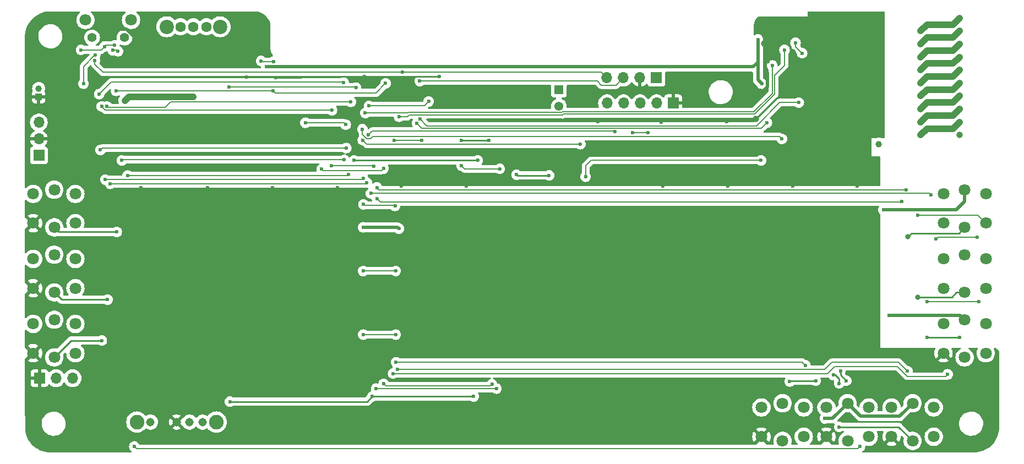
<source format=gbl>
G04 #@! TF.GenerationSoftware,KiCad,Pcbnew,7.0.1-3b83917a11~172~ubuntu22.04.1*
G04 #@! TF.CreationDate,2023-04-06T14:52:23-06:00*
G04 #@! TF.ProjectId,controller,636f6e74-726f-46c6-9c65-722e6b696361,rev?*
G04 #@! TF.SameCoordinates,Original*
G04 #@! TF.FileFunction,Copper,L2,Bot*
G04 #@! TF.FilePolarity,Positive*
%FSLAX46Y46*%
G04 Gerber Fmt 4.6, Leading zero omitted, Abs format (unit mm)*
G04 Created by KiCad (PCBNEW 7.0.1-3b83917a11~172~ubuntu22.04.1) date 2023-04-06 14:52:23*
%MOMM*%
%LPD*%
G01*
G04 APERTURE LIST*
G04 #@! TA.AperFunction,ComponentPad*
%ADD10C,1.308000*%
G04 #@! TD*
G04 #@! TA.AperFunction,ComponentPad*
%ADD11C,2.250000*%
G04 #@! TD*
G04 #@! TA.AperFunction,ComponentPad*
%ADD12C,1.408000*%
G04 #@! TD*
G04 #@! TA.AperFunction,ComponentPad*
%ADD13C,1.800000*%
G04 #@! TD*
G04 #@! TA.AperFunction,ComponentPad*
%ADD14R,1.700000X1.700000*%
G04 #@! TD*
G04 #@! TA.AperFunction,ComponentPad*
%ADD15O,1.700000X1.700000*%
G04 #@! TD*
G04 #@! TA.AperFunction,ComponentPad*
%ADD16R,1.000000X1.000000*%
G04 #@! TD*
G04 #@! TA.AperFunction,ComponentPad*
%ADD17C,1.000000*%
G04 #@! TD*
G04 #@! TA.AperFunction,ComponentPad*
%ADD18C,1.600000*%
G04 #@! TD*
G04 #@! TA.AperFunction,ComponentPad*
%ADD19C,2.200000*%
G04 #@! TD*
G04 #@! TA.AperFunction,ComponentPad*
%ADD20R,1.378000X1.378000*%
G04 #@! TD*
G04 #@! TA.AperFunction,ComponentPad*
%ADD21C,1.378000*%
G04 #@! TD*
G04 #@! TA.AperFunction,ViaPad*
%ADD22C,1.000000*%
G04 #@! TD*
G04 #@! TA.AperFunction,ViaPad*
%ADD23C,0.600000*%
G04 #@! TD*
G04 #@! TA.AperFunction,ViaPad*
%ADD24C,0.800000*%
G04 #@! TD*
G04 #@! TA.AperFunction,Conductor*
%ADD25C,0.150000*%
G04 #@! TD*
G04 #@! TA.AperFunction,Conductor*
%ADD26C,0.250000*%
G04 #@! TD*
G04 #@! TA.AperFunction,Conductor*
%ADD27C,0.500000*%
G04 #@! TD*
G04 #@! TA.AperFunction,Conductor*
%ADD28C,1.000000*%
G04 #@! TD*
G04 #@! TA.AperFunction,Conductor*
%ADD29C,0.200000*%
G04 #@! TD*
G04 APERTURE END LIST*
D10*
G04 #@! TO.P,S1,2*
G04 #@! TO.N,GND*
X53800000Y-152850000D03*
G04 #@! TO.P,S1,1*
G04 #@! TO.N,Net-(R9-Pad2)*
X49800000Y-152850000D03*
G04 #@! TO.P,S1,3*
G04 #@! TO.N,Net-(R8-Pad1)*
X55800000Y-152850000D03*
G04 #@! TO.P,S1,4*
G04 #@! TO.N,/SW_MODE*
X57800000Y-152850000D03*
D11*
G04 #@! TO.P,S1,MOUNT1*
G04 #@! TO.N,N/C*
X47700000Y-152850000D03*
G04 #@! TO.P,S1,MOUNT2*
X59900000Y-152850000D03*
G04 #@! TD*
D12*
G04 #@! TO.P,J4,P$6*
G04 #@! TO.N,N/C*
X45800000Y-93700000D03*
G04 #@! TO.P,J4,P$7*
X40800000Y-93700000D03*
D13*
G04 #@! TO.P,J4,P$8*
X46800000Y-91000000D03*
G04 #@! TO.P,J4,P$9*
X39800000Y-91000000D03*
G04 #@! TD*
D14*
G04 #@! TO.P,J1,1,Pin_1*
G04 #@! TO.N,GND*
X130160000Y-103800000D03*
D15*
G04 #@! TO.P,J1,2,Pin_2*
G04 #@! TO.N,VCC*
X127620000Y-103800000D03*
G04 #@! TO.P,J1,3,Pin_3*
G04 #@! TO.N,+BATT*
X125080000Y-103800000D03*
G04 #@! TO.P,J1,4,Pin_4*
G04 #@! TO.N,/AUX0*
X122540000Y-103800000D03*
G04 #@! TO.P,J1,5,Pin_5*
G04 #@! TO.N,/AUX1*
X120000000Y-103800000D03*
G04 #@! TD*
D14*
G04 #@! TO.P,J3,1,Pin_1*
G04 #@! TO.N,VCC*
X127600000Y-99900000D03*
D15*
G04 #@! TO.P,J3,2,Pin_2*
G04 #@! TO.N,GND*
X125060000Y-99900000D03*
G04 #@! TO.P,J3,3,Pin_3*
G04 #@! TO.N,/SWDIO*
X122520000Y-99900000D03*
G04 #@! TO.P,J3,4,Pin_4*
G04 #@! TO.N,/BOOT0*
X119980000Y-99900000D03*
G04 #@! TD*
D13*
G04 #@! TO.P,SW1,1*
G04 #@! TO.N,Net-(R3-Pad2)*
X38250000Y-117750000D03*
G04 #@! TO.P,SW1,2*
G04 #@! TO.N,unconnected-(SW1-Pad2)*
X38250000Y-122250000D03*
G04 #@! TO.P,SW1,3*
G04 #@! TO.N,unconnected-(SW1-Pad3)*
X31750000Y-117750000D03*
G04 #@! TO.P,SW1,4*
G04 #@! TO.N,GND*
X31750000Y-122250000D03*
G04 #@! TO.P,SW1,5*
G04 #@! TO.N,+BATT*
X35000000Y-117100000D03*
G04 #@! TO.P,SW1,6*
G04 #@! TO.N,/BLED_0*
X35000000Y-122900000D03*
G04 #@! TD*
G04 #@! TO.P,SW2,1*
G04 #@! TO.N,Net-(R4-Pad2)*
X38250000Y-127750000D03*
G04 #@! TO.P,SW2,2*
G04 #@! TO.N,unconnected-(SW2-Pad2)*
X38250000Y-132250000D03*
G04 #@! TO.P,SW2,3*
G04 #@! TO.N,unconnected-(SW2-Pad3)*
X31750000Y-127750000D03*
G04 #@! TO.P,SW2,4*
G04 #@! TO.N,GND*
X31750000Y-132250000D03*
G04 #@! TO.P,SW2,5*
G04 #@! TO.N,+BATT*
X35000000Y-127100000D03*
G04 #@! TO.P,SW2,6*
G04 #@! TO.N,/BLED_1*
X35000000Y-132900000D03*
G04 #@! TD*
G04 #@! TO.P,SW3,1*
G04 #@! TO.N,Net-(R5-Pad2)*
X38250000Y-137750000D03*
G04 #@! TO.P,SW3,2*
G04 #@! TO.N,unconnected-(SW3-Pad2)*
X38250000Y-142250000D03*
G04 #@! TO.P,SW3,3*
G04 #@! TO.N,unconnected-(SW3-Pad3)*
X31750000Y-137750000D03*
G04 #@! TO.P,SW3,4*
G04 #@! TO.N,GND*
X31750000Y-142250000D03*
G04 #@! TO.P,SW3,5*
G04 #@! TO.N,+BATT*
X35000000Y-137100000D03*
G04 #@! TO.P,SW3,6*
G04 #@! TO.N,/BLED_2*
X35000000Y-142900000D03*
G04 #@! TD*
G04 #@! TO.P,SW4,1*
G04 #@! TO.N,unconnected-(SW4-Pad1)*
X178250000Y-117750000D03*
G04 #@! TO.P,SW4,2*
G04 #@! TO.N,Net-(R11-Pad1)*
X178250000Y-122250000D03*
G04 #@! TO.P,SW4,3*
G04 #@! TO.N,unconnected-(SW4-Pad3)*
X171750000Y-117750000D03*
G04 #@! TO.P,SW4,4*
G04 #@! TO.N,GND*
X171750000Y-122250000D03*
G04 #@! TO.P,SW4,5*
G04 #@! TO.N,+BATT*
X175000000Y-117100000D03*
G04 #@! TO.P,SW4,6*
G04 #@! TO.N,/BLED_3*
X175000000Y-122900000D03*
G04 #@! TD*
G04 #@! TO.P,SW5,1*
G04 #@! TO.N,Net-(R17-Pad2)*
X178250000Y-127750000D03*
G04 #@! TO.P,SW5,2*
G04 #@! TO.N,unconnected-(SW5-Pad2)*
X178250000Y-132250000D03*
G04 #@! TO.P,SW5,3*
G04 #@! TO.N,unconnected-(SW5-Pad3)*
X171750000Y-127750000D03*
G04 #@! TO.P,SW5,4*
G04 #@! TO.N,GND*
X171750000Y-132250000D03*
G04 #@! TO.P,SW5,5*
G04 #@! TO.N,+BATT*
X175000000Y-127100000D03*
G04 #@! TO.P,SW5,6*
G04 #@! TO.N,/BLED_4*
X175000000Y-132900000D03*
G04 #@! TD*
G04 #@! TO.P,SW6,1*
G04 #@! TO.N,Net-(R18-Pad2)*
X178250000Y-137750000D03*
G04 #@! TO.P,SW6,2*
G04 #@! TO.N,unconnected-(SW6-Pad2)*
X178250000Y-142250000D03*
G04 #@! TO.P,SW6,3*
G04 #@! TO.N,unconnected-(SW6-Pad3)*
X171750000Y-137750000D03*
G04 #@! TO.P,SW6,4*
G04 #@! TO.N,GND*
X171750000Y-142250000D03*
G04 #@! TO.P,SW6,5*
G04 #@! TO.N,+BATT*
X175000000Y-137100000D03*
G04 #@! TO.P,SW6,6*
G04 #@! TO.N,/BLED_5*
X175000000Y-142900000D03*
G04 #@! TD*
G04 #@! TO.P,SW7,1*
G04 #@! TO.N,Net-(R16-Pad2)*
X170250000Y-150600000D03*
G04 #@! TO.P,SW7,2*
G04 #@! TO.N,unconnected-(SW7-Pad2)*
X170250000Y-155100000D03*
G04 #@! TO.P,SW7,3*
G04 #@! TO.N,unconnected-(SW7-Pad3)*
X163750000Y-150600000D03*
G04 #@! TO.P,SW7,4*
G04 #@! TO.N,GND*
X163750000Y-155100000D03*
G04 #@! TO.P,SW7,5*
G04 #@! TO.N,+BATT*
X167000000Y-149950000D03*
G04 #@! TO.P,SW7,6*
G04 #@! TO.N,/BLED_6*
X167000000Y-155750000D03*
G04 #@! TD*
G04 #@! TO.P,SW8,1*
G04 #@! TO.N,Net-(R19-Pad2)*
X160250000Y-150600000D03*
G04 #@! TO.P,SW8,2*
G04 #@! TO.N,unconnected-(SW8-Pad2)*
X160250000Y-155100000D03*
G04 #@! TO.P,SW8,3*
G04 #@! TO.N,unconnected-(SW8-Pad3)*
X153750000Y-150600000D03*
G04 #@! TO.P,SW8,4*
G04 #@! TO.N,GND*
X153750000Y-155100000D03*
G04 #@! TO.P,SW8,5*
G04 #@! TO.N,+BATT*
X157000000Y-149950000D03*
G04 #@! TO.P,SW8,6*
G04 #@! TO.N,/BLED_7*
X157000000Y-155750000D03*
G04 #@! TD*
G04 #@! TO.P,SW9,1*
G04 #@! TO.N,Net-(R20-Pad2)*
X150250000Y-150600000D03*
G04 #@! TO.P,SW9,2*
G04 #@! TO.N,unconnected-(SW9-Pad2)*
X150250000Y-155100000D03*
G04 #@! TO.P,SW9,3*
G04 #@! TO.N,unconnected-(SW9-Pad3)*
X143750000Y-150600000D03*
G04 #@! TO.P,SW9,4*
G04 #@! TO.N,GND*
X143750000Y-155100000D03*
G04 #@! TO.P,SW9,5*
G04 #@! TO.N,+BATT*
X147000000Y-149950000D03*
G04 #@! TO.P,SW9,6*
G04 #@! TO.N,/BLED_8*
X147000000Y-155750000D03*
G04 #@! TD*
D14*
G04 #@! TO.P,J2,1,Pin_1*
G04 #@! TO.N,unconnected-(J2-Pin_1-Pad1)*
X32625000Y-111825000D03*
D15*
G04 #@! TO.P,J2,2,Pin_2*
G04 #@! TO.N,GND*
X32625000Y-109285000D03*
G04 #@! TO.P,J2,3,Pin_3*
G04 #@! TO.N,Net-(J2-Pin_3)*
X32625000Y-106745000D03*
G04 #@! TD*
D14*
G04 #@! TO.P,J5,1,Pin_1*
G04 #@! TO.N,GND*
X32720000Y-146100000D03*
D15*
G04 #@! TO.P,J5,2,Pin_2*
G04 #@! TO.N,Net-(J5-Pin_2)*
X35260000Y-146100000D03*
G04 #@! TO.P,J5,3,Pin_3*
G04 #@! TO.N,+BATT*
X37800000Y-146100000D03*
G04 #@! TD*
D16*
G04 #@! TO.P,J6,1,Pin_1*
G04 #@! TO.N,GND*
X32600000Y-102800000D03*
D17*
G04 #@! TO.P,J6,2,Pin_2*
G04 #@! TO.N,Net-(J2-Pin_3)*
X32600000Y-101550000D03*
G04 #@! TD*
D18*
G04 #@! TO.P,SW11,1,A*
G04 #@! TO.N,unconnected-(SW11-A-Pad1)*
X54400000Y-92042500D03*
G04 #@! TO.P,SW11,2,B*
G04 #@! TO.N,/BATT_DIRECT*
X56400000Y-92042500D03*
G04 #@! TO.P,SW11,3,C*
G04 #@! TO.N,+BATT*
X58400000Y-92042500D03*
D19*
G04 #@! TO.P,SW11,~*
G04 #@! TO.N,N/C*
X52300000Y-92042500D03*
X60500000Y-92042500D03*
G04 #@! TD*
D20*
G04 #@! TO.P,MK1,1,-*
G04 #@! TO.N,Net-(MK1--)*
X112600000Y-101730000D03*
D21*
G04 #@! TO.P,MK1,2,+*
G04 #@! TO.N,Net-(MK1-+)*
X112600000Y-104270000D03*
G04 #@! TD*
D22*
G04 #@! TO.N,*
X161800000Y-110100000D03*
G04 #@! TO.N,GND*
X155100000Y-105100000D03*
X162200000Y-94900000D03*
D23*
X45100000Y-98200000D03*
X58700000Y-136600000D03*
X60500000Y-127400000D03*
X64600000Y-99800000D03*
X170235000Y-144400000D03*
X88700000Y-136600000D03*
D22*
X162200000Y-108500000D03*
D23*
X108600000Y-136600000D03*
D22*
X162200000Y-92900000D03*
D23*
X80600000Y-127400000D03*
D22*
X142935574Y-106200130D03*
D23*
X78556924Y-116774500D03*
X50600000Y-127300000D03*
X62800000Y-105800000D03*
X40900000Y-119600000D03*
D22*
X160900000Y-115100000D03*
X162200000Y-104900000D03*
D23*
X42200000Y-92400000D03*
X95372877Y-103031781D03*
X138600000Y-116525500D03*
X128300000Y-106700000D03*
X70600000Y-127400000D03*
D22*
X153900000Y-95100000D03*
D23*
X128600000Y-136600000D03*
D22*
X148602017Y-96002017D03*
D23*
X40700000Y-129100000D03*
X118400000Y-116000000D03*
X148600000Y-116525500D03*
D22*
X157900000Y-110100000D03*
D23*
X108500000Y-116200000D03*
X98700000Y-136600000D03*
D22*
X162200000Y-98900000D03*
D23*
X82700000Y-99700000D03*
X68600000Y-136600000D03*
X173600000Y-146600000D03*
D22*
X162200000Y-100900000D03*
D23*
X42930227Y-97883728D03*
X160500000Y-145900000D03*
D22*
X151700000Y-91600000D03*
X160300000Y-105100000D03*
D23*
X58563345Y-116774500D03*
X120600000Y-127400000D03*
D22*
X144200000Y-94600000D03*
D23*
X90600000Y-127400000D03*
D22*
X162200000Y-106900000D03*
X158900000Y-95100000D03*
D23*
X48339337Y-116774500D03*
X68544700Y-116774500D03*
X118600000Y-136600000D03*
D22*
X156900000Y-100100000D03*
D23*
X59500000Y-109100000D03*
X63350000Y-97650000D03*
D22*
X149800000Y-115100000D03*
D23*
X100600000Y-127300000D03*
X166800000Y-147300000D03*
X88400000Y-116525500D03*
X158600000Y-136500000D03*
D22*
X159400000Y-92200000D03*
D23*
X52500000Y-95900000D03*
X158512669Y-116525500D03*
X144200000Y-101800000D03*
D22*
X147900000Y-110100000D03*
X151900000Y-100100000D03*
D23*
X53900000Y-147500000D03*
X99600000Y-150300000D03*
X78500000Y-136600000D03*
X144367500Y-98832500D03*
X128600000Y-116525500D03*
X146700000Y-146800000D03*
X130600000Y-127300000D03*
X53174500Y-107100000D03*
X138400000Y-106600000D03*
X138600000Y-136600000D03*
X69100000Y-99900000D03*
D22*
X146900000Y-100100000D03*
X149900000Y-105100000D03*
D23*
X48500000Y-136600000D03*
X41865000Y-109285000D03*
X150600000Y-127300000D03*
D22*
X162200000Y-102900000D03*
D23*
X63200000Y-94300000D03*
D22*
X162200000Y-96900000D03*
D23*
X40800000Y-139100000D03*
X43875000Y-107275000D03*
X148600000Y-136600000D03*
X47200000Y-145200000D03*
X160600000Y-127300000D03*
X94200000Y-99700000D03*
D22*
X154800000Y-115100000D03*
D23*
X47800000Y-96400000D03*
X110600000Y-127300000D03*
X140500000Y-127200000D03*
X118600000Y-106600000D03*
X144800000Y-97400000D03*
D22*
X152900000Y-110100000D03*
D23*
X98400000Y-116525500D03*
G04 #@! TO.N,/SW_MODE*
X79574001Y-112514815D03*
X45400000Y-112600000D03*
G04 #@! TO.N,+BATT*
X82500000Y-122900000D03*
X68700000Y-97400000D03*
X162500000Y-120200000D03*
X163400000Y-136400000D03*
X66800000Y-97300000D03*
X153500000Y-152300000D03*
X88000000Y-123100000D03*
G04 #@! TO.N,/BATT_DIRECT*
X56400000Y-102800000D03*
X45882341Y-103407582D03*
G04 #@! TO.N,/VBATT_DIV*
X73600000Y-106800000D03*
X79820302Y-107091459D03*
D22*
G04 #@! TO.N,/ANTENNA*
X174200000Y-98700000D03*
X168200000Y-104700000D03*
X174200000Y-108700000D03*
X174200000Y-92700000D03*
X174200000Y-104700000D03*
X168200000Y-96700000D03*
X168200000Y-94700000D03*
X168200000Y-92700000D03*
X174200000Y-102700000D03*
X174185000Y-90715000D03*
X174200000Y-96700000D03*
X174200000Y-106700000D03*
X174200000Y-94700000D03*
X168200000Y-102700000D03*
X168200000Y-106700000D03*
X168200000Y-100700000D03*
X168200000Y-98700000D03*
X174200000Y-100700000D03*
X168200000Y-108700000D03*
D23*
G04 #@! TO.N,Net-(Q1-E)*
X101824000Y-109497333D03*
X97600000Y-109500000D03*
G04 #@! TO.N,Net-(MK1--)*
X97618750Y-113418750D03*
X111100000Y-114900000D03*
X106100000Y-114800000D03*
X103500000Y-113900000D03*
G04 #@! TO.N,/MIC_OUT*
X100099999Y-112599999D03*
X81100000Y-112600000D03*
G04 #@! TO.N,Net-(U8-NRST)*
X61900000Y-101300000D03*
X81400000Y-101400000D03*
G04 #@! TO.N,/~{DTR}*
X41900000Y-102400000D03*
X79500000Y-100600000D03*
G04 #@! TO.N,Net-(D14-DOUT)*
X82541589Y-119358411D03*
X87400000Y-119600000D03*
G04 #@! TO.N,Net-(D16-DOUT)*
X87500000Y-139399502D03*
X82500000Y-139400000D03*
G04 #@! TO.N,Net-(D28-DOUT)*
X82500000Y-129600000D03*
X87500000Y-129600000D03*
G04 #@! TO.N,/AUX0*
X121200000Y-108200000D03*
X83294267Y-108706233D03*
G04 #@! TO.N,/AUX1*
X115900000Y-110100000D03*
X82443354Y-109480253D03*
G04 #@! TO.N,/SWDIO*
X91498051Y-109525500D03*
X91200000Y-100400000D03*
X87243075Y-109525500D03*
G04 #@! TO.N,/LED_OUT*
X46280149Y-114925500D03*
X80228839Y-114745661D03*
G04 #@! TO.N,/BLED_0*
X44600000Y-123600001D03*
G04 #@! TO.N,/BLED_1*
X43200000Y-134000000D03*
D24*
G04 #@! TO.N,/BLED_3*
X166267305Y-124349001D03*
D23*
G04 #@! TO.N,/BLED_2*
X42300000Y-140300000D03*
D24*
G04 #@! TO.N,/BLED_4*
X167749698Y-133620343D03*
D23*
G04 #@! TO.N,/BLED_6*
X155700000Y-146900000D03*
X154800000Y-145600000D03*
X155700000Y-153600000D03*
G04 #@! TO.N,/BLED_5*
X174200000Y-139800000D03*
X169200000Y-139800000D03*
G04 #@! TO.N,/BLED_7*
X156800000Y-146500000D03*
X155900000Y-145000000D03*
G04 #@! TO.N,/BLED_8*
X148100000Y-146600000D03*
X152100000Y-146500000D03*
G04 #@! TO.N,/DIO0*
X146900000Y-109300000D03*
X82400000Y-107800000D03*
G04 #@! TO.N,/NSS*
X145400000Y-98000000D03*
X82825500Y-105300000D03*
G04 #@! TO.N,/MISO*
X90761769Y-106851274D03*
X144600000Y-106800000D03*
G04 #@! TO.N,/MOSI*
X91225500Y-106200000D03*
X150000000Y-96100000D03*
X149500000Y-103700000D03*
X149000000Y-94500000D03*
G04 #@! TO.N,/SCK*
X147300000Y-95600000D03*
X88025883Y-105874500D03*
G04 #@! TO.N,/BOOT0*
X41250498Y-97200000D03*
X88500000Y-99050000D03*
G04 #@! TO.N,/USB+*
X43981879Y-95649665D03*
X44800000Y-95800000D03*
G04 #@! TO.N,/USB-*
X39113604Y-95600000D03*
X44241107Y-94893355D03*
X42700000Y-95100000D03*
G04 #@! TO.N,VCC*
X99500000Y-148900000D03*
X62000000Y-149700000D03*
X103100000Y-98200000D03*
X44510500Y-101900000D03*
X116900000Y-98200000D03*
X85951409Y-100742313D03*
X143800000Y-100800000D03*
X67600000Y-98200000D03*
X143200000Y-94000000D03*
X68646362Y-101874500D03*
X83900000Y-148900000D03*
X127600000Y-98200000D03*
G04 #@! TO.N,Net-(U4-DO)*
X47300000Y-156600000D03*
X158900000Y-156600000D03*
G04 #@! TO.N,/MIC_ENABLE*
X92570500Y-103523018D03*
X83400000Y-104200000D03*
G04 #@! TO.N,Net-(U10-~{CTS})*
X41300000Y-96400000D03*
X39500000Y-100800000D03*
G04 #@! TO.N,Net-(U10-TXD)*
X77714389Y-104874500D03*
X42300000Y-104300000D03*
G04 #@! TO.N,/USART_TX*
X43100000Y-104300000D03*
X80600000Y-103600000D03*
G04 #@! TO.N,/SDA*
X85660937Y-146955247D03*
X102300000Y-147000000D03*
X76118611Y-113959477D03*
X85644740Y-113852564D03*
G04 #@! TO.N,/SCL*
X77600000Y-113400000D03*
X84500000Y-147700000D03*
X84146290Y-113462072D03*
X103000000Y-147700000D03*
G04 #@! TO.N,Net-(D27-DIN)*
X143700000Y-112600000D03*
X116700000Y-115100000D03*
G04 #@! TO.N,Net-(D48-DIN)*
X123900000Y-108300000D03*
X126300000Y-108300000D03*
G04 #@! TO.N,/SW_LEFT1*
X42096202Y-110984500D03*
X79900000Y-110700000D03*
G04 #@! TO.N,/SW_RIGHT1*
X83702497Y-117686384D03*
X169800000Y-117900000D03*
G04 #@! TO.N,/SW_LEFT2*
X82504774Y-115328016D03*
X42850000Y-115550000D03*
G04 #@! TO.N,/SW_LEFT3*
X43600000Y-116200000D03*
X83079274Y-115994804D03*
G04 #@! TO.N,/SW_ACTION1*
X172400000Y-145500000D03*
X87100000Y-145400000D03*
G04 #@! TO.N,/SW_RIGHT2*
X176900000Y-124400000D03*
X84609370Y-116775566D03*
X170600000Y-124700000D03*
X166000000Y-117100000D03*
G04 #@! TO.N,/SW_RIGHT3*
X165300000Y-118900000D03*
X84626498Y-118458137D03*
X169200000Y-134300000D03*
X177200000Y-134300000D03*
G04 #@! TO.N,/SW_ACTION2*
X166200000Y-145000000D03*
X87800000Y-144700000D03*
G04 #@! TO.N,/SW_ACTION3*
X87560602Y-143648136D03*
X150506233Y-144125500D03*
G04 #@! TO.N,Net-(R11-Pad1)*
X167800000Y-121000000D03*
G04 #@! TD*
D25*
G04 #@! TO.N,/SW_LEFT2*
X82282790Y-115550000D02*
X42850000Y-115550000D01*
X82504774Y-115328016D02*
X82282790Y-115550000D01*
G04 #@! TO.N,/SW_ACTION1*
X166187534Y-145800000D02*
X172100000Y-145800000D01*
X164687534Y-144300000D02*
X166187534Y-145800000D01*
X155000000Y-144300000D02*
X164687534Y-144300000D01*
X172100000Y-145800000D02*
X172400000Y-145500000D01*
X87100000Y-145400000D02*
X153900000Y-145400000D01*
X153900000Y-145400000D02*
X155000000Y-144300000D01*
G04 #@! TO.N,/SW_RIGHT2*
X176900000Y-124400000D02*
X170900000Y-124400000D01*
X170900000Y-124400000D02*
X170600000Y-124700000D01*
X84609370Y-116775566D02*
X84933804Y-117100000D01*
X84933804Y-117100000D02*
X166000000Y-117100000D01*
G04 #@! TO.N,/SW_RIGHT3*
X165206517Y-118993483D02*
X165300000Y-118900000D01*
X85161844Y-118993483D02*
X165206517Y-118993483D01*
X84626498Y-118458137D02*
X85161844Y-118993483D01*
G04 #@! TO.N,/SW_RIGHT1*
X169800000Y-117900000D02*
X169586384Y-117686384D01*
X169586384Y-117686384D02*
X83702497Y-117686384D01*
D26*
G04 #@! TO.N,/BLED_3*
X174100000Y-123800000D02*
X166816306Y-123800000D01*
X166816306Y-123800000D02*
X166267305Y-124349001D01*
X175000000Y-122900000D02*
X174100000Y-123800000D01*
G04 #@! TO.N,/BLED_4*
X173727208Y-132900000D02*
X173006865Y-133620343D01*
X175000000Y-132900000D02*
X173727208Y-132900000D01*
X173006865Y-133620343D02*
X167749698Y-133620343D01*
D27*
G04 #@! TO.N,GND*
X63400000Y-97600000D02*
X63400000Y-94500000D01*
X63400000Y-94500000D02*
X63200000Y-94300000D01*
X63350000Y-97650000D02*
X63400000Y-97600000D01*
X144667499Y-99132499D02*
X144367500Y-98832500D01*
D28*
X48300000Y-95900000D02*
X47800000Y-96400000D01*
D27*
X144667499Y-101332501D02*
X144667499Y-99132499D01*
D26*
X82700000Y-99700000D02*
X73100000Y-99700000D01*
D28*
X43875000Y-107275000D02*
X52999500Y-107275000D01*
D25*
X64700000Y-99900000D02*
X64600000Y-99800000D01*
D29*
X45100000Y-98200000D02*
X43246499Y-98200000D01*
D27*
X47800000Y-95225500D02*
X47800000Y-96400000D01*
X42200000Y-92400000D02*
X46132003Y-92400000D01*
D28*
X59315000Y-109285000D02*
X59500000Y-109100000D01*
X52500000Y-95900000D02*
X48300000Y-95900000D01*
X41865000Y-109285000D02*
X59315000Y-109285000D01*
D26*
X82700000Y-99700000D02*
X94200000Y-99700000D01*
D27*
X144200000Y-101800000D02*
X144667499Y-101332501D01*
D25*
X69100000Y-99900000D02*
X64700000Y-99900000D01*
D26*
X73100000Y-99700000D02*
X72900000Y-99900000D01*
D28*
X52999500Y-107275000D02*
X53174500Y-107100000D01*
D29*
X43246499Y-98200000D02*
X42930227Y-97883728D01*
D27*
X46132003Y-92400000D02*
X47800000Y-94067997D01*
X47800000Y-94067997D02*
X47800000Y-95225500D01*
D26*
X72900000Y-99900000D02*
X69100000Y-99900000D01*
D25*
G04 #@! TO.N,/SW_MODE*
X45549500Y-112450500D02*
X79509686Y-112450500D01*
X45400000Y-112600000D02*
X45549500Y-112450500D01*
X79509686Y-112450500D02*
X79574001Y-112514815D01*
D27*
G04 #@! TO.N,+BATT*
X175000000Y-137100000D02*
X174300000Y-136400000D01*
X87800000Y-122900000D02*
X88000000Y-123100000D01*
D25*
X66900000Y-97400000D02*
X66800000Y-97300000D01*
D27*
X174300000Y-136400000D02*
X163400000Y-136400000D01*
D25*
X68700000Y-97400000D02*
X66900000Y-97400000D01*
D27*
X175000000Y-117100000D02*
X175000000Y-118900000D01*
X165000000Y-151950000D02*
X167000000Y-149950000D01*
X159000000Y-151950000D02*
X165000000Y-151950000D01*
X154650000Y-152300000D02*
X153500000Y-152300000D01*
X175000000Y-118900000D02*
X173700000Y-120200000D01*
X157000000Y-149950000D02*
X154650000Y-152300000D01*
X173700000Y-120200000D02*
X162500000Y-120200000D01*
X157000000Y-149950000D02*
X159000000Y-151950000D01*
X82500000Y-122900000D02*
X87800000Y-122900000D01*
D28*
G04 #@! TO.N,/BATT_DIRECT*
X46489923Y-102800000D02*
X45882341Y-103407582D01*
X56400000Y-102800000D02*
X46489923Y-102800000D01*
D25*
G04 #@! TO.N,/VBATT_DIV*
X73600000Y-106800000D02*
X79528843Y-106800000D01*
X79528843Y-106800000D02*
X79820302Y-107091459D01*
D28*
G04 #@! TO.N,/ANTENNA*
X173200000Y-107700000D02*
X169200000Y-107700000D01*
X174185000Y-90715000D02*
X173200000Y-91700000D01*
X169200000Y-91700000D02*
X168200000Y-92700000D01*
X174200000Y-96700000D02*
X173200000Y-97700000D01*
X169200000Y-105700000D02*
X168200000Y-106700000D01*
X169200000Y-97700000D02*
X168200000Y-98700000D01*
X169200000Y-101700000D02*
X168200000Y-102700000D01*
X174200000Y-102700000D02*
X173200000Y-103700000D01*
X169200000Y-107700000D02*
X168200000Y-108700000D01*
X174200000Y-104700000D02*
X173200000Y-105700000D01*
X174200000Y-92700000D02*
X173200000Y-93700000D01*
X169200000Y-95700000D02*
X168200000Y-96700000D01*
X174200000Y-94700000D02*
X173200000Y-95700000D01*
X173200000Y-93700000D02*
X169200000Y-93700000D01*
X174200000Y-106700000D02*
X173200000Y-107700000D01*
X174200000Y-98700000D02*
X173200000Y-99700000D01*
X173200000Y-103700000D02*
X169200000Y-103700000D01*
X173200000Y-95700000D02*
X169200000Y-95700000D01*
X173200000Y-105700000D02*
X169200000Y-105700000D01*
X173200000Y-101700000D02*
X169200000Y-101700000D01*
X173200000Y-99700000D02*
X169200000Y-99700000D01*
X169200000Y-93700000D02*
X168200000Y-94700000D01*
X174200000Y-100700000D02*
X173200000Y-101700000D01*
X173200000Y-97700000D02*
X169200000Y-97700000D01*
X169200000Y-103700000D02*
X168200000Y-104700000D01*
X169200000Y-99700000D02*
X168200000Y-100700000D01*
X173200000Y-91700000D02*
X169200000Y-91700000D01*
D26*
G04 #@! TO.N,Net-(Q1-E)*
X101821333Y-109500000D02*
X101824000Y-109497333D01*
X97600000Y-109500000D02*
X101821333Y-109500000D01*
G04 #@! TO.N,Net-(MK1--)*
X106200000Y-114900000D02*
X106100000Y-114800000D01*
D25*
X98100000Y-113900000D02*
X97618750Y-113418750D01*
X103500000Y-113900000D02*
X98100000Y-113900000D01*
D26*
X111100000Y-114900000D02*
X106200000Y-114900000D01*
G04 #@! TO.N,/MIC_OUT*
X100100000Y-112600000D02*
X81100000Y-112600000D01*
D25*
X100100000Y-112600000D02*
X100099999Y-112599999D01*
G04 #@! TO.N,Net-(U8-NRST)*
X61900000Y-101300000D02*
X81300000Y-101300000D01*
X81300000Y-101300000D02*
X81400000Y-101400000D01*
G04 #@! TO.N,/~{DTR}*
X43749501Y-100550499D02*
X79450499Y-100550499D01*
X41900000Y-102400000D02*
X43749501Y-100550499D01*
X79450499Y-100550499D02*
X79500000Y-100600000D01*
G04 #@! TO.N,Net-(D14-DOUT)*
X87300000Y-119500000D02*
X82683178Y-119500000D01*
X82683178Y-119500000D02*
X82541589Y-119358411D01*
X87400000Y-119600000D02*
X87300000Y-119500000D01*
G04 #@! TO.N,Net-(D16-DOUT)*
X82500000Y-139400000D02*
X87499502Y-139400000D01*
X87499502Y-139400000D02*
X87500000Y-139399502D01*
G04 #@! TO.N,Net-(D28-DOUT)*
X82500000Y-129600000D02*
X87500000Y-129600000D01*
G04 #@! TO.N,/AUX0*
X83294267Y-108706233D02*
X83900500Y-108100000D01*
X83900500Y-108100000D02*
X121100000Y-108100000D01*
X121100000Y-108100000D02*
X121200000Y-108200000D01*
G04 #@! TO.N,/AUX1*
X83063101Y-110100000D02*
X115900000Y-110100000D01*
X82443354Y-109480253D02*
X83063101Y-110100000D01*
G04 #@! TO.N,/SWDIO*
X91200000Y-100400000D02*
X118500000Y-100400000D01*
X91498051Y-109525500D02*
X87243075Y-109525500D01*
X122520000Y-99900000D02*
X121395000Y-101025000D01*
X121395000Y-101025000D02*
X119125000Y-101025000D01*
X119125000Y-101025000D02*
X118500000Y-100400000D01*
G04 #@! TO.N,/LED_OUT*
X46280149Y-114925500D02*
X80049000Y-114925500D01*
X80049000Y-114925500D02*
X80228839Y-114745661D01*
D26*
G04 #@! TO.N,/BLED_0*
X35700001Y-123600001D02*
X44600000Y-123600001D01*
X35000000Y-122900000D02*
X35700001Y-123600001D01*
G04 #@! TO.N,/BLED_1*
X43200000Y-134000000D02*
X36100000Y-134000000D01*
X36100000Y-134000000D02*
X35000000Y-132900000D01*
G04 #@! TO.N,/BLED_2*
X37600000Y-140300000D02*
X35000000Y-142900000D01*
X42300000Y-140300000D02*
X37600000Y-140300000D01*
G04 #@! TO.N,/BLED_6*
X164850000Y-153600000D02*
X167000000Y-155750000D01*
X155100000Y-145600000D02*
X155700000Y-146200000D01*
X155700000Y-153600000D02*
X164850000Y-153600000D01*
X155700000Y-146200000D02*
X155700000Y-146900000D01*
X154800000Y-145600000D02*
X155100000Y-145600000D01*
G04 #@! TO.N,/BLED_5*
X169200000Y-139800000D02*
X174200000Y-139800000D01*
G04 #@! TO.N,/BLED_7*
X155900000Y-145600000D02*
X156800000Y-146500000D01*
X155900000Y-145000000D02*
X155900000Y-145600000D01*
G04 #@! TO.N,/BLED_8*
X148200000Y-146500000D02*
X148100000Y-146600000D01*
X152100000Y-146500000D02*
X148200000Y-146500000D01*
D25*
G04 #@! TO.N,/DIO0*
X83989633Y-108922833D02*
X146522833Y-108922833D01*
X82400000Y-108624432D02*
X83056301Y-109280733D01*
X83631733Y-109280733D02*
X83989633Y-108922833D01*
X83056301Y-109280733D02*
X83631733Y-109280733D01*
X82400000Y-107800000D02*
X82400000Y-108624432D01*
X146522833Y-108922833D02*
X146900000Y-109300000D01*
G04 #@! TO.N,/NSS*
X113133302Y-105100000D02*
X112999302Y-105234000D01*
X112999302Y-105234000D02*
X89434000Y-105234000D01*
X89434000Y-105234000D02*
X89368000Y-105300000D01*
X145400000Y-98000000D02*
X145400000Y-102300000D01*
X142600000Y-105100000D02*
X113133302Y-105100000D01*
X89368000Y-105300000D02*
X82825500Y-105300000D01*
X145400000Y-102300000D02*
X142600000Y-105100000D01*
G04 #@! TO.N,/MISO*
X143774500Y-107625500D02*
X91535995Y-107625500D01*
X144600000Y-106800000D02*
X143774500Y-107625500D01*
X91535995Y-107625500D02*
X90761769Y-106851274D01*
G04 #@! TO.N,/MOSI*
X146531013Y-103700000D02*
X142955014Y-107275999D01*
X149000000Y-95100000D02*
X149000000Y-94500000D01*
X149500000Y-103700000D02*
X146531013Y-103700000D01*
X150000000Y-96100000D02*
X149000000Y-95100000D01*
X142955014Y-107275999D02*
X92301499Y-107275999D01*
X92301499Y-107275999D02*
X91225500Y-106200000D01*
G04 #@! TO.N,/SCK*
X145749501Y-99550499D02*
X145749501Y-102444769D01*
X89287770Y-105874500D02*
X88025883Y-105874500D01*
X142744768Y-105449501D02*
X113278071Y-105449501D01*
X89578769Y-105583501D02*
X89287770Y-105874500D01*
X113144071Y-105583501D02*
X89578769Y-105583501D01*
X113278071Y-105449501D02*
X113144071Y-105583501D01*
X145749501Y-102444769D02*
X142744768Y-105449501D01*
X147300000Y-98000000D02*
X145749501Y-99550499D01*
X147300000Y-95600000D02*
X147300000Y-98000000D01*
G04 #@! TO.N,/BOOT0*
X41250498Y-97850498D02*
X41250498Y-97200000D01*
X42450000Y-99050000D02*
X41250498Y-97850498D01*
X119130000Y-99050000D02*
X119980000Y-99900000D01*
X90300000Y-99050000D02*
X88500000Y-99050000D01*
X90300000Y-99050000D02*
X42450000Y-99050000D01*
X90300000Y-99050000D02*
X119130000Y-99050000D01*
D29*
G04 #@! TO.N,/USB+*
X44649665Y-95649665D02*
X43981879Y-95649665D01*
X44800000Y-95800000D02*
X44649665Y-95649665D01*
G04 #@! TO.N,/USB-*
X42700000Y-95100000D02*
X42906645Y-94893355D01*
X42200000Y-95600000D02*
X42700000Y-95100000D01*
X39113604Y-95600000D02*
X42200000Y-95600000D01*
X42906645Y-94893355D02*
X44241107Y-94893355D01*
D25*
G04 #@! TO.N,VCC*
X68620862Y-101900000D02*
X44510500Y-101900000D01*
D26*
X83100000Y-149700000D02*
X83900000Y-148900000D01*
D27*
X116900000Y-98200000D02*
X142500000Y-98200000D01*
X67600000Y-98200000D02*
X103100000Y-98200000D01*
X142500000Y-98200000D02*
X143200000Y-97500000D01*
D29*
X85951409Y-100742313D02*
X84494222Y-102199500D01*
D27*
X143200000Y-94000000D02*
X143200000Y-97500000D01*
X103100000Y-98200000D02*
X116900000Y-98200000D01*
X143200000Y-100200000D02*
X143800000Y-100800000D01*
X143200000Y-97500000D02*
X143200000Y-100200000D01*
D29*
X68971362Y-102199500D02*
X68646362Y-101874500D01*
D25*
X68646362Y-101874500D02*
X68620862Y-101900000D01*
D29*
X84494222Y-102199500D02*
X68971362Y-102199500D01*
D26*
X62000000Y-149700000D02*
X83100000Y-149700000D01*
X83900000Y-148900000D02*
X99500000Y-148900000D01*
D25*
G04 #@! TO.N,Net-(U4-DO)*
X47625000Y-156925000D02*
X158575000Y-156925000D01*
X158575000Y-156925000D02*
X158900000Y-156600000D01*
X47300000Y-156600000D02*
X47625000Y-156925000D01*
G04 #@! TO.N,/MIC_ENABLE*
X83400000Y-104200000D02*
X91893518Y-104200000D01*
X91893518Y-104200000D02*
X92570500Y-103523018D01*
G04 #@! TO.N,Net-(U10-~{CTS})*
X41237325Y-96400000D02*
X39500000Y-98137325D01*
X41300000Y-96400000D02*
X41237325Y-96400000D01*
X39500000Y-98137325D02*
X39500000Y-100800000D01*
G04 #@! TO.N,Net-(U10-TXD)*
X42862034Y-104874500D02*
X77714389Y-104874500D01*
X42300000Y-104300000D02*
X42300000Y-104312466D01*
X42300000Y-104312466D02*
X42862034Y-104874500D01*
G04 #@! TO.N,/USART_TX*
X52037966Y-104474500D02*
X52912466Y-103600000D01*
X43100000Y-104300000D02*
X43274500Y-104474500D01*
X52912466Y-103600000D02*
X80600000Y-103600000D01*
X43274500Y-104474500D02*
X52037966Y-104474500D01*
G04 #@! TO.N,/SDA*
X85980190Y-147274500D02*
X85660937Y-146955247D01*
X102025500Y-147274500D02*
X85980190Y-147274500D01*
X102300000Y-147000000D02*
X102025500Y-147274500D01*
X76310631Y-114151497D02*
X85345807Y-114151497D01*
X85345807Y-114151497D02*
X85644740Y-113852564D01*
X76118611Y-113959477D02*
X76310631Y-114151497D01*
G04 #@! TO.N,/SCL*
X84500000Y-147700000D02*
X103000000Y-147700000D01*
X84084218Y-113400000D02*
X84146290Y-113462072D01*
X77600000Y-113400000D02*
X84084218Y-113400000D01*
G04 #@! TO.N,Net-(D27-DIN)*
X117550000Y-112600000D02*
X116750000Y-113400000D01*
X143650000Y-112600000D02*
X117550000Y-112600000D01*
X116750000Y-113400000D02*
X116750000Y-115050000D01*
X116750000Y-115050000D02*
X116700000Y-115100000D01*
G04 #@! TO.N,Net-(D48-DIN)*
X123900000Y-108300000D02*
X126300000Y-108300000D01*
G04 #@! TO.N,/SW_LEFT1*
X79900000Y-110700000D02*
X42380702Y-110700000D01*
X42380702Y-110700000D02*
X42096202Y-110984500D01*
G04 #@! TO.N,/SW_LEFT3*
X43600000Y-116200000D02*
X82874078Y-116200000D01*
X82874078Y-116200000D02*
X83079274Y-115994804D01*
G04 #@! TO.N,/SW_RIGHT3*
X177200000Y-134300000D02*
X169200000Y-134300000D01*
G04 #@! TO.N,/SW_ACTION2*
X87800000Y-144700000D02*
X153500000Y-144700000D01*
X154600000Y-143600000D02*
X164800000Y-143600000D01*
X164800000Y-143600000D02*
X166200000Y-145000000D01*
X153500000Y-144700000D02*
X154600000Y-143600000D01*
G04 #@! TO.N,/SW_ACTION3*
X150028869Y-143648136D02*
X150506233Y-144125500D01*
X87560602Y-143648136D02*
X150028869Y-143648136D01*
G04 #@! TO.N,Net-(R11-Pad1)*
X177000000Y-121000000D02*
X167800000Y-121000000D01*
X178250000Y-122250000D02*
X177000000Y-121000000D01*
G04 #@! TD*
G04 #@! TA.AperFunction,Conductor*
G04 #@! TO.N,GND*
G36*
X38901482Y-89690686D02*
G01*
X38946996Y-89732584D01*
X38967083Y-89791095D01*
X38956901Y-89852113D01*
X38918904Y-89900931D01*
X38842782Y-89960179D01*
X38684684Y-90131919D01*
X38557016Y-90327330D01*
X38463250Y-90541094D01*
X38405950Y-90767369D01*
X38405949Y-90767374D01*
X38386673Y-91000000D01*
X38405949Y-91232626D01*
X38405949Y-91232629D01*
X38405950Y-91232630D01*
X38456327Y-91431568D01*
X38463251Y-91458907D01*
X38557016Y-91672669D01*
X38684686Y-91868083D01*
X38842780Y-92039818D01*
X39026983Y-92183190D01*
X39232273Y-92294287D01*
X39453049Y-92370080D01*
X39683288Y-92408500D01*
X39916709Y-92408500D01*
X39916712Y-92408500D01*
X40146951Y-92370080D01*
X40367727Y-92294287D01*
X40573017Y-92183190D01*
X40757220Y-92039818D01*
X40915314Y-91868083D01*
X41042984Y-91672669D01*
X41136749Y-91458907D01*
X41194051Y-91232626D01*
X41213327Y-91000000D01*
X41194051Y-90767374D01*
X41136749Y-90541093D01*
X41042984Y-90327331D01*
X40915314Y-90131917D01*
X40757220Y-89960182D01*
X40757219Y-89960181D01*
X40757217Y-89960179D01*
X40681096Y-89900931D01*
X40643099Y-89852113D01*
X40632917Y-89791095D01*
X40653004Y-89732584D01*
X40698518Y-89690686D01*
X40758487Y-89675500D01*
X45841513Y-89675500D01*
X45901482Y-89690686D01*
X45946996Y-89732584D01*
X45967083Y-89791095D01*
X45956901Y-89852113D01*
X45918904Y-89900931D01*
X45842782Y-89960179D01*
X45684684Y-90131919D01*
X45557016Y-90327330D01*
X45463250Y-90541094D01*
X45405950Y-90767369D01*
X45405949Y-90767374D01*
X45386673Y-91000000D01*
X45405949Y-91232626D01*
X45405949Y-91232629D01*
X45405950Y-91232630D01*
X45456327Y-91431568D01*
X45463251Y-91458907D01*
X45557016Y-91672669D01*
X45684686Y-91868083D01*
X45842780Y-92039818D01*
X46026983Y-92183190D01*
X46232273Y-92294287D01*
X46453049Y-92370080D01*
X46683288Y-92408500D01*
X46916709Y-92408500D01*
X46916712Y-92408500D01*
X47146951Y-92370080D01*
X47367727Y-92294287D01*
X47573017Y-92183190D01*
X47753774Y-92042500D01*
X50686526Y-92042500D01*
X50706390Y-92294903D01*
X50765495Y-92541091D01*
X50862103Y-92774325D01*
X50862384Y-92775002D01*
X50994672Y-92990876D01*
X51159102Y-93183398D01*
X51351624Y-93347828D01*
X51567498Y-93480116D01*
X51801409Y-93577005D01*
X51988492Y-93621919D01*
X52047596Y-93636109D01*
X52066011Y-93637558D01*
X52300000Y-93655974D01*
X52552403Y-93636109D01*
X52798591Y-93577005D01*
X53032502Y-93480116D01*
X53248376Y-93347828D01*
X53440898Y-93183398D01*
X53481522Y-93135833D01*
X53531494Y-93100297D01*
X53592325Y-93092558D01*
X53649603Y-93114449D01*
X53743251Y-93180023D01*
X53853994Y-93231663D01*
X53950756Y-93276784D01*
X53976627Y-93283716D01*
X54171913Y-93336043D01*
X54400000Y-93355998D01*
X54628087Y-93336043D01*
X54849243Y-93276784D01*
X55056749Y-93180023D01*
X55244300Y-93048698D01*
X55310906Y-92982091D01*
X55367389Y-92949481D01*
X55432611Y-92949481D01*
X55489093Y-92982091D01*
X55555700Y-93048698D01*
X55649605Y-93114451D01*
X55743249Y-93180022D01*
X55743250Y-93180022D01*
X55743251Y-93180023D01*
X55750487Y-93183397D01*
X55950756Y-93276784D01*
X55976627Y-93283716D01*
X56171913Y-93336043D01*
X56400000Y-93355998D01*
X56628087Y-93336043D01*
X56849243Y-93276784D01*
X57056749Y-93180023D01*
X57244300Y-93048698D01*
X57310906Y-92982091D01*
X57367389Y-92949481D01*
X57432611Y-92949481D01*
X57489093Y-92982091D01*
X57555700Y-93048698D01*
X57649605Y-93114451D01*
X57743249Y-93180022D01*
X57743250Y-93180022D01*
X57743251Y-93180023D01*
X57750487Y-93183397D01*
X57950756Y-93276784D01*
X57976627Y-93283716D01*
X58171913Y-93336043D01*
X58400000Y-93355998D01*
X58628087Y-93336043D01*
X58849243Y-93276784D01*
X59056749Y-93180023D01*
X59150394Y-93114450D01*
X59207673Y-93092558D01*
X59268504Y-93100296D01*
X59318477Y-93135833D01*
X59359098Y-93183395D01*
X59359102Y-93183398D01*
X59551624Y-93347828D01*
X59767498Y-93480116D01*
X60001409Y-93577005D01*
X60188492Y-93621919D01*
X60247596Y-93636109D01*
X60266011Y-93637558D01*
X60500000Y-93655974D01*
X60752403Y-93636109D01*
X60998591Y-93577005D01*
X61232502Y-93480116D01*
X61448376Y-93347828D01*
X61640898Y-93183398D01*
X61805328Y-92990876D01*
X61937616Y-92775002D01*
X62034505Y-92541091D01*
X62093609Y-92294903D01*
X62113474Y-92042500D01*
X62093609Y-91790097D01*
X62088059Y-91766981D01*
X62077553Y-91723219D01*
X62034505Y-91543909D01*
X61937616Y-91309998D01*
X61805328Y-91094124D01*
X61640898Y-90901602D01*
X61448376Y-90737172D01*
X61232502Y-90604884D01*
X60998591Y-90507995D01*
X60998590Y-90507994D01*
X60752403Y-90448890D01*
X60500000Y-90429026D01*
X60247596Y-90448890D01*
X60001408Y-90507995D01*
X59767499Y-90604883D01*
X59659560Y-90671028D01*
X59551624Y-90737172D01*
X59551622Y-90737173D01*
X59551623Y-90737173D01*
X59359100Y-90901603D01*
X59318476Y-90949167D01*
X59268503Y-90984702D01*
X59207674Y-90992440D01*
X59150396Y-90970548D01*
X59056753Y-90904979D01*
X59049515Y-90901604D01*
X59032106Y-90893486D01*
X58849243Y-90808215D01*
X58628087Y-90748957D01*
X58400000Y-90729002D01*
X58171912Y-90748957D01*
X57950756Y-90808215D01*
X57743249Y-90904977D01*
X57555696Y-91036304D01*
X57489095Y-91102906D01*
X57432611Y-91135518D01*
X57367389Y-91135518D01*
X57310905Y-91102906D01*
X57244303Y-91036304D01*
X57056750Y-90904977D01*
X56849243Y-90808215D01*
X56628087Y-90748957D01*
X56400000Y-90729002D01*
X56171912Y-90748957D01*
X55950756Y-90808215D01*
X55743249Y-90904977D01*
X55555696Y-91036304D01*
X55489095Y-91102906D01*
X55432611Y-91135518D01*
X55367389Y-91135518D01*
X55310905Y-91102906D01*
X55244303Y-91036304D01*
X55056750Y-90904977D01*
X54849243Y-90808215D01*
X54628087Y-90748957D01*
X54400000Y-90729002D01*
X54171912Y-90748957D01*
X53950757Y-90808215D01*
X53750489Y-90901602D01*
X53743251Y-90904977D01*
X53655009Y-90966765D01*
X53649603Y-90970550D01*
X53592324Y-90992441D01*
X53531495Y-90984702D01*
X53481522Y-90949166D01*
X53440900Y-90901604D01*
X53389150Y-90857405D01*
X53248376Y-90737172D01*
X53032502Y-90604884D01*
X52798591Y-90507995D01*
X52798590Y-90507994D01*
X52552403Y-90448890D01*
X52300000Y-90429026D01*
X52047596Y-90448890D01*
X51801408Y-90507995D01*
X51567499Y-90604883D01*
X51459560Y-90671028D01*
X51351624Y-90737172D01*
X51159102Y-90901602D01*
X50994672Y-91094124D01*
X50969306Y-91135518D01*
X50862383Y-91309999D01*
X50765495Y-91543908D01*
X50706390Y-91790096D01*
X50686526Y-92042500D01*
X47753774Y-92042500D01*
X47757220Y-92039818D01*
X47915314Y-91868083D01*
X48042984Y-91672669D01*
X48136749Y-91458907D01*
X48194051Y-91232626D01*
X48213327Y-91000000D01*
X48194051Y-90767374D01*
X48136749Y-90541093D01*
X48042984Y-90327331D01*
X47915314Y-90131917D01*
X47757220Y-89960182D01*
X47757219Y-89960181D01*
X47757217Y-89960179D01*
X47681096Y-89900931D01*
X47643099Y-89852113D01*
X47632917Y-89791095D01*
X47653004Y-89732584D01*
X47698518Y-89690686D01*
X47758487Y-89675500D01*
X65828425Y-89675500D01*
X65836033Y-89675729D01*
X66116868Y-89692721D01*
X66131960Y-89694553D01*
X66404966Y-89744586D01*
X66419713Y-89748222D01*
X66684694Y-89830796D01*
X66698900Y-89836184D01*
X66951996Y-89950096D01*
X66965453Y-89957159D01*
X67033726Y-89998432D01*
X67202968Y-90100745D01*
X67215489Y-90109388D01*
X67269874Y-90151996D01*
X67411970Y-90263323D01*
X67433954Y-90280546D01*
X67445342Y-90290635D01*
X67641590Y-90486886D01*
X67651666Y-90498260D01*
X67737081Y-90607284D01*
X67822831Y-90716738D01*
X67831474Y-90729260D01*
X67975050Y-90966765D01*
X67982121Y-90980238D01*
X68096021Y-91233318D01*
X68101416Y-91247543D01*
X68183981Y-91512504D01*
X68183983Y-91512508D01*
X68187624Y-91527282D01*
X68237649Y-91800263D01*
X68239483Y-91815368D01*
X68256453Y-92095929D01*
X68256676Y-92104890D01*
X68224975Y-95055443D01*
X68224502Y-95058339D01*
X68224502Y-95098859D01*
X68224495Y-95100213D01*
X68224149Y-95132378D01*
X68224500Y-95134430D01*
X68224500Y-95244637D01*
X68256889Y-95532092D01*
X68276714Y-95618950D01*
X68321258Y-95814115D01*
X68416798Y-96087153D01*
X68542309Y-96347780D01*
X68542310Y-96347781D01*
X68579822Y-96407482D01*
X68587449Y-96419619D01*
X68605970Y-96472547D01*
X68599691Y-96528270D01*
X68569858Y-96575750D01*
X68522378Y-96605584D01*
X68346984Y-96666957D01*
X68192717Y-96763889D01*
X68177012Y-96779595D01*
X68136135Y-96806909D01*
X68087917Y-96816500D01*
X67512083Y-96816500D01*
X67463865Y-96806909D01*
X67422988Y-96779595D01*
X67307282Y-96663889D01*
X67153014Y-96566956D01*
X66981049Y-96506783D01*
X66800000Y-96486384D01*
X66618950Y-96506783D01*
X66446985Y-96566956D01*
X66292717Y-96663889D01*
X66163889Y-96792717D01*
X66066956Y-96946985D01*
X66006783Y-97118950D01*
X65986384Y-97300000D01*
X66006783Y-97481049D01*
X66066956Y-97653014D01*
X66163889Y-97807282D01*
X66292717Y-97936110D01*
X66398889Y-98002822D01*
X66446985Y-98033043D01*
X66618953Y-98093217D01*
X66676502Y-98099700D01*
X66729429Y-98118220D01*
X66769080Y-98157872D01*
X66787601Y-98210801D01*
X66800625Y-98326393D01*
X66788939Y-98395169D01*
X66742453Y-98447187D01*
X66675417Y-98466500D01*
X42743883Y-98466500D01*
X42695665Y-98456909D01*
X42654788Y-98429595D01*
X41975358Y-97750165D01*
X41945524Y-97702685D01*
X41939245Y-97646962D01*
X41957764Y-97594038D01*
X41983541Y-97553015D01*
X42043715Y-97381047D01*
X42064114Y-97200000D01*
X42043715Y-97018953D01*
X42000168Y-96894502D01*
X41993889Y-96838778D01*
X42012410Y-96785851D01*
X42033043Y-96753015D01*
X42093217Y-96581047D01*
X42113616Y-96400000D01*
X42108045Y-96350562D01*
X42117454Y-96286793D01*
X42157175Y-96236019D01*
X42216810Y-96211537D01*
X42231693Y-96209578D01*
X42231700Y-96209577D01*
X42239881Y-96208500D01*
X42239885Y-96208500D01*
X42339456Y-96195391D01*
X42358851Y-96192838D01*
X42506876Y-96131524D01*
X42602072Y-96058477D01*
X42602072Y-96058476D01*
X42618629Y-96045772D01*
X42618632Y-96045769D01*
X42619546Y-96045067D01*
X42633987Y-96033987D01*
X42653457Y-96008611D01*
X42664309Y-95996238D01*
X42721718Y-95938829D01*
X42756141Y-95914405D01*
X42796699Y-95902720D01*
X42881047Y-95893217D01*
X43053015Y-95833043D01*
X43053019Y-95833040D01*
X43055661Y-95832116D01*
X43120701Y-95827242D01*
X43179465Y-95855540D01*
X43216206Y-95909429D01*
X43248836Y-96002680D01*
X43345768Y-96156947D01*
X43474596Y-96285775D01*
X43628864Y-96382708D01*
X43781481Y-96436111D01*
X43800832Y-96442882D01*
X43981879Y-96463281D01*
X44162926Y-96442882D01*
X44195939Y-96431329D01*
X44251661Y-96425050D01*
X44304591Y-96443571D01*
X44439389Y-96528270D01*
X44446985Y-96533043D01*
X44618953Y-96593217D01*
X44800000Y-96613616D01*
X44981047Y-96593217D01*
X45153015Y-96533043D01*
X45307281Y-96436111D01*
X45436111Y-96307281D01*
X45533043Y-96153015D01*
X45593217Y-95981047D01*
X45613616Y-95800000D01*
X45593217Y-95618953D01*
X45533043Y-95446985D01*
X45472417Y-95350500D01*
X45436110Y-95292717D01*
X45307282Y-95163889D01*
X45153017Y-95066958D01*
X45153016Y-95066957D01*
X45153015Y-95066957D01*
X45134472Y-95060468D01*
X45086995Y-95030636D01*
X45057160Y-94983155D01*
X45050882Y-94927438D01*
X45054723Y-94893355D01*
X45054722Y-94893350D01*
X45056312Y-94879246D01*
X45059229Y-94879574D01*
X45065768Y-94837095D01*
X45107387Y-94785895D01*
X45169175Y-94762749D01*
X45234188Y-94774003D01*
X45383716Y-94843730D01*
X45588647Y-94898641D01*
X45800000Y-94917132D01*
X46011353Y-94898641D01*
X46216284Y-94843730D01*
X46408566Y-94754067D01*
X46582357Y-94632377D01*
X46732377Y-94482357D01*
X46854067Y-94308566D01*
X46943730Y-94116284D01*
X46998641Y-93911353D01*
X47017132Y-93700000D01*
X46998641Y-93488647D01*
X46943730Y-93283716D01*
X46854067Y-93091434D01*
X46732377Y-92917643D01*
X46732376Y-92917642D01*
X46732374Y-92917639D01*
X46582360Y-92767625D01*
X46408566Y-92645933D01*
X46216283Y-92556269D01*
X46011353Y-92501359D01*
X46011352Y-92501358D01*
X45800000Y-92482868D01*
X45799999Y-92482868D01*
X45588646Y-92501359D01*
X45383716Y-92556269D01*
X45191433Y-92645933D01*
X45017639Y-92767625D01*
X44867625Y-92917639D01*
X44745933Y-93091433D01*
X44656269Y-93283716D01*
X44601359Y-93488646D01*
X44582868Y-93700000D01*
X44601359Y-93911355D01*
X44614014Y-93958584D01*
X44613383Y-94026075D01*
X44578009Y-94083558D01*
X44518044Y-94114537D01*
X44450694Y-94110124D01*
X44422156Y-94100138D01*
X44301456Y-94086538D01*
X44241107Y-94079739D01*
X44241106Y-94079739D01*
X44060057Y-94100138D01*
X43888092Y-94160311D01*
X43721805Y-94264797D01*
X43720652Y-94262962D01*
X43702242Y-94275264D01*
X43654024Y-94284855D01*
X42954781Y-94284855D01*
X42938337Y-94283777D01*
X42906645Y-94279605D01*
X42874954Y-94283777D01*
X42874941Y-94283777D01*
X42798859Y-94293794D01*
X42768307Y-94294080D01*
X42700000Y-94286384D01*
X42518950Y-94306783D01*
X42346985Y-94366956D01*
X42192717Y-94463889D01*
X42063889Y-94592717D01*
X41966956Y-94746985D01*
X41910925Y-94907115D01*
X41884360Y-94951202D01*
X41842382Y-94980987D01*
X41791996Y-94991500D01*
X41467739Y-94991500D01*
X41402844Y-94973503D01*
X41356488Y-94924654D01*
X41341912Y-94858907D01*
X41363280Y-94795043D01*
X41401151Y-94762696D01*
X41399536Y-94760390D01*
X41468204Y-94712308D01*
X41582357Y-94632377D01*
X41732377Y-94482357D01*
X41854067Y-94308566D01*
X41943730Y-94116284D01*
X41998641Y-93911353D01*
X42017132Y-93700000D01*
X41998641Y-93488647D01*
X41943730Y-93283716D01*
X41854067Y-93091434D01*
X41732377Y-92917643D01*
X41732376Y-92917642D01*
X41732374Y-92917639D01*
X41582360Y-92767625D01*
X41408566Y-92645933D01*
X41216283Y-92556269D01*
X41011353Y-92501359D01*
X41011352Y-92501358D01*
X40800000Y-92482868D01*
X40799999Y-92482868D01*
X40588646Y-92501359D01*
X40383716Y-92556269D01*
X40191433Y-92645933D01*
X40017639Y-92767625D01*
X39867625Y-92917639D01*
X39745933Y-93091433D01*
X39656269Y-93283716D01*
X39601359Y-93488646D01*
X39582868Y-93700000D01*
X39601359Y-93911353D01*
X39656269Y-94116283D01*
X39745933Y-94308566D01*
X39867625Y-94482360D01*
X40017639Y-94632374D01*
X40017642Y-94632376D01*
X40017643Y-94632377D01*
X40131796Y-94712308D01*
X40200464Y-94760390D01*
X40198848Y-94762696D01*
X40236720Y-94795043D01*
X40258088Y-94858907D01*
X40243512Y-94924654D01*
X40197156Y-94973503D01*
X40132261Y-94991500D01*
X39700687Y-94991500D01*
X39652469Y-94981909D01*
X39634058Y-94969607D01*
X39632906Y-94971442D01*
X39466618Y-94866956D01*
X39294653Y-94806783D01*
X39113604Y-94786384D01*
X38932554Y-94806783D01*
X38760589Y-94866956D01*
X38606321Y-94963889D01*
X38477493Y-95092717D01*
X38380560Y-95246985D01*
X38320387Y-95418950D01*
X38300808Y-95592719D01*
X38299988Y-95600000D01*
X38303278Y-95629199D01*
X38320387Y-95781049D01*
X38380560Y-95953014D01*
X38477493Y-96107282D01*
X38606321Y-96236110D01*
X38685364Y-96285776D01*
X38760589Y-96333043D01*
X38932557Y-96393217D01*
X39113604Y-96413616D01*
X39294651Y-96393217D01*
X39466619Y-96333043D01*
X39620885Y-96236111D01*
X39620884Y-96236111D01*
X39632906Y-96228558D01*
X39634058Y-96230392D01*
X39652469Y-96218091D01*
X39700687Y-96208500D01*
X40299440Y-96208500D01*
X40356643Y-96222233D01*
X40401376Y-96260439D01*
X40423889Y-96314789D01*
X40419273Y-96373436D01*
X40388535Y-96423595D01*
X39120286Y-97691844D01*
X39107897Y-97702710D01*
X39083842Y-97721168D01*
X39060361Y-97751771D01*
X38990313Y-97843058D01*
X38931518Y-97985001D01*
X38911465Y-98137325D01*
X38915422Y-98167382D01*
X38916500Y-98183828D01*
X38916500Y-100187917D01*
X38906909Y-100236135D01*
X38879595Y-100277012D01*
X38863889Y-100292717D01*
X38766956Y-100446985D01*
X38706783Y-100618950D01*
X38686384Y-100799999D01*
X38706783Y-100981049D01*
X38766956Y-101153014D01*
X38863889Y-101307282D01*
X38992717Y-101436110D01*
X39146985Y-101533043D01*
X39285207Y-101581409D01*
X39318953Y-101593217D01*
X39500000Y-101613616D01*
X39681047Y-101593217D01*
X39853015Y-101533043D01*
X40007281Y-101436111D01*
X40136111Y-101307281D01*
X40233043Y-101153015D01*
X40293217Y-100981047D01*
X40313616Y-100800000D01*
X40293217Y-100618953D01*
X40288197Y-100604608D01*
X40233043Y-100446985D01*
X40136110Y-100292717D01*
X40120405Y-100277012D01*
X40093091Y-100236135D01*
X40083500Y-100187917D01*
X40083500Y-98431208D01*
X40093091Y-98382990D01*
X40120401Y-98342116D01*
X40483562Y-97978955D01*
X40536078Y-97947479D01*
X40597235Y-97944474D01*
X40652587Y-97970653D01*
X40689063Y-98019834D01*
X40740813Y-98144767D01*
X40834339Y-98266653D01*
X40834341Y-98266655D01*
X40858400Y-98285116D01*
X40870790Y-98295983D01*
X42004514Y-99429707D01*
X42015380Y-99442097D01*
X42033841Y-99466156D01*
X42143150Y-99550032D01*
X42143153Y-99550033D01*
X42155733Y-99559686D01*
X42297676Y-99618481D01*
X42450000Y-99638535D01*
X42476285Y-99635074D01*
X42480057Y-99634578D01*
X42496503Y-99633500D01*
X79081175Y-99633500D01*
X79143357Y-99649913D01*
X79189340Y-99694875D01*
X79207143Y-99756673D01*
X79192130Y-99819207D01*
X79148211Y-99866187D01*
X79146986Y-99866956D01*
X79146985Y-99866957D01*
X79094398Y-99900000D01*
X79018506Y-99947686D01*
X78951470Y-99966999D01*
X43796002Y-99966999D01*
X43779556Y-99965921D01*
X43764122Y-99963889D01*
X43749501Y-99961964D01*
X43749500Y-99961964D01*
X43719445Y-99965921D01*
X43719443Y-99965921D01*
X43597177Y-99982017D01*
X43531385Y-100009270D01*
X43455233Y-100040812D01*
X43421162Y-100066957D01*
X43421161Y-100066957D01*
X43333343Y-100134342D01*
X43314880Y-100158402D01*
X43304016Y-100170789D01*
X41918128Y-101556677D01*
X41883703Y-101581104D01*
X41843141Y-101592790D01*
X41718950Y-101606783D01*
X41546985Y-101666956D01*
X41392717Y-101763889D01*
X41263889Y-101892717D01*
X41166956Y-102046985D01*
X41106783Y-102218950D01*
X41096277Y-102312196D01*
X41086384Y-102400000D01*
X41087854Y-102413047D01*
X41106783Y-102581049D01*
X41166956Y-102753014D01*
X41263889Y-102907282D01*
X41392717Y-103036110D01*
X41461923Y-103079595D01*
X41546985Y-103133043D01*
X41718953Y-103193217D01*
X41900000Y-103213616D01*
X42081047Y-103193217D01*
X42253015Y-103133043D01*
X42407281Y-103036111D01*
X42536111Y-102907281D01*
X42633043Y-102753015D01*
X42693217Y-102581047D01*
X42707209Y-102456854D01*
X42718894Y-102416296D01*
X42743318Y-102381873D01*
X43502163Y-101623029D01*
X43555016Y-101591450D01*
X43616528Y-101588688D01*
X43672004Y-101615403D01*
X43708196Y-101665217D01*
X43716462Y-101726234D01*
X43697704Y-101892719D01*
X43696884Y-101900000D01*
X43702065Y-101945985D01*
X43717283Y-102081049D01*
X43777456Y-102253014D01*
X43874389Y-102407282D01*
X44003217Y-102536110D01*
X44157485Y-102633043D01*
X44228742Y-102657977D01*
X44329453Y-102693217D01*
X44510500Y-102713616D01*
X44691547Y-102693217D01*
X44863515Y-102633043D01*
X44930092Y-102591209D01*
X44997476Y-102571898D01*
X45064757Y-102591588D01*
X45111102Y-102644185D01*
X45122166Y-102713409D01*
X45094524Y-102777831D01*
X45039745Y-102844579D01*
X44946099Y-103019779D01*
X44888431Y-103209880D01*
X44868960Y-103407582D01*
X44888431Y-103605283D01*
X44925786Y-103728424D01*
X44929357Y-103786541D01*
X44906416Y-103840058D01*
X44861863Y-103877546D01*
X44805212Y-103891000D01*
X43867503Y-103891000D01*
X43806555Y-103875278D01*
X43760816Y-103832036D01*
X43736110Y-103792717D01*
X43607282Y-103663889D01*
X43453014Y-103566956D01*
X43281049Y-103506783D01*
X43100000Y-103486384D01*
X42918953Y-103506783D01*
X42806877Y-103546000D01*
X42741615Y-103568836D01*
X42700000Y-103575906D01*
X42658385Y-103568836D01*
X42644247Y-103563889D01*
X42481047Y-103506783D01*
X42300000Y-103486384D01*
X42118950Y-103506783D01*
X41946985Y-103566956D01*
X41792717Y-103663889D01*
X41663889Y-103792717D01*
X41566956Y-103946985D01*
X41506783Y-104118950D01*
X41486384Y-104300000D01*
X41506783Y-104481049D01*
X41566956Y-104653014D01*
X41663889Y-104807282D01*
X41792717Y-104936110D01*
X41946985Y-105033043D01*
X42103480Y-105087803D01*
X42118953Y-105093217D01*
X42229095Y-105105626D01*
X42269654Y-105117312D01*
X42304080Y-105141739D01*
X42416548Y-105254207D01*
X42427414Y-105266597D01*
X42445874Y-105290654D01*
X42445875Y-105290655D01*
X42445877Y-105290657D01*
X42491728Y-105325840D01*
X42507014Y-105337569D01*
X42507013Y-105337569D01*
X42567764Y-105384185D01*
X42567765Y-105384185D01*
X42567766Y-105384186D01*
X42709710Y-105442981D01*
X42862034Y-105463035D01*
X42888319Y-105459574D01*
X42892091Y-105459078D01*
X42908537Y-105458000D01*
X77102306Y-105458000D01*
X77150524Y-105467591D01*
X77191401Y-105494905D01*
X77207106Y-105510610D01*
X77207108Y-105510611D01*
X77361374Y-105607543D01*
X77533342Y-105667717D01*
X77714389Y-105688116D01*
X77895436Y-105667717D01*
X78067404Y-105607543D01*
X78221670Y-105510611D01*
X78350500Y-105381781D01*
X78447432Y-105227515D01*
X78507606Y-105055547D01*
X78528005Y-104874500D01*
X78507606Y-104693453D01*
X78447432Y-104521485D01*
X78391860Y-104433043D01*
X78356355Y-104376536D01*
X78337092Y-104313033D01*
X78352764Y-104248551D01*
X78399025Y-104200975D01*
X78463042Y-104183500D01*
X79987917Y-104183500D01*
X80036135Y-104193091D01*
X80077012Y-104220405D01*
X80092717Y-104236110D01*
X80246985Y-104333043D01*
X80397993Y-104385883D01*
X80418953Y-104393217D01*
X80600000Y-104413616D01*
X80781047Y-104393217D01*
X80953015Y-104333043D01*
X81107281Y-104236111D01*
X81236111Y-104107281D01*
X81333043Y-103953015D01*
X81393217Y-103781047D01*
X81413616Y-103600000D01*
X81393217Y-103418953D01*
X81392382Y-103416568D01*
X81333043Y-103246985D01*
X81236110Y-103092717D01*
X81166488Y-103023095D01*
X81135750Y-102972936D01*
X81131134Y-102914289D01*
X81153647Y-102859939D01*
X81198380Y-102821733D01*
X81255583Y-102808000D01*
X84446086Y-102808000D01*
X84462529Y-102809077D01*
X84494222Y-102813250D01*
X84525915Y-102809077D01*
X84525925Y-102809077D01*
X84534106Y-102808000D01*
X84534107Y-102808000D01*
X84633678Y-102794891D01*
X84653073Y-102792338D01*
X84801098Y-102731024D01*
X84896294Y-102657977D01*
X84896294Y-102657976D01*
X84912851Y-102645272D01*
X84912854Y-102645269D01*
X84914267Y-102644185D01*
X84928209Y-102633487D01*
X84947679Y-102608111D01*
X84958531Y-102595738D01*
X85973127Y-101581142D01*
X86007550Y-101556718D01*
X86048108Y-101545033D01*
X86132456Y-101535530D01*
X86304424Y-101475356D01*
X86458690Y-101378424D01*
X86587520Y-101249594D01*
X86684452Y-101095328D01*
X86744626Y-100923360D01*
X86765025Y-100742313D01*
X86744626Y-100561266D01*
X86743165Y-100557092D01*
X86684452Y-100389298D01*
X86587519Y-100235030D01*
X86458691Y-100106202D01*
X86304423Y-100009269D01*
X86132458Y-99949096D01*
X85951409Y-99928697D01*
X85770359Y-99949096D01*
X85598394Y-100009269D01*
X85444126Y-100106202D01*
X85315298Y-100235030D01*
X85218365Y-100389298D01*
X85158192Y-100561263D01*
X85148688Y-100645609D01*
X85137002Y-100686170D01*
X85112576Y-100720595D01*
X84279078Y-101554095D01*
X84238200Y-101581409D01*
X84189982Y-101591000D01*
X82333089Y-101591000D01*
X82266053Y-101571687D01*
X82219567Y-101519669D01*
X82207881Y-101450895D01*
X82213616Y-101400000D01*
X82193217Y-101218953D01*
X82133043Y-101046985D01*
X82077956Y-100959315D01*
X82036110Y-100892717D01*
X81907282Y-100763889D01*
X81753014Y-100666956D01*
X81581049Y-100606783D01*
X81400000Y-100586384D01*
X81218950Y-100606783D01*
X81046985Y-100666956D01*
X81023773Y-100681542D01*
X80998873Y-100697187D01*
X80931839Y-100716500D01*
X80439343Y-100716500D01*
X80380467Y-100701899D01*
X80335237Y-100661478D01*
X80314135Y-100604608D01*
X80312082Y-100586384D01*
X80293217Y-100418953D01*
X80274346Y-100365024D01*
X80233043Y-100246985D01*
X80136110Y-100092717D01*
X80007282Y-99963889D01*
X79894012Y-99892717D01*
X79853015Y-99866957D01*
X79853013Y-99866956D01*
X79851789Y-99866187D01*
X79807870Y-99819208D01*
X79792857Y-99756673D01*
X79810660Y-99694875D01*
X79856643Y-99649913D01*
X79918825Y-99633500D01*
X87887917Y-99633500D01*
X87936135Y-99643091D01*
X87977012Y-99670405D01*
X87992717Y-99686110D01*
X88078147Y-99739789D01*
X88146985Y-99783043D01*
X88318953Y-99843217D01*
X88500000Y-99863616D01*
X88681047Y-99843217D01*
X88853015Y-99783043D01*
X89007281Y-99686111D01*
X89007953Y-99685439D01*
X89022988Y-99670405D01*
X89063865Y-99643091D01*
X89112083Y-99633500D01*
X90261756Y-99633500D01*
X90338244Y-99633500D01*
X90518917Y-99633500D01*
X90576120Y-99647233D01*
X90620853Y-99685439D01*
X90643366Y-99739789D01*
X90638750Y-99798436D01*
X90608012Y-99848595D01*
X90563889Y-99892717D01*
X90466956Y-100046985D01*
X90406783Y-100218950D01*
X90391519Y-100354426D01*
X90386384Y-100400000D01*
X90388636Y-100419985D01*
X90406783Y-100581049D01*
X90466956Y-100753014D01*
X90563889Y-100907282D01*
X90692717Y-101036110D01*
X90769766Y-101084523D01*
X90846985Y-101133043D01*
X91018953Y-101193217D01*
X91200000Y-101213616D01*
X91381047Y-101193217D01*
X91553015Y-101133043D01*
X91707281Y-101036111D01*
X91707282Y-101036109D01*
X91722988Y-101020405D01*
X91763865Y-100993091D01*
X91812083Y-100983500D01*
X111276500Y-100983500D01*
X111339500Y-101000381D01*
X111385619Y-101046500D01*
X111402500Y-101109500D01*
X111402500Y-102467638D01*
X111409011Y-102528201D01*
X111430978Y-102587095D01*
X111460111Y-102665205D01*
X111547738Y-102782261D01*
X111664794Y-102869888D01*
X111664795Y-102869888D01*
X111664796Y-102869889D01*
X111801799Y-102920989D01*
X111862362Y-102927500D01*
X112076397Y-102927500D01*
X112142727Y-102946373D01*
X112189188Y-102997337D01*
X112201859Y-103065126D01*
X112176947Y-103129432D01*
X112121913Y-103170992D01*
X112063940Y-103193450D01*
X111875255Y-103310280D01*
X111711244Y-103459793D01*
X111577504Y-103636894D01*
X111478580Y-103835561D01*
X111417846Y-104049019D01*
X111397369Y-104270000D01*
X111418924Y-104502609D01*
X111418157Y-104502679D01*
X111420238Y-104547649D01*
X111396934Y-104600430D01*
X111352547Y-104637290D01*
X111296383Y-104650500D01*
X92572400Y-104650500D01*
X92515197Y-104636767D01*
X92470464Y-104598561D01*
X92447951Y-104544211D01*
X92452567Y-104485565D01*
X92483302Y-104435407D01*
X92552375Y-104366334D01*
X92586796Y-104341912D01*
X92627354Y-104330227D01*
X92751547Y-104316235D01*
X92923515Y-104256061D01*
X93077781Y-104159129D01*
X93206611Y-104030299D01*
X93303543Y-103876033D01*
X93363717Y-103704065D01*
X93384116Y-103523018D01*
X93363717Y-103341971D01*
X93303543Y-103170003D01*
X93279361Y-103131518D01*
X93206610Y-103015735D01*
X93077782Y-102886907D01*
X92923514Y-102789974D01*
X92751549Y-102729801D01*
X92570500Y-102709402D01*
X92389450Y-102729801D01*
X92217485Y-102789974D01*
X92063217Y-102886907D01*
X91934389Y-103015735D01*
X91837456Y-103170003D01*
X91777283Y-103341968D01*
X91763290Y-103466158D01*
X91751605Y-103506718D01*
X91727180Y-103541143D01*
X91688732Y-103579593D01*
X91647854Y-103606908D01*
X91599634Y-103616500D01*
X84012083Y-103616500D01*
X83963865Y-103606909D01*
X83922988Y-103579595D01*
X83907282Y-103563889D01*
X83753014Y-103466956D01*
X83581049Y-103406783D01*
X83400000Y-103386384D01*
X83218950Y-103406783D01*
X83046985Y-103466956D01*
X82892717Y-103563889D01*
X82763889Y-103692717D01*
X82666956Y-103846985D01*
X82606783Y-104018950D01*
X82603395Y-104049019D01*
X82586384Y-104200000D01*
X82588683Y-104220405D01*
X82606783Y-104381049D01*
X82608475Y-104385883D01*
X82613348Y-104450922D01*
X82585050Y-104509684D01*
X82531161Y-104546425D01*
X82472484Y-104566957D01*
X82318217Y-104663889D01*
X82189389Y-104792717D01*
X82092456Y-104946985D01*
X82032283Y-105118950D01*
X82011884Y-105300000D01*
X82032283Y-105481049D01*
X82092456Y-105653014D01*
X82189389Y-105807282D01*
X82318217Y-105936110D01*
X82472485Y-106033043D01*
X82609361Y-106080938D01*
X82644453Y-106093217D01*
X82825500Y-106113616D01*
X83006547Y-106093217D01*
X83178515Y-106033043D01*
X83332781Y-105936111D01*
X83332781Y-105936110D01*
X83348488Y-105920405D01*
X83389365Y-105893091D01*
X83437583Y-105883500D01*
X87100681Y-105883500D01*
X87159557Y-105898102D01*
X87204787Y-105938522D01*
X87225887Y-105995390D01*
X87230247Y-106034079D01*
X87232666Y-106055549D01*
X87292839Y-106227514D01*
X87389772Y-106381782D01*
X87518600Y-106510610D01*
X87518602Y-106510611D01*
X87672868Y-106607543D01*
X87844836Y-106667717D01*
X88025883Y-106688116D01*
X88206930Y-106667717D01*
X88378898Y-106607543D01*
X88533164Y-106510611D01*
X88533165Y-106510609D01*
X88548871Y-106494905D01*
X88589748Y-106467591D01*
X88637966Y-106458000D01*
X89241267Y-106458000D01*
X89257713Y-106459078D01*
X89261974Y-106459638D01*
X89287770Y-106463035D01*
X89440094Y-106442981D01*
X89582037Y-106384186D01*
X89599481Y-106370801D01*
X89703927Y-106290657D01*
X89722389Y-106266595D01*
X89733243Y-106254218D01*
X89770963Y-106216499D01*
X89783559Y-106203904D01*
X89824436Y-106176592D01*
X89872653Y-106167001D01*
X90008890Y-106167001D01*
X90072908Y-106184476D01*
X90119168Y-106232052D01*
X90134840Y-106296535D01*
X90115577Y-106360037D01*
X90028725Y-106498259D01*
X89968552Y-106670224D01*
X89948153Y-106851273D01*
X89968552Y-107032323D01*
X90028725Y-107204288D01*
X90103609Y-107323464D01*
X90122872Y-107386966D01*
X90107200Y-107451449D01*
X90060940Y-107499025D01*
X89996922Y-107516500D01*
X83947003Y-107516500D01*
X83930557Y-107515422D01*
X83900500Y-107511465D01*
X83751374Y-107531098D01*
X83751373Y-107531097D01*
X83751373Y-107531098D01*
X83748177Y-107531518D01*
X83606230Y-107590314D01*
X83484342Y-107683843D01*
X83465879Y-107707903D01*
X83455015Y-107720290D01*
X83414997Y-107760308D01*
X83353940Y-107794054D01*
X83284287Y-107790142D01*
X83227391Y-107749772D01*
X83200695Y-107685322D01*
X83193217Y-107618953D01*
X83133043Y-107446985D01*
X83113931Y-107416568D01*
X83036110Y-107292717D01*
X82907282Y-107163889D01*
X82753014Y-107066956D01*
X82581049Y-107006783D01*
X82400000Y-106986384D01*
X82218950Y-107006783D01*
X82046985Y-107066956D01*
X81892717Y-107163889D01*
X81763889Y-107292717D01*
X81666956Y-107446985D01*
X81606783Y-107618950D01*
X81586384Y-107800000D01*
X81606783Y-107981049D01*
X81666956Y-108153014D01*
X81763889Y-108307282D01*
X81779595Y-108322988D01*
X81806909Y-108363865D01*
X81816500Y-108412083D01*
X81816500Y-108577929D01*
X81815422Y-108594375D01*
X81811465Y-108624431D01*
X81816500Y-108662677D01*
X81831518Y-108776757D01*
X81849660Y-108820555D01*
X81859251Y-108868771D01*
X81849661Y-108916987D01*
X81822350Y-108957864D01*
X81807243Y-108972971D01*
X81710310Y-109127238D01*
X81650137Y-109299203D01*
X81629738Y-109480252D01*
X81629738Y-109480253D01*
X81633822Y-109516500D01*
X81650137Y-109661302D01*
X81710310Y-109833267D01*
X81807243Y-109987535D01*
X81936071Y-110116363D01*
X81936073Y-110116364D01*
X82090339Y-110213296D01*
X82262307Y-110273470D01*
X82386497Y-110287462D01*
X82427055Y-110299147D01*
X82461481Y-110323573D01*
X82584368Y-110446461D01*
X82617626Y-110479719D01*
X82628492Y-110492110D01*
X82646944Y-110516157D01*
X82677544Y-110539637D01*
X82677547Y-110539640D01*
X82768834Y-110609686D01*
X82910777Y-110668481D01*
X83063101Y-110688535D01*
X83093158Y-110684577D01*
X83109604Y-110683500D01*
X115287917Y-110683500D01*
X115336135Y-110693091D01*
X115377012Y-110720405D01*
X115392717Y-110736110D01*
X115392719Y-110736111D01*
X115546985Y-110833043D01*
X115718953Y-110893217D01*
X115900000Y-110913616D01*
X116081047Y-110893217D01*
X116253015Y-110833043D01*
X116407281Y-110736111D01*
X116536111Y-110607281D01*
X116633043Y-110453015D01*
X116693217Y-110281047D01*
X116713616Y-110100000D01*
X116693217Y-109918953D01*
X116633043Y-109746985D01*
X116603122Y-109699366D01*
X116583861Y-109635866D01*
X116599533Y-109571384D01*
X116645794Y-109523808D01*
X116709811Y-109506333D01*
X146026230Y-109506333D01*
X146076617Y-109516846D01*
X146118595Y-109546632D01*
X146145157Y-109590714D01*
X146166957Y-109653014D01*
X146166958Y-109653017D01*
X146263889Y-109807282D01*
X146392717Y-109936110D01*
X146546985Y-110033043D01*
X146718953Y-110093217D01*
X146900000Y-110113616D01*
X147081047Y-110093217D01*
X147253015Y-110033043D01*
X147407281Y-109936111D01*
X147536111Y-109807281D01*
X147633043Y-109653015D01*
X147693217Y-109481047D01*
X147713616Y-109300000D01*
X147693217Y-109118953D01*
X147633043Y-108946985D01*
X147536111Y-108792719D01*
X147536110Y-108792717D01*
X147407282Y-108663889D01*
X147253014Y-108566956D01*
X147081049Y-108506783D01*
X146984465Y-108495900D01*
X146949509Y-108491961D01*
X146886914Y-108466717D01*
X146817099Y-108413146D01*
X146675156Y-108354351D01*
X146561077Y-108339333D01*
X146561076Y-108339332D01*
X146527867Y-108334960D01*
X146522833Y-108334298D01*
X146522832Y-108334298D01*
X146492776Y-108338255D01*
X146476330Y-108339333D01*
X144173902Y-108339333D01*
X144113780Y-108324064D01*
X144068229Y-108281957D01*
X144048290Y-108223218D01*
X144058796Y-108162084D01*
X144097199Y-108113370D01*
X144110062Y-108103500D01*
X144110061Y-108103500D01*
X144190657Y-108041657D01*
X144209117Y-108017598D01*
X144219976Y-108005215D01*
X144581873Y-107643318D01*
X144616296Y-107618894D01*
X144656854Y-107607209D01*
X144781047Y-107593217D01*
X144953015Y-107533043D01*
X145107281Y-107436111D01*
X145236111Y-107307281D01*
X145333043Y-107153015D01*
X145393217Y-106981047D01*
X145413616Y-106800000D01*
X145393217Y-106618953D01*
X145389224Y-106607543D01*
X145333043Y-106446985D01*
X145236110Y-106292717D01*
X145097243Y-106153850D01*
X145097570Y-106153522D01*
X145069394Y-106125345D01*
X145050875Y-106072417D01*
X145057154Y-106016695D01*
X145086984Y-105969220D01*
X146735803Y-104320402D01*
X146776678Y-104293091D01*
X146824896Y-104283500D01*
X148887917Y-104283500D01*
X148936135Y-104293091D01*
X148977012Y-104320405D01*
X148992717Y-104336110D01*
X149146985Y-104433043D01*
X149312568Y-104490983D01*
X149318953Y-104493217D01*
X149500000Y-104513616D01*
X149681047Y-104493217D01*
X149853015Y-104433043D01*
X150007281Y-104336111D01*
X150136111Y-104207281D01*
X150233043Y-104053015D01*
X150293217Y-103881047D01*
X150313616Y-103700000D01*
X150293217Y-103518953D01*
X150233043Y-103346985D01*
X150163796Y-103236779D01*
X150136110Y-103192717D01*
X150007282Y-103063889D01*
X149853014Y-102966956D01*
X149681049Y-102906783D01*
X149500000Y-102886384D01*
X149318950Y-102906783D01*
X149146985Y-102966956D01*
X148992717Y-103063889D01*
X148977012Y-103079595D01*
X148936135Y-103106909D01*
X148887917Y-103116500D01*
X146577514Y-103116500D01*
X146561068Y-103115422D01*
X146531013Y-103111465D01*
X146500958Y-103115422D01*
X146500954Y-103115422D01*
X146378691Y-103131518D01*
X146356908Y-103140541D01*
X146285781Y-103170002D01*
X146285781Y-103170003D01*
X146236746Y-103190313D01*
X146176191Y-103236779D01*
X146176190Y-103236779D01*
X146176189Y-103236781D01*
X146114856Y-103283843D01*
X146114854Y-103283844D01*
X146114853Y-103283846D01*
X146096392Y-103307903D01*
X146085528Y-103320290D01*
X142750226Y-106655594D01*
X142709349Y-106682908D01*
X142661131Y-106692499D01*
X92595382Y-106692499D01*
X92547164Y-106682908D01*
X92506287Y-106655594D01*
X92232789Y-106382096D01*
X92202051Y-106331937D01*
X92197435Y-106273290D01*
X92219948Y-106218940D01*
X92264681Y-106180734D01*
X92321884Y-106167001D01*
X113097568Y-106167001D01*
X113114014Y-106168079D01*
X113118275Y-106168639D01*
X113144071Y-106172036D01*
X113296395Y-106151982D01*
X113438338Y-106093187D01*
X113472522Y-106066957D01*
X113482844Y-106059035D01*
X113519044Y-106039688D01*
X113559545Y-106033001D01*
X142698265Y-106033001D01*
X142714711Y-106034079D01*
X142718972Y-106034639D01*
X142744768Y-106038036D01*
X142897092Y-106017982D01*
X143039035Y-105959187D01*
X143065966Y-105938522D01*
X143069106Y-105936113D01*
X143069108Y-105936111D01*
X143160925Y-105865658D01*
X143160924Y-105865658D01*
X143179385Y-105841599D01*
X143190244Y-105829216D01*
X146129220Y-102890242D01*
X146141607Y-102879380D01*
X146165658Y-102860926D01*
X146166416Y-102859939D01*
X146192705Y-102825677D01*
X146192707Y-102825675D01*
X146259187Y-102739037D01*
X146289769Y-102665204D01*
X146317982Y-102597093D01*
X146333001Y-102483013D01*
X146333001Y-102483012D01*
X146338036Y-102444769D01*
X146334079Y-102414712D01*
X146333001Y-102398266D01*
X146333001Y-99844382D01*
X146342592Y-99796164D01*
X146369906Y-99755287D01*
X146988196Y-99136997D01*
X147679720Y-98445472D01*
X147692096Y-98434618D01*
X147716157Y-98416157D01*
X147732261Y-98395169D01*
X147739638Y-98385555D01*
X147739640Y-98385554D01*
X147809686Y-98294267D01*
X147868481Y-98152324D01*
X147888535Y-98000000D01*
X147884577Y-97969942D01*
X147883500Y-97953497D01*
X147883500Y-96212083D01*
X147893091Y-96163865D01*
X147920405Y-96122988D01*
X147936110Y-96107282D01*
X147940686Y-96100000D01*
X148033043Y-95953015D01*
X148093217Y-95781047D01*
X148113616Y-95600000D01*
X148093217Y-95418953D01*
X148092382Y-95416568D01*
X148033043Y-95246985D01*
X147936110Y-95092717D01*
X147807282Y-94963889D01*
X147653014Y-94866956D01*
X147481049Y-94806783D01*
X147300000Y-94786384D01*
X147118950Y-94806783D01*
X146946985Y-94866956D01*
X146792717Y-94963889D01*
X146663889Y-95092717D01*
X146566956Y-95246985D01*
X146506783Y-95418950D01*
X146486384Y-95600000D01*
X146506783Y-95781049D01*
X146566956Y-95953014D01*
X146663889Y-96107282D01*
X146679595Y-96122988D01*
X146706909Y-96163865D01*
X146716500Y-96212083D01*
X146716500Y-97706116D01*
X146706909Y-97754334D01*
X146679597Y-97795208D01*
X146538696Y-97936110D01*
X146425072Y-98049734D01*
X146364014Y-98083479D01*
X146294361Y-98079567D01*
X146237466Y-98039197D01*
X146210771Y-97974749D01*
X146193217Y-97818953D01*
X146185017Y-97795520D01*
X146133043Y-97646985D01*
X146036110Y-97492717D01*
X145907282Y-97363889D01*
X145753014Y-97266956D01*
X145581049Y-97206783D01*
X145400000Y-97186384D01*
X145218950Y-97206783D01*
X145046985Y-97266956D01*
X144892717Y-97363889D01*
X144763889Y-97492717D01*
X144666956Y-97646985D01*
X144606783Y-97818950D01*
X144586384Y-97999999D01*
X144606783Y-98181049D01*
X144666956Y-98353014D01*
X144763889Y-98507282D01*
X144779595Y-98522988D01*
X144806909Y-98563865D01*
X144816500Y-98612083D01*
X144816500Y-100515477D01*
X144797187Y-100582513D01*
X144745169Y-100628999D01*
X144676392Y-100640685D01*
X144611940Y-100613988D01*
X144571571Y-100557092D01*
X144533043Y-100446985D01*
X144436110Y-100292717D01*
X144307282Y-100163889D01*
X144140995Y-100059404D01*
X144141818Y-100058094D01*
X144112101Y-100039420D01*
X143995405Y-99922724D01*
X143968091Y-99881847D01*
X143958500Y-99833629D01*
X143958500Y-97590367D01*
X143960796Y-97567888D01*
X143960757Y-97566560D01*
X143960758Y-97566558D01*
X143958553Y-97490776D01*
X143958500Y-97487112D01*
X143958500Y-94499999D01*
X148186384Y-94499999D01*
X148206783Y-94681049D01*
X148266956Y-94853014D01*
X148363889Y-95007282D01*
X148374376Y-95017769D01*
X148398287Y-95051135D01*
X148410203Y-95090417D01*
X148416500Y-95138244D01*
X148416500Y-95138245D01*
X148431518Y-95252323D01*
X148490314Y-95394268D01*
X148583841Y-95516155D01*
X148583843Y-95516157D01*
X148604610Y-95532092D01*
X148607902Y-95534618D01*
X148620292Y-95545485D01*
X149156677Y-96081870D01*
X149181104Y-96116295D01*
X149192790Y-96156857D01*
X149206783Y-96281049D01*
X149266956Y-96453014D01*
X149363889Y-96607282D01*
X149492717Y-96736110D01*
X149492719Y-96736111D01*
X149646985Y-96833043D01*
X149818953Y-96893217D01*
X150000000Y-96913616D01*
X150181047Y-96893217D01*
X150353015Y-96833043D01*
X150507281Y-96736111D01*
X150636111Y-96607281D01*
X150733043Y-96453015D01*
X150793217Y-96281047D01*
X150813616Y-96100000D01*
X150793217Y-95918953D01*
X150787536Y-95902719D01*
X150733043Y-95746985D01*
X150636110Y-95592717D01*
X150507282Y-95463889D01*
X150353014Y-95366956D01*
X150181049Y-95306783D01*
X150056857Y-95292790D01*
X150016295Y-95281104D01*
X149981870Y-95256677D01*
X149744346Y-95019153D01*
X149714511Y-94971671D01*
X149708234Y-94915946D01*
X149726755Y-94863021D01*
X149733043Y-94853015D01*
X149793217Y-94681047D01*
X149813616Y-94500000D01*
X149793217Y-94318953D01*
X149785116Y-94295803D01*
X149733043Y-94146985D01*
X149636110Y-93992717D01*
X149507282Y-93863889D01*
X149353014Y-93766956D01*
X149181049Y-93706783D01*
X149000000Y-93686384D01*
X148818950Y-93706783D01*
X148646985Y-93766956D01*
X148492717Y-93863889D01*
X148363889Y-93992717D01*
X148266956Y-94146985D01*
X148206783Y-94318950D01*
X148186384Y-94499999D01*
X143958500Y-94499999D01*
X143958500Y-94301670D01*
X143965571Y-94260055D01*
X143993216Y-94181049D01*
X143993217Y-94181047D01*
X144013616Y-94000000D01*
X143993217Y-93818953D01*
X143933043Y-93646985D01*
X143889071Y-93577004D01*
X143836110Y-93492717D01*
X143707282Y-93363889D01*
X143553014Y-93266956D01*
X143381049Y-93206783D01*
X143200000Y-93186384D01*
X143018950Y-93206783D01*
X142846985Y-93266956D01*
X142768536Y-93316250D01*
X142705034Y-93335513D01*
X142640551Y-93319841D01*
X142592975Y-93273580D01*
X142575500Y-93209563D01*
X142575500Y-92103806D01*
X142575730Y-92096199D01*
X142582551Y-91983432D01*
X142592717Y-91815353D01*
X142594548Y-91800276D01*
X142644580Y-91527262D01*
X142648214Y-91512518D01*
X142730789Y-91247523D01*
X142736177Y-91233316D01*
X142850087Y-90980222D01*
X142857145Y-90966771D01*
X143000745Y-90729229D01*
X143009361Y-90716745D01*
X143141338Y-90548290D01*
X143185361Y-90512715D01*
X143240520Y-90500000D01*
X150375944Y-90500000D01*
X162066198Y-90500000D01*
X162066198Y-109126870D01*
X161997701Y-109106091D01*
X161800000Y-109086619D01*
X161602298Y-109106091D01*
X161412198Y-109163758D01*
X161372229Y-109185122D01*
X161312833Y-109200000D01*
X160700000Y-109200000D01*
X160700000Y-112000000D01*
X161985252Y-112000000D01*
X162050030Y-112017927D01*
X162066198Y-112034909D01*
X162066198Y-112316810D01*
X162066198Y-116390500D01*
X162049317Y-116453500D01*
X162003198Y-116499619D01*
X161940198Y-116516500D01*
X85464688Y-116516500D01*
X85414301Y-116505987D01*
X85372322Y-116476201D01*
X85345760Y-116432116D01*
X85342413Y-116422551D01*
X85269671Y-116306783D01*
X85245480Y-116268283D01*
X85116652Y-116139455D01*
X84962384Y-116042522D01*
X84790419Y-115982349D01*
X84609370Y-115961950D01*
X84428320Y-115982349D01*
X84256355Y-116042522D01*
X84090068Y-116147008D01*
X84089808Y-116146595D01*
X84049714Y-116170548D01*
X83988203Y-116173308D01*
X83932729Y-116146591D01*
X83896539Y-116096777D01*
X83888274Y-116035766D01*
X83892890Y-115994804D01*
X83872491Y-115813757D01*
X83812317Y-115641789D01*
X83781797Y-115593217D01*
X83715384Y-115487521D01*
X83586556Y-115358693D01*
X83432291Y-115261762D01*
X83432290Y-115261761D01*
X83432289Y-115261761D01*
X83380669Y-115243698D01*
X83323770Y-115203322D01*
X83305565Y-115159359D01*
X83302680Y-115160369D01*
X83237817Y-114975001D01*
X83208305Y-114928033D01*
X83189042Y-114864531D01*
X83204714Y-114800048D01*
X83204761Y-114800000D01*
X105286384Y-114800000D01*
X105288295Y-114816957D01*
X105306783Y-114981049D01*
X105366956Y-115153014D01*
X105463889Y-115307282D01*
X105592717Y-115436110D01*
X105746984Y-115533042D01*
X105746985Y-115533043D01*
X105918953Y-115593217D01*
X106100000Y-115613616D01*
X106281047Y-115593217D01*
X106431501Y-115540570D01*
X106473116Y-115533500D01*
X110552264Y-115533500D01*
X110619300Y-115552813D01*
X110746985Y-115633043D01*
X110918953Y-115693217D01*
X111100000Y-115713616D01*
X111281047Y-115693217D01*
X111453015Y-115633043D01*
X111607281Y-115536111D01*
X111736111Y-115407281D01*
X111833043Y-115253015D01*
X111886585Y-115100000D01*
X115886384Y-115100000D01*
X115906783Y-115281049D01*
X115966956Y-115453014D01*
X116063889Y-115607282D01*
X116192717Y-115736110D01*
X116192719Y-115736111D01*
X116346985Y-115833043D01*
X116518953Y-115893217D01*
X116700000Y-115913616D01*
X116881047Y-115893217D01*
X117053015Y-115833043D01*
X117207281Y-115736111D01*
X117336111Y-115607281D01*
X117433043Y-115453015D01*
X117493217Y-115281047D01*
X117513616Y-115100000D01*
X117493217Y-114918953D01*
X117433043Y-114746985D01*
X117352813Y-114619300D01*
X117333500Y-114552264D01*
X117333500Y-113693884D01*
X117343091Y-113645666D01*
X117370405Y-113604788D01*
X117754790Y-113220404D01*
X117795667Y-113193091D01*
X117843885Y-113183500D01*
X143087917Y-113183500D01*
X143136135Y-113193091D01*
X143177012Y-113220405D01*
X143192717Y-113236110D01*
X143346985Y-113333043D01*
X143462913Y-113373608D01*
X143518953Y-113393217D01*
X143700000Y-113413616D01*
X143881047Y-113393217D01*
X144053015Y-113333043D01*
X144207281Y-113236111D01*
X144336111Y-113107281D01*
X144433043Y-112953015D01*
X144493217Y-112781047D01*
X144513616Y-112600000D01*
X144493217Y-112418953D01*
X144433043Y-112246985D01*
X144378613Y-112160360D01*
X144336110Y-112092717D01*
X144207282Y-111963889D01*
X144053014Y-111866956D01*
X143881049Y-111806783D01*
X143700000Y-111786384D01*
X143518950Y-111806783D01*
X143346985Y-111866956D01*
X143192717Y-111963889D01*
X143177012Y-111979595D01*
X143136135Y-112006909D01*
X143087917Y-112016500D01*
X117596503Y-112016500D01*
X117580057Y-112015422D01*
X117550000Y-112011465D01*
X117397676Y-112031518D01*
X117255732Y-112090314D01*
X117167797Y-112157787D01*
X117167769Y-112157810D01*
X117133843Y-112183843D01*
X117115386Y-112207895D01*
X117104522Y-112220282D01*
X116370283Y-112954522D01*
X116357899Y-112965383D01*
X116342356Y-112977309D01*
X116333840Y-112983845D01*
X116255160Y-113086384D01*
X116255161Y-113086384D01*
X116240313Y-113105733D01*
X116181518Y-113247676D01*
X116161465Y-113400000D01*
X116165422Y-113430057D01*
X116166500Y-113446503D01*
X116166500Y-114437918D01*
X116156909Y-114486136D01*
X116129597Y-114527010D01*
X116084123Y-114572485D01*
X116063888Y-114592720D01*
X115966956Y-114746985D01*
X115906783Y-114918950D01*
X115886384Y-115100000D01*
X111886585Y-115100000D01*
X111893217Y-115081047D01*
X111913616Y-114900000D01*
X111893217Y-114718953D01*
X111833043Y-114546985D01*
X111770209Y-114446985D01*
X111736110Y-114392717D01*
X111607282Y-114263889D01*
X111453014Y-114166956D01*
X111281049Y-114106783D01*
X111100000Y-114086384D01*
X110918950Y-114106783D01*
X110746985Y-114166956D01*
X110619300Y-114247187D01*
X110552264Y-114266500D01*
X106762082Y-114266500D01*
X106713864Y-114256909D01*
X106672989Y-114229597D01*
X106607281Y-114163889D01*
X106483933Y-114086384D01*
X106453014Y-114066956D01*
X106281049Y-114006783D01*
X106100000Y-113986384D01*
X105918950Y-114006783D01*
X105746985Y-114066956D01*
X105592717Y-114163889D01*
X105463889Y-114292717D01*
X105366956Y-114446985D01*
X105306783Y-114618950D01*
X105292357Y-114746985D01*
X105286384Y-114800000D01*
X83204761Y-114800000D01*
X83250975Y-114752472D01*
X83314992Y-114734997D01*
X85299304Y-114734997D01*
X85315750Y-114736075D01*
X85318098Y-114736384D01*
X85345807Y-114740032D01*
X85482257Y-114722067D01*
X85498132Y-114719978D01*
X85568447Y-114690851D01*
X85605326Y-114675575D01*
X85639437Y-114666776D01*
X85644733Y-114666179D01*
X85644740Y-114666180D01*
X85825787Y-114645781D01*
X85997755Y-114585607D01*
X86152021Y-114488675D01*
X86280851Y-114359845D01*
X86377783Y-114205579D01*
X86437957Y-114033611D01*
X86458356Y-113852564D01*
X86437957Y-113671517D01*
X86377783Y-113499549D01*
X86334118Y-113430057D01*
X86331906Y-113426536D01*
X86312643Y-113363034D01*
X86328315Y-113298551D01*
X86374576Y-113250975D01*
X86438593Y-113233500D01*
X96685013Y-113233500D01*
X96752049Y-113252813D01*
X96798535Y-113304831D01*
X96810220Y-113373605D01*
X96805133Y-113418750D01*
X96805134Y-113418750D01*
X96825533Y-113599799D01*
X96885706Y-113771764D01*
X96982639Y-113926032D01*
X97111467Y-114054860D01*
X97265735Y-114151793D01*
X97381943Y-114192456D01*
X97437703Y-114211967D01*
X97561894Y-114225959D01*
X97602452Y-114237644D01*
X97636878Y-114262071D01*
X97654513Y-114279706D01*
X97665380Y-114292097D01*
X97683841Y-114316155D01*
X97683843Y-114316157D01*
X97721473Y-114345031D01*
X97805732Y-114409686D01*
X97817176Y-114414426D01*
X97820529Y-114415815D01*
X97895780Y-114446985D01*
X97947676Y-114468481D01*
X98061756Y-114483500D01*
X98061758Y-114483500D01*
X98069944Y-114484577D01*
X98069945Y-114484578D01*
X98072353Y-114484894D01*
X98100000Y-114488535D01*
X98126285Y-114485074D01*
X98130057Y-114484578D01*
X98146503Y-114483500D01*
X102887917Y-114483500D01*
X102936135Y-114493091D01*
X102977012Y-114520405D01*
X102992717Y-114536110D01*
X103082810Y-114592719D01*
X103146985Y-114633043D01*
X103318953Y-114693217D01*
X103500000Y-114713616D01*
X103681047Y-114693217D01*
X103853015Y-114633043D01*
X104007281Y-114536111D01*
X104136111Y-114407281D01*
X104233043Y-114253015D01*
X104293217Y-114081047D01*
X104313616Y-113900000D01*
X104293217Y-113718953D01*
X104276618Y-113671517D01*
X104233043Y-113546985D01*
X104136110Y-113392717D01*
X104007282Y-113263889D01*
X103853014Y-113166956D01*
X103681049Y-113106783D01*
X103500000Y-113086384D01*
X103318950Y-113106783D01*
X103146985Y-113166956D01*
X102992717Y-113263889D01*
X102977012Y-113279595D01*
X102936135Y-113306909D01*
X102887917Y-113316500D01*
X100831081Y-113316500D01*
X100773878Y-113302767D01*
X100729145Y-113264561D01*
X100706632Y-113210211D01*
X100711248Y-113151564D01*
X100730334Y-113120417D01*
X100728557Y-113119301D01*
X100773996Y-113046985D01*
X100833042Y-112953014D01*
X100893216Y-112781046D01*
X100913615Y-112599999D01*
X100893216Y-112418952D01*
X100833042Y-112246984D01*
X100778614Y-112160362D01*
X100736109Y-112092716D01*
X100607281Y-111963888D01*
X100453013Y-111866955D01*
X100281048Y-111806782D01*
X100099999Y-111786383D01*
X99918949Y-111806782D01*
X99746984Y-111866955D01*
X99619297Y-111947187D01*
X99552261Y-111966500D01*
X81647736Y-111966500D01*
X81580700Y-111947187D01*
X81453014Y-111866956D01*
X81281049Y-111806783D01*
X81100000Y-111786384D01*
X80918950Y-111806783D01*
X80746985Y-111866956D01*
X80592717Y-111963889D01*
X80453850Y-112102757D01*
X80451390Y-112100297D01*
X80424694Y-112125528D01*
X80363749Y-112141240D01*
X80302809Y-112125515D01*
X80257076Y-112082276D01*
X80210111Y-112007532D01*
X80081283Y-111878704D01*
X79927016Y-111781772D01*
X79861810Y-111758955D01*
X79806702Y-111720775D01*
X79778977Y-111659736D01*
X79786484Y-111593116D01*
X79827097Y-111539777D01*
X79889319Y-111514818D01*
X79899993Y-111513615D01*
X79900000Y-111513616D01*
X80081047Y-111493217D01*
X80253015Y-111433043D01*
X80407281Y-111336111D01*
X80536111Y-111207281D01*
X80633043Y-111053015D01*
X80693217Y-110881047D01*
X80713616Y-110700000D01*
X80693217Y-110518953D01*
X80679945Y-110481025D01*
X80633043Y-110346985D01*
X80536110Y-110192717D01*
X80407282Y-110063889D01*
X80253014Y-109966956D01*
X80081049Y-109906783D01*
X79900000Y-109886384D01*
X79718950Y-109906783D01*
X79546985Y-109966956D01*
X79392717Y-110063889D01*
X79377012Y-110079595D01*
X79336135Y-110106909D01*
X79287917Y-110116500D01*
X42427205Y-110116500D01*
X42410759Y-110115422D01*
X42380702Y-110111465D01*
X42228377Y-110131518D01*
X42155425Y-110161736D01*
X42110176Y-110168124D01*
X42110308Y-110169295D01*
X42096203Y-110170884D01*
X42010082Y-110180587D01*
X41915152Y-110191283D01*
X41743187Y-110251456D01*
X41588919Y-110348389D01*
X41460091Y-110477217D01*
X41363158Y-110631485D01*
X41302985Y-110803450D01*
X41282586Y-110984500D01*
X41302985Y-111165549D01*
X41363158Y-111337514D01*
X41460091Y-111491782D01*
X41588919Y-111620610D01*
X41588921Y-111620611D01*
X41743187Y-111717543D01*
X41915155Y-111777717D01*
X42096202Y-111798116D01*
X42277249Y-111777717D01*
X42449217Y-111717543D01*
X42603483Y-111620611D01*
X42732313Y-111491781D01*
X42769221Y-111433042D01*
X42826136Y-111342464D01*
X42871875Y-111299222D01*
X42932823Y-111283500D01*
X79287917Y-111283500D01*
X79336135Y-111293091D01*
X79377012Y-111320405D01*
X79392717Y-111336110D01*
X79455737Y-111375707D01*
X79546985Y-111433043D01*
X79612190Y-111455859D01*
X79667297Y-111494038D01*
X79695023Y-111555077D01*
X79687516Y-111621697D01*
X79646903Y-111675037D01*
X79584682Y-111699996D01*
X79574002Y-111701199D01*
X79474787Y-111712377D01*
X79392951Y-111721598D01*
X79220986Y-111781771D01*
X79116083Y-111847687D01*
X79049047Y-111867000D01*
X45774546Y-111867000D01*
X45732931Y-111859929D01*
X45581049Y-111806783D01*
X45400000Y-111786384D01*
X45218950Y-111806783D01*
X45046985Y-111866956D01*
X44892717Y-111963889D01*
X44763889Y-112092717D01*
X44666956Y-112246985D01*
X44606783Y-112418950D01*
X44586384Y-112599999D01*
X44606783Y-112781049D01*
X44666956Y-112953014D01*
X44763889Y-113107282D01*
X44892717Y-113236110D01*
X45046985Y-113333043D01*
X45162913Y-113373608D01*
X45218953Y-113393217D01*
X45400000Y-113413616D01*
X45581047Y-113393217D01*
X45753015Y-113333043D01*
X45907281Y-113236111D01*
X46036111Y-113107281D01*
X46039292Y-113102216D01*
X46045109Y-113092962D01*
X46090848Y-113049721D01*
X46151795Y-113034000D01*
X75634498Y-113034000D01*
X75696680Y-113050413D01*
X75742663Y-113095375D01*
X75760466Y-113157173D01*
X75745453Y-113219708D01*
X75701534Y-113266687D01*
X75611328Y-113323366D01*
X75482500Y-113452194D01*
X75385567Y-113606462D01*
X75325394Y-113778427D01*
X75325394Y-113778430D01*
X75304995Y-113959477D01*
X75325394Y-114140524D01*
X75333569Y-114163888D01*
X75337243Y-114174386D01*
X75343076Y-114233614D01*
X75321073Y-114288913D01*
X75276145Y-114327944D01*
X75218313Y-114342000D01*
X46892232Y-114342000D01*
X46844014Y-114332409D01*
X46803137Y-114305095D01*
X46787431Y-114289389D01*
X46633163Y-114192456D01*
X46461198Y-114132283D01*
X46280149Y-114111884D01*
X46099099Y-114132283D01*
X45927134Y-114192456D01*
X45772866Y-114289389D01*
X45644038Y-114418217D01*
X45547105Y-114572485D01*
X45486932Y-114744450D01*
X45481457Y-114793044D01*
X45480674Y-114799999D01*
X45474521Y-114854608D01*
X45453419Y-114911478D01*
X45408189Y-114951899D01*
X45349313Y-114966500D01*
X43462083Y-114966500D01*
X43413865Y-114956909D01*
X43372988Y-114929595D01*
X43357282Y-114913889D01*
X43203014Y-114816956D01*
X43031049Y-114756783D01*
X42850000Y-114736384D01*
X42668950Y-114756783D01*
X42496985Y-114816956D01*
X42342717Y-114913889D01*
X42213889Y-115042717D01*
X42116956Y-115196985D01*
X42056783Y-115368950D01*
X42036384Y-115550000D01*
X42056783Y-115731049D01*
X42116956Y-115903014D01*
X42213889Y-116057282D01*
X42342717Y-116186110D01*
X42415622Y-116231919D01*
X42496985Y-116283043D01*
X42668953Y-116343217D01*
X42719986Y-116348966D01*
X42784437Y-116375663D01*
X42824807Y-116432558D01*
X42866957Y-116553015D01*
X42963889Y-116707282D01*
X43092717Y-116836110D01*
X43165622Y-116881919D01*
X43246985Y-116933043D01*
X43418953Y-116993217D01*
X43600000Y-117013616D01*
X43781047Y-116993217D01*
X43953015Y-116933043D01*
X44107281Y-116836111D01*
X44108316Y-116835076D01*
X44122988Y-116820405D01*
X44163865Y-116793091D01*
X44212083Y-116783500D01*
X82827576Y-116783500D01*
X82844022Y-116784578D01*
X82874078Y-116788535D01*
X82874080Y-116788534D01*
X82875830Y-116788765D01*
X82902603Y-116788514D01*
X83079274Y-116808420D01*
X83140988Y-116801466D01*
X83207202Y-116811954D01*
X83258666Y-116854918D01*
X83280809Y-116918197D01*
X83267361Y-116983876D01*
X83222131Y-117033361D01*
X83195212Y-117050275D01*
X83066386Y-117179101D01*
X82969453Y-117333369D01*
X82909280Y-117505334D01*
X82888881Y-117686384D01*
X82909280Y-117867433D01*
X82969453Y-118039398D01*
X83066386Y-118193666D01*
X83195214Y-118322494D01*
X83309472Y-118394287D01*
X83349482Y-118419427D01*
X83521450Y-118479601D01*
X83702497Y-118500000D01*
X83702499Y-118499999D01*
X83716604Y-118501589D01*
X83716207Y-118505111D01*
X83755417Y-118511011D01*
X83806426Y-118551675D01*
X83830263Y-118612398D01*
X83833281Y-118639186D01*
X83871667Y-118748885D01*
X83877501Y-118808114D01*
X83855499Y-118863413D01*
X83810570Y-118902444D01*
X83752738Y-118916500D01*
X83288412Y-118916500D01*
X83227462Y-118900778D01*
X83181724Y-118857534D01*
X83177699Y-118851128D01*
X83048871Y-118722300D01*
X82894603Y-118625367D01*
X82722638Y-118565194D01*
X82541589Y-118544795D01*
X82360539Y-118565194D01*
X82188574Y-118625367D01*
X82034306Y-118722300D01*
X81905478Y-118851128D01*
X81808545Y-119005396D01*
X81748372Y-119177361D01*
X81727973Y-119358411D01*
X81748372Y-119539460D01*
X81808545Y-119711425D01*
X81905478Y-119865693D01*
X82034306Y-119994521D01*
X82175915Y-120083500D01*
X82188574Y-120091454D01*
X82360542Y-120151628D01*
X82541589Y-120172027D01*
X82722636Y-120151628D01*
X82811867Y-120120405D01*
X82897130Y-120090571D01*
X82938745Y-120083500D01*
X86687917Y-120083500D01*
X86736135Y-120093091D01*
X86777012Y-120120405D01*
X86892717Y-120236110D01*
X86892719Y-120236111D01*
X87046985Y-120333043D01*
X87218953Y-120393217D01*
X87400000Y-120413616D01*
X87581047Y-120393217D01*
X87753015Y-120333043D01*
X87907281Y-120236111D01*
X88036111Y-120107281D01*
X88133043Y-119953015D01*
X88193217Y-119781047D01*
X88203602Y-119688874D01*
X88224704Y-119632005D01*
X88269934Y-119591584D01*
X88328810Y-119576983D01*
X161708631Y-119576983D01*
X161772648Y-119594458D01*
X161818909Y-119642034D01*
X161834581Y-119706517D01*
X161815318Y-119770019D01*
X161766956Y-119846985D01*
X161706783Y-120018950D01*
X161686384Y-120199999D01*
X161706783Y-120381049D01*
X161766956Y-120553014D01*
X161863889Y-120707282D01*
X161992715Y-120836108D01*
X161992717Y-120836109D01*
X161992719Y-120836111D01*
X162007235Y-120845232D01*
X162050476Y-120890971D01*
X162066198Y-120951919D01*
X162066198Y-141400000D01*
X170392488Y-141400000D01*
X170452457Y-141415186D01*
X170497971Y-141457084D01*
X170518058Y-141515595D01*
X170507876Y-141576613D01*
X170413723Y-141791260D01*
X170356444Y-142017451D01*
X170337174Y-142249999D01*
X170356444Y-142482548D01*
X170413723Y-142708739D01*
X170507458Y-142922434D01*
X170590795Y-143049991D01*
X170590796Y-143049992D01*
X171660905Y-141979885D01*
X171717389Y-141947273D01*
X171782611Y-141947273D01*
X171839095Y-141979885D01*
X172909202Y-143049991D01*
X172992544Y-142922428D01*
X173086275Y-142708742D01*
X173143555Y-142482548D01*
X173162825Y-142249999D01*
X173143555Y-142017451D01*
X173086276Y-141791260D01*
X172992124Y-141576613D01*
X172981942Y-141515595D01*
X173002029Y-141457084D01*
X173047543Y-141415186D01*
X173107512Y-141400000D01*
X174314834Y-141400000D01*
X174378434Y-141417230D01*
X174424641Y-141464207D01*
X174440817Y-141528083D01*
X174422538Y-141591390D01*
X174374803Y-141636814D01*
X174226984Y-141716809D01*
X174042779Y-141860182D01*
X173884684Y-142031919D01*
X173757016Y-142227330D01*
X173663250Y-142441094D01*
X173620678Y-142609210D01*
X173605949Y-142667374D01*
X173586673Y-142900000D01*
X173605949Y-143132626D01*
X173605949Y-143132629D01*
X173605950Y-143132630D01*
X173663250Y-143358905D01*
X173695650Y-143432770D01*
X173757016Y-143572669D01*
X173884686Y-143768083D01*
X174042780Y-143939818D01*
X174226983Y-144083190D01*
X174432273Y-144194287D01*
X174653049Y-144270080D01*
X174883288Y-144308500D01*
X175116709Y-144308500D01*
X175116712Y-144308500D01*
X175346951Y-144270080D01*
X175567727Y-144194287D01*
X175773017Y-144083190D01*
X175957220Y-143939818D01*
X176115314Y-143768083D01*
X176242984Y-143572669D01*
X176336749Y-143358907D01*
X176394051Y-143132626D01*
X176413327Y-142900000D01*
X176394051Y-142667374D01*
X176336749Y-142441093D01*
X176242984Y-142227331D01*
X176115314Y-142031917D01*
X175957220Y-141860182D01*
X175773017Y-141716810D01*
X175625197Y-141636814D01*
X175577462Y-141591390D01*
X175559183Y-141528083D01*
X175575359Y-141464207D01*
X175621566Y-141417230D01*
X175685166Y-141400000D01*
X176891944Y-141400000D01*
X176951913Y-141415186D01*
X176997427Y-141457085D01*
X177017514Y-141515595D01*
X177007331Y-141576614D01*
X177007017Y-141577328D01*
X177007016Y-141577331D01*
X176992750Y-141609855D01*
X176913250Y-141791094D01*
X176873701Y-141947273D01*
X176855949Y-142017374D01*
X176836673Y-142250000D01*
X176855949Y-142482626D01*
X176913251Y-142708907D01*
X177007016Y-142922669D01*
X177134686Y-143118083D01*
X177292780Y-143289818D01*
X177476983Y-143433190D01*
X177682273Y-143544287D01*
X177903049Y-143620080D01*
X178133288Y-143658500D01*
X178366709Y-143658500D01*
X178366712Y-143658500D01*
X178596951Y-143620080D01*
X178817727Y-143544287D01*
X179023017Y-143433190D01*
X179207220Y-143289818D01*
X179365314Y-143118083D01*
X179492984Y-142922669D01*
X179586749Y-142708907D01*
X179644051Y-142482626D01*
X179663327Y-142250000D01*
X179644051Y-142017374D01*
X179586749Y-141791093D01*
X179507249Y-141609853D01*
X179498173Y-141539627D01*
X179528407Y-141475594D01*
X179588403Y-141437981D01*
X179659212Y-141438666D01*
X179770815Y-141472520D01*
X179793622Y-141481967D01*
X179856536Y-141515595D01*
X179944627Y-141562681D01*
X179965162Y-141576402D01*
X180097514Y-141685020D01*
X180114978Y-141702484D01*
X180187698Y-141791094D01*
X180223595Y-141834834D01*
X180237318Y-141855372D01*
X180309622Y-141990642D01*
X180324500Y-142050038D01*
X180324500Y-153597079D01*
X180324366Y-153602898D01*
X180308027Y-153956288D01*
X180306953Y-153967876D01*
X180258482Y-154315359D01*
X180256343Y-154326800D01*
X180176018Y-154668319D01*
X180172833Y-154679513D01*
X180061338Y-155012168D01*
X180057134Y-155023020D01*
X179915419Y-155343975D01*
X179910231Y-155354393D01*
X179739514Y-155660888D01*
X179733388Y-155670783D01*
X179535111Y-155960234D01*
X179528097Y-155969522D01*
X179303956Y-156239443D01*
X179296115Y-156248043D01*
X179048043Y-156496115D01*
X179039443Y-156503956D01*
X178769522Y-156728097D01*
X178760234Y-156735111D01*
X178470783Y-156933388D01*
X178460888Y-156939514D01*
X178154393Y-157110231D01*
X178143975Y-157115419D01*
X177823020Y-157257134D01*
X177812168Y-157261338D01*
X177479513Y-157372833D01*
X177468319Y-157376018D01*
X177126800Y-157456343D01*
X177115359Y-157458482D01*
X176767876Y-157506953D01*
X176756288Y-157508027D01*
X176402898Y-157524366D01*
X176397079Y-157524500D01*
X159385668Y-157524500D01*
X159323486Y-157508087D01*
X159277503Y-157463125D01*
X159259700Y-157401327D01*
X159274713Y-157338792D01*
X159318632Y-157291813D01*
X159407281Y-157236111D01*
X159536111Y-157107281D01*
X159633043Y-156953015D01*
X159693217Y-156781047D01*
X159713616Y-156600000D01*
X159713071Y-156595167D01*
X159721799Y-156533016D01*
X159759429Y-156482784D01*
X159816624Y-156456937D01*
X159879192Y-156461889D01*
X159903049Y-156470080D01*
X160133288Y-156508500D01*
X160366709Y-156508500D01*
X160366712Y-156508500D01*
X160596951Y-156470080D01*
X160817727Y-156394287D01*
X161023017Y-156283190D01*
X161052133Y-156260528D01*
X162948680Y-156260528D01*
X162948681Y-156260529D01*
X162977254Y-156282768D01*
X163182474Y-156393828D01*
X163403169Y-156469592D01*
X163633332Y-156508000D01*
X163866668Y-156508000D01*
X164096830Y-156469592D01*
X164317525Y-156393828D01*
X164522744Y-156282770D01*
X164551317Y-156260529D01*
X164551317Y-156260528D01*
X163750000Y-155459210D01*
X163749999Y-155459210D01*
X162948680Y-156260528D01*
X161052133Y-156260528D01*
X161207220Y-156139818D01*
X161365314Y-155968083D01*
X161492984Y-155772669D01*
X161586749Y-155558907D01*
X161644051Y-155332626D01*
X161663327Y-155100000D01*
X161644051Y-154867374D01*
X161586749Y-154641093D01*
X161492984Y-154427331D01*
X161492983Y-154427330D01*
X161488790Y-154417770D01*
X161490098Y-154417196D01*
X161473283Y-154364708D01*
X161488361Y-154299531D01*
X161534677Y-154251259D01*
X161599175Y-154233500D01*
X162401420Y-154233500D01*
X162465917Y-154251259D01*
X162512233Y-154299529D01*
X162527313Y-154364704D01*
X162510412Y-154417463D01*
X162511651Y-154418007D01*
X162413723Y-154641260D01*
X162356444Y-154867451D01*
X162337174Y-155099999D01*
X162356444Y-155332548D01*
X162413723Y-155558739D01*
X162507458Y-155772434D01*
X162590795Y-155899991D01*
X162590796Y-155899992D01*
X163660905Y-154829885D01*
X163717389Y-154797273D01*
X163782611Y-154797273D01*
X163839095Y-154829885D01*
X164909202Y-155899991D01*
X164992544Y-155772428D01*
X165086275Y-155558742D01*
X165143555Y-155332548D01*
X165162666Y-155101925D01*
X165188010Y-155035971D01*
X165244870Y-154994028D01*
X165315366Y-154989285D01*
X165377331Y-155023235D01*
X165608976Y-155254880D01*
X165641360Y-155310525D01*
X165642026Y-155374905D01*
X165605949Y-155517372D01*
X165594057Y-155660888D01*
X165586673Y-155750000D01*
X165605949Y-155982626D01*
X165605949Y-155982629D01*
X165605950Y-155982630D01*
X165663250Y-156208905D01*
X165703735Y-156301201D01*
X165757016Y-156422669D01*
X165884686Y-156618083D01*
X165995787Y-156738770D01*
X166034707Y-156781049D01*
X166042780Y-156789818D01*
X166226983Y-156933190D01*
X166432273Y-157044287D01*
X166653049Y-157120080D01*
X166883288Y-157158500D01*
X167116709Y-157158500D01*
X167116712Y-157158500D01*
X167346951Y-157120080D01*
X167567727Y-157044287D01*
X167773017Y-156933190D01*
X167957220Y-156789818D01*
X168115314Y-156618083D01*
X168242984Y-156422669D01*
X168336749Y-156208907D01*
X168394051Y-155982626D01*
X168413327Y-155750000D01*
X168394051Y-155517374D01*
X168336749Y-155291093D01*
X168252928Y-155100000D01*
X168836673Y-155100000D01*
X168855949Y-155332626D01*
X168855949Y-155332629D01*
X168855950Y-155332630D01*
X168913250Y-155558905D01*
X168964207Y-155675074D01*
X169007016Y-155772669D01*
X169134686Y-155968083D01*
X169292780Y-156139818D01*
X169476983Y-156283190D01*
X169682273Y-156394287D01*
X169903049Y-156470080D01*
X170133288Y-156508500D01*
X170366709Y-156508500D01*
X170366712Y-156508500D01*
X170596951Y-156470080D01*
X170817727Y-156394287D01*
X171023017Y-156283190D01*
X171207220Y-156139818D01*
X171365314Y-155968083D01*
X171492984Y-155772669D01*
X171586749Y-155558907D01*
X171644051Y-155332626D01*
X171663327Y-155100000D01*
X171644051Y-154867374D01*
X171586749Y-154641093D01*
X171492984Y-154427331D01*
X171365314Y-154231917D01*
X171207220Y-154060182D01*
X171023017Y-153916810D01*
X170982041Y-153894635D01*
X170817726Y-153805712D01*
X170659863Y-153751518D01*
X170596951Y-153729920D01*
X170366712Y-153691500D01*
X170133288Y-153691500D01*
X169903049Y-153729920D01*
X169903046Y-153729920D01*
X169903046Y-153729921D01*
X169682273Y-153805712D01*
X169476984Y-153916809D01*
X169292779Y-154060182D01*
X169134684Y-154231919D01*
X169007016Y-154427330D01*
X168913250Y-154641094D01*
X168855950Y-154867369D01*
X168855949Y-154867374D01*
X168836673Y-155100000D01*
X168252928Y-155100000D01*
X168242984Y-155077331D01*
X168115314Y-154881917D01*
X167957220Y-154710182D01*
X167773017Y-154566810D01*
X167628405Y-154488550D01*
X167567726Y-154455712D01*
X167418275Y-154404405D01*
X167346951Y-154379920D01*
X167116712Y-154341500D01*
X166883288Y-154341500D01*
X166653049Y-154379920D01*
X166653048Y-154379920D01*
X166653044Y-154379921D01*
X166632726Y-154386896D01*
X166563415Y-154390479D01*
X166502722Y-154356817D01*
X165357244Y-153211339D01*
X165344171Y-153195021D01*
X165315147Y-153167766D01*
X174145787Y-153167766D01*
X174175413Y-153437015D01*
X174182625Y-153464601D01*
X174243928Y-153699088D01*
X174322217Y-153883318D01*
X174336449Y-153916809D01*
X174349870Y-153948390D01*
X174490982Y-154179610D01*
X174664255Y-154387820D01*
X174664256Y-154387821D01*
X174664258Y-154387823D01*
X174865993Y-154568578D01*
X174865995Y-154568579D01*
X174865998Y-154568582D01*
X175091910Y-154718044D01*
X175224104Y-154780014D01*
X175337171Y-154833018D01*
X175337173Y-154833018D01*
X175337176Y-154833020D01*
X175596569Y-154911060D01*
X175596572Y-154911060D01*
X175596574Y-154911061D01*
X175864558Y-154950500D01*
X175864561Y-154950500D01*
X176067630Y-154950500D01*
X176067631Y-154950500D01*
X176270156Y-154935677D01*
X176534553Y-154876780D01*
X176787558Y-154780014D01*
X177023777Y-154647441D01*
X177238177Y-154481888D01*
X177426186Y-154286881D01*
X177583799Y-154066579D01*
X177707656Y-153825675D01*
X177795118Y-153569305D01*
X177844319Y-153302933D01*
X177854212Y-153032235D01*
X177854017Y-153030467D01*
X177834161Y-152850000D01*
X177824586Y-152762982D01*
X177756072Y-152500912D01*
X177650130Y-152251610D01*
X177509018Y-152020390D01*
X177335745Y-151812180D01*
X177327637Y-151804915D01*
X177134006Y-151631421D01*
X177134003Y-151631419D01*
X177134002Y-151631418D01*
X176908090Y-151481956D01*
X176908086Y-151481954D01*
X176662828Y-151366981D01*
X176403425Y-151288938D01*
X176135442Y-151249500D01*
X176135439Y-151249500D01*
X175932369Y-151249500D01*
X175898614Y-151251970D01*
X175729839Y-151264323D01*
X175465449Y-151323219D01*
X175212441Y-151419985D01*
X174976225Y-151552557D01*
X174761820Y-151718114D01*
X174573815Y-151913117D01*
X174416200Y-152133422D01*
X174292342Y-152374328D01*
X174204882Y-152630693D01*
X174155681Y-152897065D01*
X174145787Y-153167766D01*
X165315147Y-153167766D01*
X165292349Y-153146357D01*
X165289537Y-153143632D01*
X165269770Y-153123865D01*
X165266575Y-153121386D01*
X165257553Y-153113681D01*
X165225320Y-153083413D01*
X165207567Y-153073653D01*
X165191041Y-153062797D01*
X165175041Y-153050386D01*
X165134466Y-153032828D01*
X165123804Y-153027604D01*
X165085063Y-153006305D01*
X165071313Y-153002775D01*
X165065437Y-153001266D01*
X165046731Y-152994862D01*
X165028145Y-152986819D01*
X164984475Y-152979902D01*
X164972853Y-152977495D01*
X164930030Y-152966500D01*
X164930029Y-152966500D01*
X164909776Y-152966500D01*
X164890066Y-152964949D01*
X164870057Y-152961779D01*
X164826039Y-152965941D01*
X164814181Y-152966500D01*
X156247736Y-152966500D01*
X156180700Y-152947187D01*
X156053014Y-152866956D01*
X155881049Y-152806783D01*
X155760348Y-152793183D01*
X155700000Y-152786384D01*
X155699999Y-152786384D01*
X155535236Y-152804948D01*
X155474220Y-152796682D01*
X155424406Y-152760490D01*
X155397690Y-152705014D01*
X155400452Y-152643502D01*
X155432032Y-152590647D01*
X156649654Y-151373025D01*
X156700307Y-151342129D01*
X156759486Y-151337841D01*
X156809538Y-151346193D01*
X156883286Y-151358500D01*
X156883288Y-151358500D01*
X157116712Y-151358500D01*
X157116714Y-151358500D01*
X157169415Y-151349705D01*
X157240512Y-151337841D01*
X157299691Y-151342129D01*
X157350346Y-151373027D01*
X158418092Y-152440773D01*
X158430060Y-152454620D01*
X158444531Y-152474058D01*
X158482870Y-152506228D01*
X158490974Y-152513655D01*
X158494899Y-152517580D01*
X158519502Y-152537034D01*
X158522284Y-152539300D01*
X158533879Y-152549030D01*
X158581382Y-152588890D01*
X158597889Y-152599405D01*
X158599093Y-152599966D01*
X158599094Y-152599967D01*
X158664986Y-152630693D01*
X158667794Y-152632002D01*
X158671085Y-152633596D01*
X158687208Y-152641693D01*
X158740000Y-152668206D01*
X158758485Y-152674631D01*
X158759791Y-152674900D01*
X158759794Y-152674902D01*
X158834113Y-152690247D01*
X158837525Y-152691003D01*
X158911344Y-152708500D01*
X158911347Y-152708500D01*
X158912642Y-152708807D01*
X158932111Y-152710796D01*
X158933438Y-152710757D01*
X158933442Y-152710758D01*
X159007697Y-152708597D01*
X159009224Y-152708553D01*
X159012888Y-152708500D01*
X164935559Y-152708500D01*
X164953820Y-152709830D01*
X164977789Y-152713341D01*
X165024253Y-152709275D01*
X165027647Y-152708979D01*
X165038628Y-152708500D01*
X165044177Y-152708500D01*
X165044180Y-152708500D01*
X165075301Y-152704861D01*
X165078889Y-152704495D01*
X165154426Y-152697887D01*
X165154430Y-152697885D01*
X165155751Y-152697770D01*
X165174856Y-152693535D01*
X165176106Y-152693079D01*
X165176113Y-152693079D01*
X165247400Y-152667132D01*
X165250769Y-152665961D01*
X165322738Y-152642114D01*
X165322739Y-152642112D01*
X165324007Y-152641693D01*
X165341613Y-152633169D01*
X165342725Y-152632437D01*
X165342732Y-152632435D01*
X165406138Y-152590730D01*
X165409161Y-152588806D01*
X165410416Y-152588032D01*
X165473651Y-152549030D01*
X165473652Y-152549028D01*
X165474788Y-152548328D01*
X165489959Y-152535970D01*
X165490871Y-152535002D01*
X165490874Y-152535001D01*
X165542929Y-152479824D01*
X165545448Y-152477231D01*
X166649654Y-151373025D01*
X166700307Y-151342129D01*
X166759486Y-151337841D01*
X166809538Y-151346193D01*
X166883286Y-151358500D01*
X166883288Y-151358500D01*
X167116709Y-151358500D01*
X167116712Y-151358500D01*
X167346951Y-151320080D01*
X167567727Y-151244287D01*
X167773017Y-151133190D01*
X167957220Y-150989818D01*
X168115314Y-150818083D01*
X168242984Y-150622669D01*
X168252928Y-150600000D01*
X168836673Y-150600000D01*
X168855949Y-150832626D01*
X168855949Y-150832629D01*
X168855950Y-150832630D01*
X168907087Y-151034569D01*
X168913251Y-151058907D01*
X169007016Y-151272669D01*
X169134686Y-151468083D01*
X169292780Y-151639818D01*
X169476983Y-151783190D01*
X169682273Y-151894287D01*
X169903049Y-151970080D01*
X170133288Y-152008500D01*
X170366709Y-152008500D01*
X170366712Y-152008500D01*
X170596951Y-151970080D01*
X170817727Y-151894287D01*
X171023017Y-151783190D01*
X171207220Y-151639818D01*
X171365314Y-151468083D01*
X171492984Y-151272669D01*
X171586749Y-151058907D01*
X171644051Y-150832626D01*
X171663327Y-150600000D01*
X171644051Y-150367374D01*
X171586749Y-150141093D01*
X171492984Y-149927331D01*
X171365314Y-149731917D01*
X171207220Y-149560182D01*
X171023017Y-149416810D01*
X170991779Y-149399905D01*
X170817726Y-149305712D01*
X170664221Y-149253014D01*
X170596951Y-149229920D01*
X170366712Y-149191500D01*
X170133288Y-149191500D01*
X169903049Y-149229920D01*
X169903046Y-149229920D01*
X169903046Y-149229921D01*
X169682273Y-149305712D01*
X169476984Y-149416809D01*
X169292779Y-149560182D01*
X169134684Y-149731919D01*
X169007016Y-149927330D01*
X168913250Y-150141094D01*
X168855950Y-150367369D01*
X168855949Y-150367374D01*
X168836673Y-150600000D01*
X168252928Y-150600000D01*
X168336749Y-150408907D01*
X168394051Y-150182626D01*
X168413327Y-149950000D01*
X168394051Y-149717374D01*
X168336749Y-149491093D01*
X168242984Y-149277331D01*
X168115314Y-149081917D01*
X167957220Y-148910182D01*
X167773017Y-148766810D01*
X167684579Y-148718950D01*
X167567726Y-148655712D01*
X167418275Y-148604405D01*
X167346951Y-148579920D01*
X167116712Y-148541500D01*
X166883288Y-148541500D01*
X166653049Y-148579920D01*
X166653046Y-148579920D01*
X166653046Y-148579921D01*
X166432273Y-148655712D01*
X166226984Y-148766809D01*
X166042779Y-148910182D01*
X165884684Y-149081919D01*
X165757016Y-149277330D01*
X165663250Y-149491094D01*
X165605950Y-149717369D01*
X165605949Y-149717374D01*
X165588551Y-149927331D01*
X165586673Y-149950000D01*
X165605948Y-150182624D01*
X165606306Y-150184035D01*
X165606279Y-150186613D01*
X165606811Y-150193030D01*
X165606212Y-150193079D01*
X165605640Y-150248415D01*
X165573256Y-150304061D01*
X165364266Y-150513051D01*
X165302301Y-150547001D01*
X165231805Y-150542258D01*
X165174945Y-150500315D01*
X165149601Y-150434363D01*
X165144051Y-150367374D01*
X165086749Y-150141093D01*
X164992984Y-149927331D01*
X164865314Y-149731917D01*
X164707220Y-149560182D01*
X164523017Y-149416810D01*
X164491779Y-149399905D01*
X164317726Y-149305712D01*
X164164221Y-149253014D01*
X164096951Y-149229920D01*
X163866712Y-149191500D01*
X163633288Y-149191500D01*
X163403049Y-149229920D01*
X163403046Y-149229920D01*
X163403046Y-149229921D01*
X163182273Y-149305712D01*
X162976984Y-149416809D01*
X162792779Y-149560182D01*
X162634684Y-149731919D01*
X162507016Y-149927330D01*
X162413250Y-150141094D01*
X162355950Y-150367369D01*
X162355949Y-150367374D01*
X162336673Y-150600000D01*
X162355949Y-150832626D01*
X162355949Y-150832629D01*
X162355950Y-150832630D01*
X162407088Y-151034569D01*
X162408262Y-151091357D01*
X162384376Y-151142891D01*
X162340283Y-151178697D01*
X162284944Y-151191500D01*
X161715056Y-151191500D01*
X161659717Y-151178697D01*
X161615624Y-151142891D01*
X161591738Y-151091357D01*
X161592912Y-151034569D01*
X161644051Y-150832626D01*
X161663327Y-150600000D01*
X161644051Y-150367374D01*
X161586749Y-150141093D01*
X161492984Y-149927331D01*
X161365314Y-149731917D01*
X161207220Y-149560182D01*
X161023017Y-149416810D01*
X160991779Y-149399905D01*
X160817726Y-149305712D01*
X160664221Y-149253014D01*
X160596951Y-149229920D01*
X160366712Y-149191500D01*
X160133288Y-149191500D01*
X159903049Y-149229920D01*
X159903046Y-149229920D01*
X159903046Y-149229921D01*
X159682273Y-149305712D01*
X159476984Y-149416809D01*
X159292779Y-149560182D01*
X159134684Y-149731919D01*
X159007016Y-149927330D01*
X158913250Y-150141094D01*
X158855950Y-150367368D01*
X158855950Y-150367369D01*
X158855949Y-150367374D01*
X158850740Y-150430233D01*
X158850398Y-150434364D01*
X158825053Y-150500317D01*
X158768194Y-150542259D01*
X158697697Y-150547001D01*
X158635733Y-150513052D01*
X158426742Y-150304061D01*
X158394356Y-150248409D01*
X158393788Y-150193080D01*
X158393188Y-150193031D01*
X158393722Y-150186583D01*
X158393696Y-150184027D01*
X158394051Y-150182626D01*
X158413327Y-149950000D01*
X158394051Y-149717374D01*
X158336749Y-149491093D01*
X158242984Y-149277331D01*
X158115314Y-149081917D01*
X157957220Y-148910182D01*
X157773017Y-148766810D01*
X157684579Y-148718950D01*
X157567726Y-148655712D01*
X157418275Y-148604405D01*
X157346951Y-148579920D01*
X157116712Y-148541500D01*
X156883288Y-148541500D01*
X156653049Y-148579920D01*
X156653046Y-148579920D01*
X156653046Y-148579921D01*
X156432273Y-148655712D01*
X156226984Y-148766809D01*
X156042779Y-148910182D01*
X155884684Y-149081919D01*
X155757016Y-149277330D01*
X155663250Y-149491094D01*
X155605950Y-149717369D01*
X155605949Y-149717374D01*
X155588551Y-149927331D01*
X155586673Y-149950000D01*
X155605948Y-150182624D01*
X155606306Y-150184035D01*
X155606279Y-150186613D01*
X155606811Y-150193030D01*
X155606212Y-150193079D01*
X155605640Y-150248415D01*
X155573256Y-150304061D01*
X155364266Y-150513051D01*
X155302301Y-150547001D01*
X155231805Y-150542258D01*
X155174945Y-150500315D01*
X155149601Y-150434363D01*
X155144051Y-150367374D01*
X155086749Y-150141093D01*
X154992984Y-149927331D01*
X154865314Y-149731917D01*
X154707220Y-149560182D01*
X154523017Y-149416810D01*
X154491779Y-149399905D01*
X154317726Y-149305712D01*
X154164221Y-149253014D01*
X154096951Y-149229920D01*
X153866712Y-149191500D01*
X153633288Y-149191500D01*
X153403049Y-149229920D01*
X153403046Y-149229920D01*
X153403046Y-149229921D01*
X153182273Y-149305712D01*
X152976984Y-149416809D01*
X152792779Y-149560182D01*
X152634684Y-149731919D01*
X152507016Y-149927330D01*
X152413250Y-150141094D01*
X152355950Y-150367369D01*
X152355949Y-150367374D01*
X152336673Y-150600000D01*
X152355949Y-150832626D01*
X152355949Y-150832629D01*
X152355950Y-150832630D01*
X152407087Y-151034569D01*
X152413251Y-151058907D01*
X152507016Y-151272669D01*
X152634686Y-151468083D01*
X152712452Y-151552559D01*
X152792781Y-151639819D01*
X152815134Y-151657217D01*
X152852830Y-151705354D01*
X152863428Y-151765570D01*
X152844432Y-151823684D01*
X152789673Y-151910832D01*
X152766955Y-151946988D01*
X152706783Y-152118950D01*
X152686384Y-152300000D01*
X152706783Y-152481049D01*
X152766956Y-152653014D01*
X152863889Y-152807282D01*
X152992717Y-152936110D01*
X153146985Y-153033043D01*
X153290937Y-153083414D01*
X153318953Y-153093217D01*
X153500000Y-153113616D01*
X153681047Y-153093217D01*
X153760055Y-153065570D01*
X153801670Y-153058500D01*
X154585559Y-153058500D01*
X154603820Y-153059830D01*
X154627789Y-153063341D01*
X154674253Y-153059275D01*
X154677647Y-153058979D01*
X154688628Y-153058500D01*
X154694177Y-153058500D01*
X154694180Y-153058500D01*
X154725301Y-153054861D01*
X154728889Y-153054495D01*
X154804426Y-153047887D01*
X154804430Y-153047885D01*
X154805751Y-153047770D01*
X154824853Y-153043535D01*
X154826103Y-153043080D01*
X154826113Y-153043079D01*
X154829570Y-153041820D01*
X154891129Y-153035580D01*
X154948240Y-153059400D01*
X154987123Y-153107536D01*
X154998402Y-153168379D01*
X154979355Y-153227254D01*
X154966956Y-153246987D01*
X154906783Y-153418950D01*
X154894564Y-153527401D01*
X154886384Y-153600000D01*
X154893183Y-153660348D01*
X154906783Y-153781049D01*
X154966956Y-153953014D01*
X155066572Y-154111551D01*
X155072585Y-154132336D01*
X155113538Y-154156931D01*
X155192717Y-154236110D01*
X155346985Y-154333043D01*
X155500888Y-154386896D01*
X155518953Y-154393217D01*
X155700000Y-154413616D01*
X155881047Y-154393217D01*
X156053015Y-154333043D01*
X156180699Y-154252813D01*
X156247736Y-154233500D01*
X156345324Y-154233500D01*
X156408924Y-154250730D01*
X156455131Y-154297707D01*
X156471307Y-154361583D01*
X156453028Y-154424890D01*
X156405293Y-154470313D01*
X156350097Y-154500184D01*
X156226984Y-154566809D01*
X156042779Y-154710182D01*
X155884684Y-154881919D01*
X155757016Y-155077330D01*
X155663250Y-155291094D01*
X155620678Y-155459210D01*
X155605949Y-155517374D01*
X155586673Y-155750000D01*
X155605949Y-155982626D01*
X155643310Y-156130163D01*
X155657088Y-156184569D01*
X155658262Y-156241357D01*
X155634376Y-156292891D01*
X155590283Y-156328697D01*
X155534944Y-156341500D01*
X154680356Y-156341500D01*
X154615115Y-156323294D01*
X154592733Y-156299479D01*
X154591501Y-156300712D01*
X153750000Y-155459210D01*
X153749999Y-155459210D01*
X152908497Y-156300712D01*
X152907265Y-156299480D01*
X152884884Y-156323294D01*
X152819643Y-156341500D01*
X151308810Y-156341500D01*
X151252537Y-156328236D01*
X151208112Y-156291236D01*
X151184888Y-156238291D01*
X151187755Y-156180547D01*
X151216109Y-156130163D01*
X151351922Y-155982630D01*
X151365314Y-155968083D01*
X151492984Y-155772669D01*
X151586749Y-155558907D01*
X151644051Y-155332626D01*
X151663327Y-155100000D01*
X151663327Y-155099999D01*
X152337174Y-155099999D01*
X152356444Y-155332548D01*
X152413723Y-155558739D01*
X152507458Y-155772434D01*
X152590795Y-155899991D01*
X152590796Y-155899992D01*
X153390789Y-155100000D01*
X153390789Y-155099999D01*
X154109210Y-155099999D01*
X154909202Y-155899991D01*
X154992544Y-155772428D01*
X155086275Y-155558742D01*
X155143555Y-155332548D01*
X155162825Y-155099999D01*
X155143555Y-154867451D01*
X155086276Y-154641260D01*
X154992543Y-154427569D01*
X154918960Y-154314942D01*
X154913945Y-154300498D01*
X154909203Y-154300006D01*
X154109210Y-155099999D01*
X153390789Y-155099999D01*
X152590796Y-154300007D01*
X152507456Y-154427571D01*
X152413723Y-154641260D01*
X152356444Y-154867451D01*
X152337174Y-155099999D01*
X151663327Y-155099999D01*
X151644051Y-154867374D01*
X151586749Y-154641093D01*
X151492984Y-154427331D01*
X151365314Y-154231917D01*
X151207220Y-154060182D01*
X151052130Y-153939470D01*
X152948680Y-153939470D01*
X153749999Y-154740789D01*
X153750000Y-154740789D01*
X154551318Y-153939470D01*
X154551317Y-153939469D01*
X154522745Y-153917230D01*
X154317525Y-153806171D01*
X154096830Y-153730407D01*
X153866668Y-153692000D01*
X153633332Y-153692000D01*
X153403169Y-153730407D01*
X153182474Y-153806171D01*
X152977255Y-153917230D01*
X152948681Y-153939469D01*
X152948680Y-153939470D01*
X151052130Y-153939470D01*
X151023017Y-153916810D01*
X150982041Y-153894635D01*
X150817726Y-153805712D01*
X150659863Y-153751518D01*
X150596951Y-153729920D01*
X150366712Y-153691500D01*
X150133288Y-153691500D01*
X149903049Y-153729920D01*
X149903046Y-153729920D01*
X149903046Y-153729921D01*
X149682273Y-153805712D01*
X149476984Y-153916809D01*
X149292779Y-154060182D01*
X149134684Y-154231919D01*
X149007016Y-154427330D01*
X148913250Y-154641094D01*
X148855950Y-154867369D01*
X148855949Y-154867374D01*
X148836673Y-155100000D01*
X148855949Y-155332626D01*
X148855949Y-155332629D01*
X148855950Y-155332630D01*
X148913250Y-155558905D01*
X148964207Y-155675074D01*
X149007016Y-155772669D01*
X149090199Y-155899991D01*
X149134687Y-155968084D01*
X149283891Y-156130163D01*
X149312245Y-156180547D01*
X149315112Y-156238291D01*
X149291888Y-156291236D01*
X149247463Y-156328236D01*
X149191190Y-156341500D01*
X148465056Y-156341500D01*
X148409717Y-156328697D01*
X148365624Y-156292891D01*
X148341738Y-156241357D01*
X148342912Y-156184569D01*
X148394051Y-155982626D01*
X148413327Y-155750000D01*
X148394051Y-155517374D01*
X148336749Y-155291093D01*
X148242984Y-155077331D01*
X148115314Y-154881917D01*
X147957220Y-154710182D01*
X147773017Y-154566810D01*
X147628405Y-154488550D01*
X147567726Y-154455712D01*
X147418275Y-154404405D01*
X147346951Y-154379920D01*
X147116712Y-154341500D01*
X146883288Y-154341500D01*
X146653049Y-154379920D01*
X146653046Y-154379920D01*
X146653046Y-154379921D01*
X146432273Y-154455712D01*
X146226984Y-154566809D01*
X146042779Y-154710182D01*
X145884684Y-154881919D01*
X145757016Y-155077330D01*
X145663250Y-155291094D01*
X145620678Y-155459210D01*
X145605949Y-155517374D01*
X145586673Y-155750000D01*
X145605949Y-155982626D01*
X145643310Y-156130163D01*
X145657088Y-156184569D01*
X145658262Y-156241357D01*
X145634376Y-156292891D01*
X145590283Y-156328697D01*
X145534944Y-156341500D01*
X144680356Y-156341500D01*
X144615115Y-156323294D01*
X144592733Y-156299479D01*
X144591501Y-156300712D01*
X143750000Y-155459210D01*
X143749999Y-155459210D01*
X142908497Y-156300712D01*
X142907265Y-156299480D01*
X142884884Y-156323294D01*
X142819643Y-156341500D01*
X48155516Y-156341500D01*
X48105129Y-156330987D01*
X48063150Y-156301201D01*
X48036588Y-156257116D01*
X48033043Y-156246985D01*
X47936111Y-156092719D01*
X47936110Y-156092717D01*
X47807282Y-155963889D01*
X47653014Y-155866956D01*
X47481049Y-155806783D01*
X47300000Y-155786384D01*
X47118950Y-155806783D01*
X46946985Y-155866956D01*
X46792717Y-155963889D01*
X46663889Y-156092717D01*
X46566956Y-156246985D01*
X46506783Y-156418950D01*
X46493931Y-156533016D01*
X46486384Y-156600000D01*
X46493183Y-156660348D01*
X46506783Y-156781049D01*
X46566956Y-156953014D01*
X46663889Y-157107282D01*
X46792717Y-157236110D01*
X46881368Y-157291813D01*
X46925287Y-157338792D01*
X46940300Y-157401327D01*
X46922497Y-157463125D01*
X46876514Y-157508087D01*
X46814332Y-157524500D01*
X34402921Y-157524500D01*
X34397102Y-157524366D01*
X34043711Y-157508027D01*
X34032123Y-157506953D01*
X33684640Y-157458482D01*
X33673199Y-157456343D01*
X33331680Y-157376018D01*
X33320486Y-157372833D01*
X32987831Y-157261338D01*
X32976979Y-157257134D01*
X32753594Y-157158500D01*
X32656020Y-157115417D01*
X32645611Y-157110233D01*
X32386425Y-156965868D01*
X32339111Y-156939514D01*
X32329216Y-156933388D01*
X32045107Y-156738770D01*
X32039757Y-156735105D01*
X32030485Y-156728103D01*
X31760556Y-156503956D01*
X31751956Y-156496115D01*
X31503884Y-156248043D01*
X31496043Y-156239443D01*
X31271893Y-155969511D01*
X31264896Y-155960245D01*
X31066610Y-155670782D01*
X31060485Y-155660888D01*
X31003590Y-155558742D01*
X30889761Y-155354379D01*
X30884586Y-155343988D01*
X30776854Y-155099999D01*
X142337174Y-155099999D01*
X142356444Y-155332548D01*
X142413723Y-155558739D01*
X142507458Y-155772434D01*
X142590795Y-155899991D01*
X142590796Y-155899992D01*
X143390789Y-155100000D01*
X143390789Y-155099999D01*
X144109210Y-155099999D01*
X144909202Y-155899990D01*
X144992544Y-155772428D01*
X145086275Y-155558742D01*
X145143555Y-155332548D01*
X145162825Y-155099999D01*
X145143555Y-154867451D01*
X145086276Y-154641260D01*
X144992543Y-154427569D01*
X144909202Y-154300007D01*
X144109210Y-155099999D01*
X143390789Y-155099999D01*
X142590796Y-154300007D01*
X142507456Y-154427571D01*
X142413723Y-154641260D01*
X142356444Y-154867451D01*
X142337174Y-155099999D01*
X30776854Y-155099999D01*
X30742864Y-155023018D01*
X30738661Y-155012168D01*
X30730991Y-154989285D01*
X30627165Y-154679510D01*
X30623981Y-154668319D01*
X30617578Y-154641094D01*
X30543653Y-154326784D01*
X30541520Y-154315377D01*
X30524209Y-154191279D01*
X30523010Y-154175176D01*
X30521181Y-153991951D01*
X30512951Y-153167766D01*
X33045787Y-153167766D01*
X33075413Y-153437015D01*
X33082625Y-153464601D01*
X33143928Y-153699088D01*
X33222217Y-153883318D01*
X33236449Y-153916809D01*
X33249870Y-153948390D01*
X33390982Y-154179610D01*
X33564255Y-154387820D01*
X33564256Y-154387821D01*
X33564258Y-154387823D01*
X33765993Y-154568578D01*
X33765995Y-154568579D01*
X33765998Y-154568582D01*
X33991910Y-154718044D01*
X34124104Y-154780014D01*
X34237171Y-154833018D01*
X34237173Y-154833018D01*
X34237176Y-154833020D01*
X34496569Y-154911060D01*
X34496572Y-154911060D01*
X34496574Y-154911061D01*
X34764558Y-154950500D01*
X34764561Y-154950500D01*
X34967630Y-154950500D01*
X34967631Y-154950500D01*
X35170156Y-154935677D01*
X35434553Y-154876780D01*
X35687558Y-154780014D01*
X35923777Y-154647441D01*
X36138177Y-154481888D01*
X36326186Y-154286881D01*
X36483799Y-154066579D01*
X36607656Y-153825675D01*
X36695118Y-153569305D01*
X36744319Y-153302933D01*
X36754212Y-153032235D01*
X36754017Y-153030467D01*
X36734161Y-152850000D01*
X46061449Y-152850000D01*
X46081622Y-153106326D01*
X46141645Y-153356340D01*
X46240041Y-153593890D01*
X46374383Y-153813116D01*
X46541368Y-154008631D01*
X46736883Y-154175616D01*
X46956109Y-154309958D01*
X46956111Y-154309958D01*
X46956113Y-154309960D01*
X47193660Y-154408355D01*
X47443674Y-154468378D01*
X47700000Y-154488551D01*
X47956326Y-154468378D01*
X48206340Y-154408355D01*
X48443887Y-154309960D01*
X48663116Y-154175616D01*
X48858631Y-154008631D01*
X48997463Y-153846078D01*
X49045235Y-153811426D01*
X49103547Y-153802328D01*
X49159605Y-153820782D01*
X49279607Y-153895084D01*
X49279609Y-153895085D01*
X49480504Y-153972912D01*
X49692279Y-154012500D01*
X49907719Y-154012500D01*
X49907721Y-154012500D01*
X50119496Y-153972912D01*
X50320391Y-153895085D01*
X50423181Y-153831440D01*
X53177769Y-153831440D01*
X53279831Y-153894635D01*
X53480640Y-153972428D01*
X53692327Y-154012000D01*
X53907673Y-154012000D01*
X54119359Y-153972428D01*
X54320165Y-153894636D01*
X54422230Y-153831439D01*
X53800001Y-153209210D01*
X53800000Y-153209210D01*
X53177769Y-153831440D01*
X50423181Y-153831440D01*
X50503564Y-153781669D01*
X50662778Y-153636526D01*
X50792612Y-153464599D01*
X50888643Y-153271742D01*
X50947601Y-153064524D01*
X50967480Y-152850000D01*
X52633021Y-152850000D01*
X52652891Y-153064430D01*
X52711823Y-153271557D01*
X52807815Y-153464336D01*
X52815833Y-153474954D01*
X53440789Y-152850001D01*
X54159210Y-152850001D01*
X54795969Y-153486760D01*
X54806484Y-153488663D01*
X54854814Y-153527401D01*
X54909638Y-153600000D01*
X54937222Y-153636526D01*
X55096436Y-153781669D01*
X55176819Y-153831440D01*
X55278883Y-153894636D01*
X55279609Y-153895085D01*
X55480504Y-153972912D01*
X55692279Y-154012500D01*
X55907719Y-154012500D01*
X55907721Y-154012500D01*
X56119496Y-153972912D01*
X56320391Y-153895085D01*
X56503564Y-153781669D01*
X56662778Y-153636526D01*
X56699451Y-153587962D01*
X56743837Y-153551105D01*
X56800000Y-153537896D01*
X56856163Y-153551105D01*
X56900548Y-153587962D01*
X56937222Y-153636526D01*
X57096436Y-153781669D01*
X57176819Y-153831440D01*
X57278883Y-153894636D01*
X57279609Y-153895085D01*
X57480504Y-153972912D01*
X57692279Y-154012500D01*
X57907719Y-154012500D01*
X57907721Y-154012500D01*
X58119496Y-153972912D01*
X58320391Y-153895085D01*
X58440395Y-153820781D01*
X58496451Y-153802329D01*
X58554762Y-153811426D01*
X58602535Y-153846078D01*
X58741371Y-154008633D01*
X58936883Y-154175616D01*
X59156109Y-154309958D01*
X59156111Y-154309958D01*
X59156113Y-154309960D01*
X59393660Y-154408355D01*
X59643674Y-154468378D01*
X59900000Y-154488551D01*
X60156326Y-154468378D01*
X60406340Y-154408355D01*
X60643887Y-154309960D01*
X60863116Y-154175616D01*
X61058631Y-154008631D01*
X61117700Y-153939470D01*
X142948680Y-153939470D01*
X143749999Y-154740789D01*
X143750000Y-154740789D01*
X144551318Y-153939470D01*
X144551317Y-153939469D01*
X144522745Y-153917230D01*
X144317525Y-153806171D01*
X144096830Y-153730407D01*
X143866668Y-153692000D01*
X143633332Y-153692000D01*
X143403169Y-153730407D01*
X143182474Y-153806171D01*
X142977255Y-153917230D01*
X142948681Y-153939469D01*
X142948680Y-153939470D01*
X61117700Y-153939470D01*
X61225616Y-153813116D01*
X61359960Y-153593887D01*
X61458355Y-153356340D01*
X61518378Y-153106326D01*
X61538551Y-152850000D01*
X61518378Y-152593674D01*
X61458355Y-152343660D01*
X61359960Y-152106113D01*
X61333832Y-152063476D01*
X61225616Y-151886883D01*
X61058631Y-151691368D01*
X60863116Y-151524383D01*
X60643890Y-151390041D01*
X60406340Y-151291645D01*
X60156326Y-151231622D01*
X59900000Y-151211449D01*
X59643673Y-151231622D01*
X59393659Y-151291645D01*
X59156109Y-151390041D01*
X58936883Y-151524383D01*
X58741368Y-151691368D01*
X58602536Y-151853921D01*
X58554764Y-151888574D01*
X58496452Y-151897672D01*
X58440394Y-151879218D01*
X58423179Y-151868559D01*
X58350706Y-151823685D01*
X58320392Y-151804915D01*
X58119496Y-151727088D01*
X57907721Y-151687500D01*
X57692279Y-151687500D01*
X57551095Y-151713892D01*
X57480503Y-151727088D01*
X57279607Y-151804915D01*
X57096437Y-151918330D01*
X57096435Y-151918331D01*
X57096436Y-151918331D01*
X56937222Y-152063474D01*
X56900548Y-152112037D01*
X56856163Y-152148894D01*
X56800000Y-152162103D01*
X56743837Y-152148894D01*
X56699451Y-152112037D01*
X56662778Y-152063474D01*
X56503564Y-151918331D01*
X56423180Y-151868559D01*
X56320392Y-151804915D01*
X56119496Y-151727088D01*
X55907721Y-151687500D01*
X55692279Y-151687500D01*
X55551095Y-151713892D01*
X55480503Y-151727088D01*
X55279607Y-151804915D01*
X55096437Y-151918330D01*
X54937219Y-152063476D01*
X54854814Y-152172597D01*
X54806487Y-152211332D01*
X54795974Y-152213234D01*
X54159210Y-152850000D01*
X54159210Y-152850001D01*
X53440789Y-152850001D01*
X53440790Y-152850000D01*
X53440790Y-152849999D01*
X52815834Y-152225043D01*
X52807815Y-152235664D01*
X52711823Y-152428442D01*
X52652891Y-152635569D01*
X52633021Y-152850000D01*
X50967480Y-152850000D01*
X50947601Y-152635476D01*
X50919906Y-152538136D01*
X50888644Y-152428260D01*
X50824778Y-152300000D01*
X50792612Y-152235401D01*
X50745184Y-152172597D01*
X50662779Y-152063475D01*
X50615517Y-152020390D01*
X50503564Y-151918331D01*
X50423180Y-151868559D01*
X53177768Y-151868559D01*
X53799999Y-152490790D01*
X53800000Y-152490790D01*
X54422229Y-151868559D01*
X54320168Y-151805364D01*
X54119359Y-151727571D01*
X53907673Y-151688000D01*
X53692327Y-151688000D01*
X53480640Y-151727571D01*
X53279833Y-151805364D01*
X53177768Y-151868559D01*
X50423180Y-151868559D01*
X50320392Y-151804915D01*
X50119496Y-151727088D01*
X49907721Y-151687500D01*
X49692279Y-151687500D01*
X49551095Y-151713892D01*
X49480503Y-151727088D01*
X49279607Y-151804915D01*
X49159605Y-151879218D01*
X49103547Y-151897672D01*
X49045235Y-151888574D01*
X48997463Y-151853921D01*
X48858631Y-151691368D01*
X48663116Y-151524383D01*
X48443890Y-151390041D01*
X48206340Y-151291645D01*
X47956326Y-151231622D01*
X47700000Y-151211449D01*
X47443673Y-151231622D01*
X47193659Y-151291645D01*
X46956109Y-151390041D01*
X46736883Y-151524383D01*
X46541368Y-151691368D01*
X46374383Y-151886883D01*
X46240041Y-152106109D01*
X46141645Y-152343659D01*
X46081622Y-152593673D01*
X46061449Y-152850000D01*
X36734161Y-152850000D01*
X36724586Y-152762982D01*
X36656072Y-152500912D01*
X36550130Y-152251610D01*
X36409018Y-152020390D01*
X36235745Y-151812180D01*
X36227637Y-151804915D01*
X36034006Y-151631421D01*
X36034003Y-151631419D01*
X36034002Y-151631418D01*
X35808090Y-151481956D01*
X35808086Y-151481954D01*
X35562828Y-151366981D01*
X35303425Y-151288938D01*
X35035442Y-151249500D01*
X35035439Y-151249500D01*
X34832369Y-151249500D01*
X34798614Y-151251970D01*
X34629839Y-151264323D01*
X34365449Y-151323219D01*
X34112441Y-151419985D01*
X33876225Y-151552557D01*
X33661820Y-151718114D01*
X33473815Y-151913117D01*
X33316200Y-152133422D01*
X33192342Y-152374328D01*
X33104882Y-152630693D01*
X33055681Y-152897065D01*
X33045787Y-153167766D01*
X30512951Y-153167766D01*
X30487309Y-150600000D01*
X142336673Y-150600000D01*
X142355949Y-150832626D01*
X142355949Y-150832629D01*
X142355950Y-150832630D01*
X142407087Y-151034569D01*
X142413251Y-151058907D01*
X142507016Y-151272669D01*
X142634686Y-151468083D01*
X142792780Y-151639818D01*
X142976983Y-151783190D01*
X143182273Y-151894287D01*
X143403049Y-151970080D01*
X143633288Y-152008500D01*
X143866709Y-152008500D01*
X143866712Y-152008500D01*
X144096951Y-151970080D01*
X144317727Y-151894287D01*
X144523017Y-151783190D01*
X144707220Y-151639818D01*
X144865314Y-151468083D01*
X144992984Y-151272669D01*
X145086749Y-151058907D01*
X145144051Y-150832626D01*
X145163327Y-150600000D01*
X145144051Y-150367374D01*
X145086749Y-150141093D01*
X145002928Y-149950000D01*
X145586673Y-149950000D01*
X145605949Y-150182626D01*
X145605949Y-150182629D01*
X145605950Y-150182630D01*
X145663250Y-150408905D01*
X145700232Y-150493216D01*
X145757016Y-150622669D01*
X145884686Y-150818083D01*
X146042780Y-150989818D01*
X146226983Y-151133190D01*
X146432273Y-151244287D01*
X146653049Y-151320080D01*
X146883288Y-151358500D01*
X147116709Y-151358500D01*
X147116712Y-151358500D01*
X147346951Y-151320080D01*
X147567727Y-151244287D01*
X147773017Y-151133190D01*
X147957220Y-150989818D01*
X148115314Y-150818083D01*
X148242984Y-150622669D01*
X148252928Y-150600000D01*
X148836673Y-150600000D01*
X148855949Y-150832626D01*
X148855949Y-150832629D01*
X148855950Y-150832630D01*
X148907087Y-151034569D01*
X148913251Y-151058907D01*
X149007016Y-151272669D01*
X149134686Y-151468083D01*
X149292780Y-151639818D01*
X149476983Y-151783190D01*
X149682273Y-151894287D01*
X149903049Y-151970080D01*
X150133288Y-152008500D01*
X150366709Y-152008500D01*
X150366712Y-152008500D01*
X150596951Y-151970080D01*
X150817727Y-151894287D01*
X151023017Y-151783190D01*
X151207220Y-151639818D01*
X151365314Y-151468083D01*
X151492984Y-151272669D01*
X151586749Y-151058907D01*
X151644051Y-150832626D01*
X151663327Y-150600000D01*
X151644051Y-150367374D01*
X151586749Y-150141093D01*
X151492984Y-149927331D01*
X151365314Y-149731917D01*
X151207220Y-149560182D01*
X151023017Y-149416810D01*
X150991779Y-149399905D01*
X150817726Y-149305712D01*
X150664221Y-149253014D01*
X150596951Y-149229920D01*
X150366712Y-149191500D01*
X150133288Y-149191500D01*
X149903049Y-149229920D01*
X149903046Y-149229920D01*
X149903046Y-149229921D01*
X149682273Y-149305712D01*
X149476984Y-149416809D01*
X149292779Y-149560182D01*
X149134684Y-149731919D01*
X149007016Y-149927330D01*
X148913250Y-150141094D01*
X148855950Y-150367369D01*
X148855949Y-150367374D01*
X148836673Y-150600000D01*
X148252928Y-150600000D01*
X148336749Y-150408907D01*
X148394051Y-150182626D01*
X148413327Y-149950000D01*
X148394051Y-149717374D01*
X148336749Y-149491093D01*
X148242984Y-149277331D01*
X148115314Y-149081917D01*
X147957220Y-148910182D01*
X147773017Y-148766810D01*
X147684579Y-148718950D01*
X147567726Y-148655712D01*
X147418275Y-148604405D01*
X147346951Y-148579920D01*
X147116712Y-148541500D01*
X146883288Y-148541500D01*
X146653049Y-148579920D01*
X146653046Y-148579920D01*
X146653046Y-148579921D01*
X146432273Y-148655712D01*
X146226984Y-148766809D01*
X146042779Y-148910182D01*
X145884684Y-149081919D01*
X145757016Y-149277330D01*
X145663250Y-149491094D01*
X145605950Y-149717369D01*
X145605949Y-149717374D01*
X145586673Y-149950000D01*
X145002928Y-149950000D01*
X144992984Y-149927331D01*
X144865314Y-149731917D01*
X144707220Y-149560182D01*
X144523017Y-149416810D01*
X144491779Y-149399905D01*
X144317726Y-149305712D01*
X144164221Y-149253014D01*
X144096951Y-149229920D01*
X143866712Y-149191500D01*
X143633288Y-149191500D01*
X143403049Y-149229920D01*
X143403046Y-149229920D01*
X143403046Y-149229921D01*
X143182273Y-149305712D01*
X142976984Y-149416809D01*
X142792779Y-149560182D01*
X142634684Y-149731919D01*
X142507016Y-149927330D01*
X142413250Y-150141094D01*
X142355950Y-150367369D01*
X142355949Y-150367374D01*
X142336673Y-150600000D01*
X30487309Y-150600000D01*
X30478322Y-149700000D01*
X61186384Y-149700000D01*
X61206783Y-149881049D01*
X61266956Y-150053014D01*
X61363889Y-150207282D01*
X61492717Y-150336110D01*
X61608570Y-150408905D01*
X61646985Y-150433043D01*
X61818953Y-150493217D01*
X62000000Y-150513616D01*
X62181047Y-150493217D01*
X62353015Y-150433043D01*
X62480699Y-150352813D01*
X62547736Y-150333500D01*
X83016147Y-150333500D01*
X83036935Y-150335795D01*
X83039907Y-150335701D01*
X83039909Y-150335702D01*
X83107985Y-150333562D01*
X83111945Y-150333500D01*
X83139852Y-150333500D01*
X83139856Y-150333500D01*
X83143865Y-150332993D01*
X83155699Y-150332061D01*
X83199889Y-150330673D01*
X83219338Y-150325021D01*
X83238698Y-150321012D01*
X83258797Y-150318474D01*
X83299915Y-150302193D01*
X83311117Y-150298357D01*
X83353593Y-150286018D01*
X83371039Y-150275699D01*
X83388780Y-150267009D01*
X83407617Y-150259552D01*
X83443392Y-150233558D01*
X83453303Y-150227048D01*
X83491362Y-150204542D01*
X83505691Y-150190212D01*
X83520719Y-150177377D01*
X83537107Y-150165472D01*
X83565298Y-150131393D01*
X83573268Y-150122634D01*
X83961564Y-149734339D01*
X83995987Y-149709916D01*
X84036545Y-149698231D01*
X84081047Y-149693217D01*
X84253015Y-149633043D01*
X84380699Y-149552813D01*
X84447736Y-149533500D01*
X98952264Y-149533500D01*
X99019300Y-149552813D01*
X99146985Y-149633043D01*
X99318953Y-149693217D01*
X99500000Y-149713616D01*
X99681047Y-149693217D01*
X99853015Y-149633043D01*
X100007281Y-149536111D01*
X100136111Y-149407281D01*
X100233043Y-149253015D01*
X100293217Y-149081047D01*
X100313616Y-148900000D01*
X100293217Y-148718953D01*
X100233043Y-148546985D01*
X100188777Y-148476536D01*
X100169514Y-148413034D01*
X100185186Y-148348551D01*
X100231447Y-148300975D01*
X100295464Y-148283500D01*
X102387917Y-148283500D01*
X102436135Y-148293091D01*
X102477012Y-148320405D01*
X102492717Y-148336110D01*
X102492719Y-148336111D01*
X102646985Y-148433043D01*
X102818953Y-148493217D01*
X103000000Y-148513616D01*
X103181047Y-148493217D01*
X103353015Y-148433043D01*
X103507281Y-148336111D01*
X103636111Y-148207281D01*
X103733043Y-148053015D01*
X103793217Y-147881047D01*
X103813616Y-147700000D01*
X103793217Y-147518953D01*
X103733043Y-147346985D01*
X103682050Y-147265830D01*
X103636110Y-147192717D01*
X103507282Y-147063889D01*
X103353015Y-146966957D01*
X103173255Y-146904056D01*
X103125775Y-146874222D01*
X103095942Y-146826742D01*
X103093217Y-146818955D01*
X103093217Y-146818953D01*
X103033043Y-146646985D01*
X102936111Y-146492719D01*
X102936110Y-146492717D01*
X102807282Y-146363889D01*
X102653014Y-146266956D01*
X102542908Y-146228429D01*
X102486012Y-146188060D01*
X102459315Y-146123608D01*
X102471001Y-146054831D01*
X102517487Y-146002813D01*
X102584523Y-145983500D01*
X147304536Y-145983500D01*
X147368553Y-146000975D01*
X147414814Y-146048551D01*
X147430486Y-146113034D01*
X147411223Y-146176536D01*
X147366956Y-146246985D01*
X147306783Y-146418950D01*
X147286384Y-146600000D01*
X147306783Y-146781049D01*
X147366956Y-146953014D01*
X147463889Y-147107282D01*
X147592717Y-147236110D01*
X147619620Y-147253014D01*
X147746985Y-147333043D01*
X147918953Y-147393217D01*
X148100000Y-147413616D01*
X148281047Y-147393217D01*
X148453015Y-147333043D01*
X148607281Y-147236111D01*
X148672989Y-147170402D01*
X148713864Y-147143091D01*
X148762082Y-147133500D01*
X151552264Y-147133500D01*
X151619300Y-147152813D01*
X151746985Y-147233043D01*
X151918953Y-147293217D01*
X152100000Y-147313616D01*
X152281047Y-147293217D01*
X152453015Y-147233043D01*
X152607281Y-147136111D01*
X152736111Y-147007281D01*
X152833043Y-146853015D01*
X152893217Y-146681047D01*
X152913616Y-146500000D01*
X152893217Y-146318953D01*
X152890877Y-146312267D01*
X152834488Y-146151115D01*
X152828654Y-146091886D01*
X152850656Y-146036587D01*
X152895585Y-145997556D01*
X152953417Y-145983500D01*
X153853497Y-145983500D01*
X153869943Y-145984578D01*
X153874842Y-145985222D01*
X153900000Y-145988535D01*
X153994684Y-145976069D01*
X154064733Y-145986963D01*
X154117815Y-146033955D01*
X154163889Y-146107282D01*
X154292717Y-146236110D01*
X154446985Y-146333043D01*
X154605572Y-146388535D01*
X154618953Y-146393217D01*
X154800000Y-146413616D01*
X154823125Y-146411010D01*
X154885449Y-146419807D01*
X154935743Y-146457656D01*
X154961453Y-146515110D01*
X154956163Y-146577831D01*
X154906783Y-146718952D01*
X154886384Y-146900000D01*
X154906783Y-147081049D01*
X154966956Y-147253014D01*
X155063889Y-147407282D01*
X155192717Y-147536110D01*
X155192719Y-147536111D01*
X155346985Y-147633043D01*
X155518953Y-147693217D01*
X155700000Y-147713616D01*
X155881047Y-147693217D01*
X156053015Y-147633043D01*
X156207281Y-147536111D01*
X156336111Y-147407281D01*
X156392384Y-147317722D01*
X156432035Y-147278072D01*
X156484964Y-147259551D01*
X156540684Y-147265829D01*
X156618953Y-147293217D01*
X156800000Y-147313616D01*
X156981047Y-147293217D01*
X157153015Y-147233043D01*
X157307281Y-147136111D01*
X157436111Y-147007281D01*
X157533043Y-146853015D01*
X157593217Y-146681047D01*
X157613616Y-146500000D01*
X157593217Y-146318953D01*
X157590877Y-146312267D01*
X157533043Y-146146985D01*
X157436110Y-145992717D01*
X157307282Y-145863889D01*
X157153014Y-145766956D01*
X156981049Y-145706783D01*
X156936547Y-145701769D01*
X156895986Y-145690083D01*
X156861561Y-145665656D01*
X156667219Y-145471314D01*
X156633473Y-145410256D01*
X156637384Y-145340606D01*
X156693217Y-145181047D01*
X156713616Y-145000000D01*
X156713615Y-144999999D01*
X156714135Y-144995392D01*
X156735237Y-144938522D01*
X156780467Y-144898101D01*
X156839343Y-144883500D01*
X164393651Y-144883500D01*
X164441869Y-144893091D01*
X164482746Y-144920405D01*
X165742048Y-146179707D01*
X165752914Y-146192097D01*
X165771373Y-146216153D01*
X165771375Y-146216154D01*
X165771377Y-146216157D01*
X165810800Y-146246407D01*
X165893266Y-146309686D01*
X165915639Y-146318953D01*
X166035210Y-146368481D01*
X166149290Y-146383500D01*
X166149292Y-146383500D01*
X166157478Y-146384577D01*
X166157479Y-146384578D01*
X166159887Y-146384894D01*
X166187534Y-146388535D01*
X166213819Y-146385074D01*
X166217591Y-146384578D01*
X166234037Y-146383500D01*
X172053497Y-146383500D01*
X172069943Y-146384578D01*
X172074204Y-146385138D01*
X172100000Y-146388535D01*
X172252324Y-146368481D01*
X172362658Y-146322778D01*
X172396764Y-146313980D01*
X172399997Y-146313615D01*
X172400000Y-146313616D01*
X172581047Y-146293217D01*
X172753015Y-146233043D01*
X172907281Y-146136111D01*
X173036111Y-146007281D01*
X173133043Y-145853015D01*
X173193217Y-145681047D01*
X173213616Y-145500000D01*
X173193217Y-145318953D01*
X173173544Y-145262732D01*
X173133043Y-145146985D01*
X173036110Y-144992717D01*
X172907282Y-144863889D01*
X172753014Y-144766956D01*
X172581049Y-144706783D01*
X172400000Y-144686384D01*
X172218950Y-144706783D01*
X172046985Y-144766956D01*
X171892717Y-144863889D01*
X171763889Y-144992717D01*
X171660327Y-145157536D01*
X171614589Y-145200778D01*
X171553640Y-145216500D01*
X167130216Y-145216500D01*
X167063180Y-145197187D01*
X167016694Y-145145169D01*
X167005008Y-145076394D01*
X167013616Y-145000000D01*
X166993217Y-144818953D01*
X166933043Y-144646985D01*
X166907782Y-144606783D01*
X166836110Y-144492717D01*
X166707282Y-144363889D01*
X166553014Y-144266956D01*
X166381049Y-144206783D01*
X166256857Y-144192790D01*
X166216295Y-144181104D01*
X166181870Y-144156677D01*
X165435721Y-143410528D01*
X170948680Y-143410528D01*
X170948681Y-143410529D01*
X170977254Y-143432768D01*
X171182474Y-143543828D01*
X171403169Y-143619592D01*
X171633332Y-143658000D01*
X171866668Y-143658000D01*
X172096830Y-143619592D01*
X172317525Y-143543828D01*
X172522744Y-143432770D01*
X172551317Y-143410529D01*
X172551317Y-143410528D01*
X171750000Y-142609210D01*
X171749999Y-142609210D01*
X170948680Y-143410528D01*
X165435721Y-143410528D01*
X165245482Y-143220289D01*
X165234620Y-143207905D01*
X165216157Y-143183843D01*
X165216155Y-143183841D01*
X165216154Y-143183840D01*
X165094268Y-143090314D01*
X164952323Y-143031518D01*
X164838244Y-143016500D01*
X164838243Y-143016499D01*
X164805033Y-143012127D01*
X164800000Y-143011465D01*
X164799999Y-143011465D01*
X164769943Y-143015422D01*
X164753497Y-143016500D01*
X154646503Y-143016500D01*
X154630057Y-143015422D01*
X154600000Y-143011465D01*
X154561756Y-143016499D01*
X154561756Y-143016500D01*
X154447676Y-143031518D01*
X154305731Y-143090314D01*
X154183844Y-143183841D01*
X154165384Y-143207898D01*
X154154520Y-143220285D01*
X153295212Y-144079595D01*
X153254334Y-144106909D01*
X153206116Y-144116500D01*
X151431435Y-144116500D01*
X151372559Y-144101898D01*
X151327329Y-144061478D01*
X151306228Y-144004609D01*
X151299450Y-143944453D01*
X151239276Y-143772485D01*
X151161142Y-143648135D01*
X151142343Y-143618217D01*
X151013515Y-143489389D01*
X150859247Y-143392456D01*
X150687282Y-143332283D01*
X150563090Y-143318290D01*
X150522528Y-143306604D01*
X150488103Y-143282177D01*
X150474351Y-143268425D01*
X150463489Y-143256041D01*
X150445026Y-143231979D01*
X150445024Y-143231977D01*
X150445023Y-143231976D01*
X150323137Y-143138450D01*
X150181192Y-143079654D01*
X150067113Y-143064636D01*
X150067112Y-143064635D01*
X150033903Y-143060263D01*
X150028869Y-143059601D01*
X150028868Y-143059601D01*
X149998812Y-143063558D01*
X149982366Y-143064636D01*
X88172685Y-143064636D01*
X88124467Y-143055045D01*
X88083590Y-143027731D01*
X88067884Y-143012025D01*
X87913616Y-142915092D01*
X87741651Y-142854919D01*
X87560602Y-142834520D01*
X87379552Y-142854919D01*
X87207587Y-142915092D01*
X87053319Y-143012025D01*
X86924491Y-143140853D01*
X86827558Y-143295121D01*
X86767385Y-143467086D01*
X86746986Y-143648135D01*
X86767385Y-143829185D01*
X86827558Y-144001150D01*
X86924491Y-144155418D01*
X87023701Y-144254628D01*
X87057447Y-144315685D01*
X87053535Y-144385338D01*
X87004056Y-144526743D01*
X86974223Y-144574223D01*
X86926742Y-144604057D01*
X86746985Y-144666956D01*
X86592717Y-144763889D01*
X86463889Y-144892717D01*
X86366956Y-145046985D01*
X86306783Y-145218950D01*
X86286384Y-145400000D01*
X86306783Y-145581049D01*
X86366956Y-145753014D01*
X86463889Y-145907282D01*
X86592717Y-146036110D01*
X86746985Y-146133043D01*
X86897047Y-146185552D01*
X86918953Y-146193217D01*
X87100000Y-146213616D01*
X87281047Y-146193217D01*
X87453015Y-146133043D01*
X87607281Y-146036111D01*
X87609437Y-146033955D01*
X87622988Y-146020405D01*
X87663865Y-145993091D01*
X87712083Y-145983500D01*
X102015477Y-145983500D01*
X102082513Y-146002813D01*
X102128999Y-146054831D01*
X102140685Y-146123608D01*
X102113988Y-146188060D01*
X102057092Y-146228429D01*
X101946985Y-146266956D01*
X101792717Y-146363889D01*
X101663891Y-146492715D01*
X101576349Y-146632037D01*
X101530610Y-146675278D01*
X101469662Y-146691000D01*
X86514443Y-146691000D01*
X86464057Y-146680487D01*
X86422080Y-146650703D01*
X86395515Y-146606618D01*
X86393980Y-146602233D01*
X86393980Y-146602232D01*
X86297048Y-146447966D01*
X86297047Y-146447964D01*
X86168219Y-146319136D01*
X86013951Y-146222203D01*
X85841986Y-146162030D01*
X85660937Y-146141631D01*
X85479887Y-146162030D01*
X85307922Y-146222203D01*
X85153654Y-146319136D01*
X85024826Y-146447964D01*
X84927893Y-146602232D01*
X84867720Y-146774197D01*
X84863958Y-146807591D01*
X84845437Y-146860519D01*
X84805786Y-146900170D01*
X84752858Y-146918691D01*
X84697137Y-146912413D01*
X84681047Y-146906783D01*
X84500000Y-146886384D01*
X84318950Y-146906783D01*
X84146985Y-146966956D01*
X83992717Y-147063889D01*
X83863889Y-147192717D01*
X83766956Y-147346985D01*
X83706783Y-147518950D01*
X83686384Y-147700000D01*
X83706783Y-147881049D01*
X83736867Y-147967023D01*
X83741741Y-148032063D01*
X83713443Y-148090826D01*
X83659554Y-148127567D01*
X83546984Y-148166957D01*
X83392717Y-148263889D01*
X83263889Y-148392717D01*
X83166956Y-148546985D01*
X83106782Y-148718953D01*
X83101767Y-148763453D01*
X83090081Y-148804013D01*
X83065656Y-148838437D01*
X82874500Y-149029595D01*
X82833622Y-149056909D01*
X82785404Y-149066500D01*
X62547736Y-149066500D01*
X62480700Y-149047187D01*
X62353014Y-148966956D01*
X62181049Y-148906783D01*
X62000000Y-148886384D01*
X61818950Y-148906783D01*
X61646985Y-148966956D01*
X61492717Y-149063889D01*
X61363889Y-149192717D01*
X61266956Y-149346985D01*
X61206783Y-149518950D01*
X61186384Y-149700000D01*
X30478322Y-149700000D01*
X30475505Y-149417881D01*
X30475500Y-149416640D01*
X30475500Y-146354000D01*
X31362000Y-146354000D01*
X31362000Y-146998589D01*
X31368505Y-147059093D01*
X31419554Y-147195962D01*
X31507095Y-147312904D01*
X31624037Y-147400445D01*
X31760906Y-147451494D01*
X31821411Y-147458000D01*
X32466000Y-147458000D01*
X32974000Y-147458000D01*
X33618589Y-147458000D01*
X33679093Y-147451494D01*
X33815962Y-147400445D01*
X33932904Y-147312904D01*
X34020445Y-147195962D01*
X34064618Y-147077530D01*
X34101150Y-147025490D01*
X34158441Y-146997914D01*
X34221903Y-147001824D01*
X34275373Y-147036222D01*
X34316639Y-147081049D01*
X34336762Y-147102908D01*
X34514421Y-147241187D01*
X34514424Y-147241189D01*
X34712426Y-147348342D01*
X34925365Y-147421444D01*
X35147431Y-147458500D01*
X35372566Y-147458500D01*
X35372569Y-147458500D01*
X35594635Y-147421444D01*
X35807574Y-147348342D01*
X36005576Y-147241189D01*
X36183240Y-147102906D01*
X36335722Y-146937268D01*
X36424518Y-146801354D01*
X36470031Y-146759458D01*
X36530000Y-146744272D01*
X36589969Y-146759458D01*
X36635481Y-146801354D01*
X36712141Y-146918691D01*
X36724278Y-146937268D01*
X36876762Y-147102908D01*
X37054421Y-147241187D01*
X37054424Y-147241189D01*
X37252426Y-147348342D01*
X37465365Y-147421444D01*
X37687431Y-147458500D01*
X37912566Y-147458500D01*
X37912569Y-147458500D01*
X38134635Y-147421444D01*
X38347574Y-147348342D01*
X38545576Y-147241189D01*
X38723240Y-147102906D01*
X38875722Y-146937268D01*
X38998860Y-146748791D01*
X39089296Y-146542616D01*
X39144564Y-146324368D01*
X39163156Y-146100000D01*
X39144564Y-145875632D01*
X39089296Y-145657384D01*
X38998860Y-145451209D01*
X38875722Y-145262732D01*
X38723240Y-145097094D01*
X38723239Y-145097093D01*
X38723237Y-145097091D01*
X38545578Y-144958812D01*
X38347573Y-144851657D01*
X38195800Y-144799554D01*
X38134635Y-144778556D01*
X37912569Y-144741500D01*
X37687431Y-144741500D01*
X37465365Y-144778556D01*
X37465362Y-144778556D01*
X37465362Y-144778557D01*
X37252426Y-144851657D01*
X37054421Y-144958812D01*
X36876762Y-145097091D01*
X36724278Y-145262731D01*
X36635483Y-145398643D01*
X36589969Y-145440541D01*
X36530000Y-145455727D01*
X36470031Y-145440541D01*
X36424517Y-145398643D01*
X36394707Y-145353015D01*
X36335722Y-145262732D01*
X36183240Y-145097094D01*
X36183239Y-145097093D01*
X36183237Y-145097091D01*
X36005578Y-144958812D01*
X35807573Y-144851657D01*
X35655800Y-144799554D01*
X35594635Y-144778556D01*
X35372569Y-144741500D01*
X35147431Y-144741500D01*
X34925365Y-144778556D01*
X34925362Y-144778556D01*
X34925362Y-144778557D01*
X34712426Y-144851657D01*
X34514421Y-144958812D01*
X34336762Y-145097091D01*
X34275375Y-145163775D01*
X34221902Y-145198175D01*
X34158440Y-145202085D01*
X34101150Y-145174509D01*
X34064618Y-145122469D01*
X34020445Y-145004037D01*
X33932904Y-144887095D01*
X33815962Y-144799554D01*
X33679093Y-144748505D01*
X33618589Y-144742000D01*
X32974000Y-144742000D01*
X32974000Y-147458000D01*
X32466000Y-147458000D01*
X32466000Y-146354000D01*
X31362000Y-146354000D01*
X30475500Y-146354000D01*
X30475500Y-145846000D01*
X31362000Y-145846000D01*
X32466000Y-145846000D01*
X32466000Y-144742000D01*
X31821411Y-144742000D01*
X31760906Y-144748505D01*
X31624037Y-144799554D01*
X31507095Y-144887095D01*
X31419554Y-145004037D01*
X31368505Y-145140906D01*
X31362000Y-145201411D01*
X31362000Y-145846000D01*
X30475500Y-145846000D01*
X30475500Y-143410528D01*
X30948680Y-143410528D01*
X30948681Y-143410529D01*
X30977254Y-143432768D01*
X31182474Y-143543828D01*
X31403169Y-143619592D01*
X31633332Y-143658000D01*
X31866668Y-143658000D01*
X32096830Y-143619592D01*
X32317525Y-143543828D01*
X32522744Y-143432770D01*
X32551317Y-143410529D01*
X32551317Y-143410528D01*
X31750000Y-142609210D01*
X31749999Y-142609210D01*
X30948680Y-143410528D01*
X30475500Y-143410528D01*
X30475500Y-143177778D01*
X30494616Y-143111057D01*
X30546162Y-143064580D01*
X30582692Y-143058095D01*
X31390789Y-142250000D01*
X32109210Y-142250000D01*
X32909202Y-143049990D01*
X32992544Y-142922428D01*
X33002382Y-142900000D01*
X33586673Y-142900000D01*
X33605949Y-143132626D01*
X33605949Y-143132629D01*
X33605950Y-143132630D01*
X33663250Y-143358905D01*
X33695650Y-143432770D01*
X33757016Y-143572669D01*
X33884686Y-143768083D01*
X34042780Y-143939818D01*
X34226983Y-144083190D01*
X34432273Y-144194287D01*
X34653049Y-144270080D01*
X34883288Y-144308500D01*
X35116709Y-144308500D01*
X35116712Y-144308500D01*
X35346951Y-144270080D01*
X35567727Y-144194287D01*
X35773017Y-144083190D01*
X35957220Y-143939818D01*
X36115314Y-143768083D01*
X36242984Y-143572669D01*
X36336749Y-143358907D01*
X36394051Y-143132626D01*
X36413327Y-142900000D01*
X36394051Y-142667374D01*
X36357972Y-142524906D01*
X36358638Y-142460526D01*
X36391020Y-142404882D01*
X36622208Y-142173694D01*
X36684171Y-142139746D01*
X36754667Y-142144489D01*
X36811527Y-142186432D01*
X36836870Y-142252385D01*
X36855949Y-142482626D01*
X36913251Y-142708907D01*
X37007016Y-142922669D01*
X37134686Y-143118083D01*
X37292780Y-143289818D01*
X37476983Y-143433190D01*
X37682273Y-143544287D01*
X37903049Y-143620080D01*
X38133288Y-143658500D01*
X38366709Y-143658500D01*
X38366712Y-143658500D01*
X38596951Y-143620080D01*
X38817727Y-143544287D01*
X39023017Y-143433190D01*
X39207220Y-143289818D01*
X39365314Y-143118083D01*
X39492984Y-142922669D01*
X39586749Y-142708907D01*
X39644051Y-142482626D01*
X39663327Y-142250000D01*
X39644051Y-142017374D01*
X39586749Y-141791093D01*
X39492984Y-141577331D01*
X39365314Y-141381917D01*
X39207220Y-141210182D01*
X39207219Y-141210181D01*
X39207217Y-141210179D01*
X39141374Y-141158931D01*
X39103377Y-141110113D01*
X39093195Y-141049095D01*
X39113282Y-140990584D01*
X39158796Y-140948686D01*
X39218765Y-140933500D01*
X41752264Y-140933500D01*
X41819300Y-140952813D01*
X41946985Y-141033043D01*
X42118953Y-141093217D01*
X42300000Y-141113616D01*
X42481047Y-141093217D01*
X42653015Y-141033043D01*
X42807281Y-140936111D01*
X42936111Y-140807281D01*
X43033043Y-140653015D01*
X43093217Y-140481047D01*
X43113616Y-140300000D01*
X43093217Y-140118953D01*
X43033043Y-139946985D01*
X42983786Y-139868593D01*
X42936110Y-139792717D01*
X42807282Y-139663889D01*
X42653014Y-139566956D01*
X42481049Y-139506783D01*
X42300000Y-139486384D01*
X42118950Y-139506783D01*
X41946985Y-139566956D01*
X41819300Y-139647187D01*
X41752264Y-139666500D01*
X37683853Y-139666500D01*
X37663064Y-139664204D01*
X37592014Y-139666438D01*
X37588055Y-139666500D01*
X37560139Y-139666500D01*
X37556123Y-139667007D01*
X37544303Y-139667937D01*
X37500110Y-139669326D01*
X37480657Y-139674978D01*
X37461303Y-139678986D01*
X37441204Y-139681525D01*
X37400096Y-139697801D01*
X37388870Y-139701644D01*
X37346408Y-139713981D01*
X37328964Y-139724297D01*
X37311215Y-139732991D01*
X37292384Y-139740446D01*
X37256625Y-139766427D01*
X37246706Y-139772943D01*
X37208636Y-139795457D01*
X37194309Y-139809785D01*
X37179279Y-139822622D01*
X37162894Y-139834526D01*
X37134711Y-139868593D01*
X37126723Y-139877370D01*
X35497276Y-141506817D01*
X35436582Y-141540479D01*
X35367270Y-141536895D01*
X35346956Y-141529921D01*
X35346951Y-141529920D01*
X35116712Y-141491500D01*
X34883288Y-141491500D01*
X34653049Y-141529920D01*
X34653046Y-141529920D01*
X34653046Y-141529921D01*
X34432273Y-141605712D01*
X34226984Y-141716809D01*
X34042779Y-141860182D01*
X33884684Y-142031919D01*
X33757016Y-142227330D01*
X33663250Y-142441094D01*
X33620678Y-142609210D01*
X33605949Y-142667374D01*
X33586673Y-142900000D01*
X33002382Y-142900000D01*
X33086275Y-142708742D01*
X33143555Y-142482548D01*
X33162825Y-142250000D01*
X33143555Y-142017451D01*
X33086276Y-141791260D01*
X32992543Y-141577569D01*
X32909202Y-141450007D01*
X32109210Y-142249999D01*
X32109210Y-142250000D01*
X31390789Y-142250000D01*
X31390789Y-142249999D01*
X30582693Y-141441903D01*
X30546162Y-141435419D01*
X30494616Y-141388942D01*
X30475500Y-141322221D01*
X30475500Y-141089470D01*
X30948680Y-141089470D01*
X31749999Y-141890789D01*
X31750000Y-141890789D01*
X32551318Y-141089470D01*
X32551317Y-141089469D01*
X32522745Y-141067230D01*
X32317525Y-140956171D01*
X32096830Y-140880407D01*
X31866668Y-140842000D01*
X31633332Y-140842000D01*
X31403169Y-140880407D01*
X31182474Y-140956171D01*
X30977255Y-141067230D01*
X30948681Y-141089469D01*
X30948680Y-141089470D01*
X30475500Y-141089470D01*
X30475500Y-139400000D01*
X81686384Y-139400000D01*
X81706783Y-139581049D01*
X81766956Y-139753014D01*
X81863889Y-139907282D01*
X81992717Y-140036110D01*
X81992719Y-140036111D01*
X82146985Y-140133043D01*
X82318953Y-140193217D01*
X82500000Y-140213616D01*
X82681047Y-140193217D01*
X82853015Y-140133043D01*
X83007281Y-140036111D01*
X83007780Y-140035612D01*
X83022988Y-140020405D01*
X83063865Y-139993091D01*
X83112083Y-139983500D01*
X86888415Y-139983500D01*
X86936633Y-139993091D01*
X86977510Y-140020405D01*
X86992717Y-140035612D01*
X87146984Y-140132544D01*
X87146985Y-140132545D01*
X87318953Y-140192719D01*
X87500000Y-140213118D01*
X87681047Y-140192719D01*
X87853015Y-140132545D01*
X88007281Y-140035613D01*
X88136111Y-139906783D01*
X88233043Y-139752517D01*
X88293217Y-139580549D01*
X88313616Y-139399502D01*
X88293217Y-139218455D01*
X88233043Y-139046487D01*
X88136111Y-138892221D01*
X88136110Y-138892219D01*
X88007282Y-138763391D01*
X87853014Y-138666458D01*
X87681049Y-138606285D01*
X87560349Y-138592685D01*
X87500000Y-138585886D01*
X87499999Y-138585886D01*
X87318950Y-138606285D01*
X87146985Y-138666458D01*
X86992717Y-138763391D01*
X86976514Y-138779595D01*
X86935637Y-138806909D01*
X86887419Y-138816500D01*
X83112083Y-138816500D01*
X83063865Y-138806909D01*
X83022988Y-138779595D01*
X83007282Y-138763889D01*
X82853014Y-138666956D01*
X82681049Y-138606783D01*
X82500000Y-138586384D01*
X82318950Y-138606783D01*
X82146985Y-138666956D01*
X81992717Y-138763889D01*
X81863889Y-138892717D01*
X81766956Y-139046985D01*
X81706783Y-139218950D01*
X81686384Y-139400000D01*
X30475500Y-139400000D01*
X30475500Y-138768071D01*
X30489710Y-138709942D01*
X30529135Y-138664924D01*
X30584881Y-138643172D01*
X30644377Y-138649591D01*
X30694200Y-138682732D01*
X30792780Y-138789818D01*
X30976983Y-138933190D01*
X31182273Y-139044287D01*
X31403049Y-139120080D01*
X31633288Y-139158500D01*
X31866709Y-139158500D01*
X31866712Y-139158500D01*
X32096951Y-139120080D01*
X32317727Y-139044287D01*
X32523017Y-138933190D01*
X32707220Y-138789818D01*
X32865314Y-138618083D01*
X32992984Y-138422669D01*
X33086749Y-138208907D01*
X33144051Y-137982626D01*
X33163327Y-137750000D01*
X33144051Y-137517374D01*
X33086749Y-137291093D01*
X33002928Y-137100000D01*
X33586673Y-137100000D01*
X33605949Y-137332626D01*
X33663251Y-137558907D01*
X33757016Y-137772669D01*
X33884686Y-137968083D01*
X34042780Y-138139818D01*
X34226983Y-138283190D01*
X34432273Y-138394287D01*
X34653049Y-138470080D01*
X34883288Y-138508500D01*
X35116709Y-138508500D01*
X35116712Y-138508500D01*
X35346951Y-138470080D01*
X35567727Y-138394287D01*
X35773017Y-138283190D01*
X35957220Y-138139818D01*
X36115314Y-137968083D01*
X36242984Y-137772669D01*
X36252928Y-137750000D01*
X36836673Y-137750000D01*
X36855949Y-137982626D01*
X36913251Y-138208907D01*
X37007016Y-138422669D01*
X37134686Y-138618083D01*
X37292780Y-138789818D01*
X37476983Y-138933190D01*
X37682273Y-139044287D01*
X37903049Y-139120080D01*
X38133288Y-139158500D01*
X38366709Y-139158500D01*
X38366712Y-139158500D01*
X38596951Y-139120080D01*
X38817727Y-139044287D01*
X39023017Y-138933190D01*
X39207220Y-138789818D01*
X39365314Y-138618083D01*
X39492984Y-138422669D01*
X39586749Y-138208907D01*
X39644051Y-137982626D01*
X39663327Y-137750000D01*
X39644051Y-137517374D01*
X39586749Y-137291093D01*
X39492984Y-137077331D01*
X39365314Y-136881917D01*
X39207220Y-136710182D01*
X39023017Y-136566810D01*
X38991779Y-136549905D01*
X38817726Y-136455712D01*
X38668275Y-136404405D01*
X38596951Y-136379920D01*
X38366712Y-136341500D01*
X38133288Y-136341500D01*
X37903049Y-136379920D01*
X37903046Y-136379920D01*
X37903046Y-136379921D01*
X37682273Y-136455712D01*
X37476984Y-136566809D01*
X37292779Y-136710182D01*
X37134684Y-136881919D01*
X37007016Y-137077330D01*
X36913250Y-137291094D01*
X36902733Y-137332626D01*
X36855949Y-137517374D01*
X36836673Y-137750000D01*
X36252928Y-137750000D01*
X36336749Y-137558907D01*
X36394051Y-137332626D01*
X36413327Y-137100000D01*
X36394051Y-136867374D01*
X36336749Y-136641093D01*
X36242984Y-136427331D01*
X36115314Y-136231917D01*
X35957220Y-136060182D01*
X35773017Y-135916810D01*
X35728501Y-135892719D01*
X35567726Y-135805712D01*
X35418275Y-135754405D01*
X35346951Y-135729920D01*
X35116712Y-135691500D01*
X34883288Y-135691500D01*
X34653049Y-135729920D01*
X34653046Y-135729920D01*
X34653046Y-135729921D01*
X34432273Y-135805712D01*
X34226984Y-135916809D01*
X34042779Y-136060182D01*
X33884684Y-136231919D01*
X33757016Y-136427330D01*
X33663250Y-136641094D01*
X33605950Y-136867369D01*
X33605949Y-136867374D01*
X33586673Y-137100000D01*
X33002928Y-137100000D01*
X32992984Y-137077331D01*
X32865314Y-136881917D01*
X32707220Y-136710182D01*
X32523017Y-136566810D01*
X32491779Y-136549905D01*
X32317726Y-136455712D01*
X32168275Y-136404405D01*
X32096951Y-136379920D01*
X31866712Y-136341500D01*
X31633288Y-136341500D01*
X31403049Y-136379920D01*
X31403046Y-136379920D01*
X31403046Y-136379921D01*
X31182273Y-136455712D01*
X30976984Y-136566809D01*
X30792779Y-136710182D01*
X30694201Y-136817267D01*
X30644377Y-136850409D01*
X30584881Y-136856828D01*
X30529135Y-136835076D01*
X30489710Y-136790058D01*
X30475500Y-136731929D01*
X30475500Y-133410528D01*
X30948680Y-133410528D01*
X30948681Y-133410529D01*
X30977254Y-133432768D01*
X31182474Y-133543828D01*
X31403169Y-133619592D01*
X31633332Y-133658000D01*
X31866668Y-133658000D01*
X32096830Y-133619592D01*
X32317525Y-133543828D01*
X32522744Y-133432770D01*
X32551317Y-133410529D01*
X32551317Y-133410528D01*
X31750000Y-132609210D01*
X31749999Y-132609210D01*
X30948680Y-133410528D01*
X30475500Y-133410528D01*
X30475500Y-133177778D01*
X30494616Y-133111057D01*
X30546162Y-133064580D01*
X30582693Y-133058095D01*
X31390789Y-132250000D01*
X31390789Y-132249999D01*
X32109210Y-132249999D01*
X32909202Y-133049990D01*
X32992544Y-132922428D01*
X33002382Y-132900000D01*
X33586673Y-132900000D01*
X33605949Y-133132626D01*
X33605950Y-133132628D01*
X33605950Y-133132630D01*
X33663250Y-133358905D01*
X33695650Y-133432770D01*
X33757016Y-133572669D01*
X33884686Y-133768083D01*
X34042780Y-133939818D01*
X34226983Y-134083190D01*
X34432273Y-134194287D01*
X34653049Y-134270080D01*
X34883288Y-134308500D01*
X35116709Y-134308500D01*
X35116712Y-134308500D01*
X35346951Y-134270080D01*
X35367267Y-134263104D01*
X35436581Y-134259519D01*
X35497278Y-134293182D01*
X35592757Y-134388662D01*
X35605833Y-134404983D01*
X35657650Y-134453642D01*
X35660461Y-134456366D01*
X35680230Y-134476135D01*
X35683443Y-134478627D01*
X35692433Y-134486306D01*
X35724679Y-134516586D01*
X35742426Y-134526342D01*
X35758950Y-134537196D01*
X35774959Y-134549614D01*
X35815542Y-134567175D01*
X35826193Y-134572393D01*
X35864940Y-134593695D01*
X35884560Y-134598732D01*
X35903267Y-134605137D01*
X35909880Y-134607998D01*
X35921854Y-134613181D01*
X35932505Y-134614867D01*
X35965530Y-134620098D01*
X35977125Y-134622498D01*
X36019970Y-134633500D01*
X36040224Y-134633500D01*
X36059934Y-134635051D01*
X36079942Y-134638220D01*
X36079942Y-134638219D01*
X36079943Y-134638220D01*
X36123961Y-134634058D01*
X36135819Y-134633500D01*
X42652264Y-134633500D01*
X42719300Y-134652813D01*
X42846985Y-134733043D01*
X43018953Y-134793217D01*
X43200000Y-134813616D01*
X43381047Y-134793217D01*
X43553015Y-134733043D01*
X43707281Y-134636111D01*
X43836111Y-134507281D01*
X43933043Y-134353015D01*
X43993217Y-134181047D01*
X44013616Y-134000000D01*
X43993217Y-133818953D01*
X43933043Y-133646985D01*
X43882758Y-133566957D01*
X43836110Y-133492717D01*
X43707282Y-133363889D01*
X43553014Y-133266956D01*
X43381049Y-133206783D01*
X43200000Y-133186384D01*
X43018950Y-133206783D01*
X42846985Y-133266956D01*
X42719300Y-133347187D01*
X42652264Y-133366500D01*
X39423881Y-133366500D01*
X39367608Y-133353236D01*
X39323183Y-133316236D01*
X39299959Y-133263291D01*
X39302826Y-133205548D01*
X39331179Y-133155163D01*
X39365314Y-133118083D01*
X39492984Y-132922669D01*
X39586749Y-132708907D01*
X39644051Y-132482626D01*
X39663327Y-132250000D01*
X39644051Y-132017374D01*
X39586749Y-131791093D01*
X39492984Y-131577331D01*
X39365314Y-131381917D01*
X39207220Y-131210182D01*
X39023017Y-131066810D01*
X38991779Y-131049905D01*
X38817726Y-130955712D01*
X38668275Y-130904405D01*
X38596951Y-130879920D01*
X38366712Y-130841500D01*
X38133288Y-130841500D01*
X37903049Y-130879920D01*
X37903046Y-130879920D01*
X37903046Y-130879921D01*
X37682273Y-130955712D01*
X37476984Y-131066809D01*
X37292779Y-131210182D01*
X37134684Y-131381919D01*
X37007016Y-131577330D01*
X36913250Y-131791094D01*
X36855950Y-132017369D01*
X36855949Y-132017374D01*
X36836673Y-132250000D01*
X36855949Y-132482626D01*
X36855949Y-132482629D01*
X36855950Y-132482630D01*
X36913250Y-132708905D01*
X36997072Y-132900000D01*
X37007016Y-132922669D01*
X37134686Y-133118083D01*
X37148074Y-133132626D01*
X37168821Y-133155163D01*
X37197174Y-133205548D01*
X37200041Y-133263291D01*
X37176817Y-133316236D01*
X37132392Y-133353236D01*
X37076119Y-133366500D01*
X36496710Y-133366500D01*
X36441371Y-133353697D01*
X36397278Y-133317891D01*
X36373392Y-133266357D01*
X36374566Y-133209568D01*
X36394051Y-133132626D01*
X36413327Y-132900000D01*
X36394051Y-132667374D01*
X36336749Y-132441093D01*
X36242984Y-132227331D01*
X36115314Y-132031917D01*
X35957220Y-131860182D01*
X35773017Y-131716810D01*
X35741779Y-131699905D01*
X35567726Y-131605712D01*
X35418275Y-131554405D01*
X35346951Y-131529920D01*
X35116712Y-131491500D01*
X34883288Y-131491500D01*
X34653049Y-131529920D01*
X34653046Y-131529920D01*
X34653046Y-131529921D01*
X34432273Y-131605712D01*
X34226984Y-131716809D01*
X34042779Y-131860182D01*
X33884684Y-132031919D01*
X33757016Y-132227330D01*
X33663250Y-132441094D01*
X33652753Y-132482548D01*
X33605949Y-132667374D01*
X33586673Y-132900000D01*
X33002382Y-132900000D01*
X33086275Y-132708742D01*
X33143555Y-132482548D01*
X33162825Y-132250000D01*
X33143555Y-132017451D01*
X33086276Y-131791260D01*
X32992543Y-131577569D01*
X32909202Y-131450007D01*
X32109210Y-132249999D01*
X31390789Y-132249999D01*
X30582692Y-131441903D01*
X30546162Y-131435419D01*
X30494616Y-131388942D01*
X30475500Y-131322221D01*
X30475500Y-131089470D01*
X30948681Y-131089470D01*
X31749999Y-131890789D01*
X31750000Y-131890789D01*
X32551318Y-131089470D01*
X32551317Y-131089469D01*
X32522745Y-131067230D01*
X32317525Y-130956171D01*
X32096830Y-130880407D01*
X31866668Y-130842000D01*
X31633332Y-130842000D01*
X31403169Y-130880407D01*
X31182474Y-130956171D01*
X30977255Y-131067230D01*
X30948681Y-131089469D01*
X30948681Y-131089470D01*
X30475500Y-131089470D01*
X30475500Y-129599999D01*
X81686384Y-129599999D01*
X81706783Y-129781049D01*
X81766956Y-129953014D01*
X81863889Y-130107282D01*
X81992717Y-130236110D01*
X81992719Y-130236111D01*
X82146985Y-130333043D01*
X82318953Y-130393217D01*
X82500000Y-130413616D01*
X82681047Y-130393217D01*
X82853015Y-130333043D01*
X83007281Y-130236111D01*
X83007281Y-130236110D01*
X83022988Y-130220405D01*
X83063865Y-130193091D01*
X83112083Y-130183500D01*
X86887917Y-130183500D01*
X86936135Y-130193091D01*
X86977012Y-130220405D01*
X86992717Y-130236110D01*
X86992719Y-130236111D01*
X87146985Y-130333043D01*
X87318953Y-130393217D01*
X87500000Y-130413616D01*
X87681047Y-130393217D01*
X87853015Y-130333043D01*
X88007281Y-130236111D01*
X88136111Y-130107281D01*
X88233043Y-129953015D01*
X88293217Y-129781047D01*
X88313616Y-129600000D01*
X88293217Y-129418953D01*
X88233043Y-129246985D01*
X88136111Y-129092719D01*
X88136110Y-129092717D01*
X88007282Y-128963889D01*
X87853014Y-128866956D01*
X87681049Y-128806783D01*
X87500000Y-128786384D01*
X87318950Y-128806783D01*
X87146985Y-128866956D01*
X86992717Y-128963889D01*
X86977012Y-128979595D01*
X86936135Y-129006909D01*
X86887917Y-129016500D01*
X83112083Y-129016500D01*
X83063865Y-129006909D01*
X83022988Y-128979595D01*
X83007282Y-128963889D01*
X82853014Y-128866956D01*
X82681049Y-128806783D01*
X82500000Y-128786384D01*
X82318950Y-128806783D01*
X82146985Y-128866956D01*
X81992717Y-128963889D01*
X81863889Y-129092717D01*
X81766956Y-129246985D01*
X81706783Y-129418950D01*
X81686384Y-129599999D01*
X30475500Y-129599999D01*
X30475500Y-128768071D01*
X30489710Y-128709942D01*
X30529135Y-128664924D01*
X30584881Y-128643172D01*
X30644377Y-128649591D01*
X30694200Y-128682732D01*
X30792780Y-128789818D01*
X30976983Y-128933190D01*
X31182273Y-129044287D01*
X31403049Y-129120080D01*
X31633288Y-129158500D01*
X31866709Y-129158500D01*
X31866712Y-129158500D01*
X32096951Y-129120080D01*
X32317727Y-129044287D01*
X32523017Y-128933190D01*
X32707220Y-128789818D01*
X32865314Y-128618083D01*
X32992984Y-128422669D01*
X33086749Y-128208907D01*
X33144051Y-127982626D01*
X33163327Y-127750000D01*
X33144051Y-127517374D01*
X33086749Y-127291093D01*
X33002928Y-127100000D01*
X33586673Y-127100000D01*
X33605949Y-127332626D01*
X33663251Y-127558907D01*
X33757016Y-127772669D01*
X33884686Y-127968083D01*
X34042780Y-128139818D01*
X34226983Y-128283190D01*
X34432273Y-128394287D01*
X34653049Y-128470080D01*
X34883288Y-128508500D01*
X35116709Y-128508500D01*
X35116712Y-128508500D01*
X35346951Y-128470080D01*
X35567727Y-128394287D01*
X35773017Y-128283190D01*
X35957220Y-128139818D01*
X36115314Y-127968083D01*
X36242984Y-127772669D01*
X36252928Y-127750000D01*
X36836673Y-127750000D01*
X36855949Y-127982626D01*
X36913251Y-128208907D01*
X37007016Y-128422669D01*
X37134686Y-128618083D01*
X37292780Y-128789818D01*
X37476983Y-128933190D01*
X37682273Y-129044287D01*
X37903049Y-129120080D01*
X38133288Y-129158500D01*
X38366709Y-129158500D01*
X38366712Y-129158500D01*
X38596951Y-129120080D01*
X38817727Y-129044287D01*
X39023017Y-128933190D01*
X39207220Y-128789818D01*
X39365314Y-128618083D01*
X39492984Y-128422669D01*
X39586749Y-128208907D01*
X39644051Y-127982626D01*
X39663327Y-127750000D01*
X39644051Y-127517374D01*
X39586749Y-127291093D01*
X39492984Y-127077331D01*
X39365314Y-126881917D01*
X39207220Y-126710182D01*
X39023017Y-126566810D01*
X38991779Y-126549905D01*
X38817726Y-126455712D01*
X38668275Y-126404405D01*
X38596951Y-126379920D01*
X38366712Y-126341500D01*
X38133288Y-126341500D01*
X37903049Y-126379920D01*
X37903046Y-126379920D01*
X37903046Y-126379921D01*
X37682273Y-126455712D01*
X37476984Y-126566809D01*
X37292779Y-126710182D01*
X37134684Y-126881919D01*
X37007016Y-127077330D01*
X36913250Y-127291094D01*
X36902733Y-127332626D01*
X36855949Y-127517374D01*
X36836673Y-127750000D01*
X36252928Y-127750000D01*
X36336749Y-127558907D01*
X36394051Y-127332626D01*
X36413327Y-127100000D01*
X36394051Y-126867374D01*
X36336749Y-126641093D01*
X36242984Y-126427331D01*
X36115314Y-126231917D01*
X35957220Y-126060182D01*
X35773017Y-125916810D01*
X35741779Y-125899904D01*
X35567726Y-125805712D01*
X35418275Y-125754405D01*
X35346951Y-125729920D01*
X35116712Y-125691500D01*
X34883288Y-125691500D01*
X34653049Y-125729920D01*
X34653046Y-125729920D01*
X34653046Y-125729921D01*
X34432273Y-125805712D01*
X34226984Y-125916809D01*
X34042779Y-126060182D01*
X33884684Y-126231919D01*
X33757016Y-126427330D01*
X33663250Y-126641094D01*
X33605950Y-126867369D01*
X33605949Y-126867374D01*
X33586673Y-127100000D01*
X33002928Y-127100000D01*
X32992984Y-127077331D01*
X32865314Y-126881917D01*
X32707220Y-126710182D01*
X32523017Y-126566810D01*
X32491779Y-126549905D01*
X32317726Y-126455712D01*
X32168275Y-126404405D01*
X32096951Y-126379920D01*
X31866712Y-126341500D01*
X31633288Y-126341500D01*
X31403049Y-126379920D01*
X31403046Y-126379920D01*
X31403046Y-126379921D01*
X31182273Y-126455712D01*
X30976984Y-126566809D01*
X30792779Y-126710182D01*
X30694201Y-126817267D01*
X30644377Y-126850409D01*
X30584881Y-126856828D01*
X30529135Y-126835076D01*
X30489710Y-126790058D01*
X30475500Y-126731929D01*
X30475500Y-123410528D01*
X30948680Y-123410528D01*
X30948681Y-123410529D01*
X30977254Y-123432768D01*
X31182474Y-123543828D01*
X31403169Y-123619592D01*
X31633332Y-123658000D01*
X31866668Y-123658000D01*
X32096830Y-123619592D01*
X32317525Y-123543828D01*
X32522744Y-123432770D01*
X32551317Y-123410529D01*
X32551317Y-123410528D01*
X31750000Y-122609210D01*
X31749999Y-122609210D01*
X30948680Y-123410528D01*
X30475500Y-123410528D01*
X30475500Y-123177778D01*
X30494616Y-123111057D01*
X30546162Y-123064580D01*
X30582692Y-123058095D01*
X31390789Y-122250000D01*
X32109210Y-122250000D01*
X32909202Y-123049990D01*
X32992544Y-122922428D01*
X33002382Y-122900000D01*
X33586673Y-122900000D01*
X33605949Y-123132626D01*
X33605949Y-123132629D01*
X33605950Y-123132630D01*
X33663250Y-123358905D01*
X33704530Y-123453014D01*
X33757016Y-123572669D01*
X33884686Y-123768083D01*
X34042780Y-123939818D01*
X34226983Y-124083190D01*
X34432273Y-124194287D01*
X34653049Y-124270080D01*
X34883288Y-124308500D01*
X35116709Y-124308500D01*
X35116712Y-124308500D01*
X35346951Y-124270080D01*
X35485925Y-124222368D01*
X35546545Y-124217092D01*
X35565535Y-124220099D01*
X35577126Y-124222499D01*
X35619971Y-124233501D01*
X35640225Y-124233501D01*
X35659935Y-124235052D01*
X35679943Y-124238221D01*
X35679943Y-124238220D01*
X35679944Y-124238221D01*
X35723962Y-124234059D01*
X35735820Y-124233501D01*
X44052264Y-124233501D01*
X44119300Y-124252814D01*
X44246985Y-124333044D01*
X44418953Y-124393218D01*
X44600000Y-124413617D01*
X44781047Y-124393218D01*
X44953015Y-124333044D01*
X45107281Y-124236112D01*
X45236111Y-124107282D01*
X45333043Y-123953016D01*
X45393217Y-123781048D01*
X45413616Y-123600001D01*
X45393217Y-123418954D01*
X45389132Y-123407281D01*
X45333043Y-123246986D01*
X45236110Y-123092718D01*
X45107282Y-122963890D01*
X45005602Y-122900000D01*
X81686384Y-122900000D01*
X81688911Y-122922428D01*
X81706783Y-123081049D01*
X81766956Y-123253014D01*
X81863889Y-123407282D01*
X81992717Y-123536110D01*
X82105985Y-123607281D01*
X82146985Y-123633043D01*
X82318953Y-123693217D01*
X82500000Y-123713616D01*
X82681047Y-123693217D01*
X82760055Y-123665570D01*
X82801670Y-123658500D01*
X87362918Y-123658500D01*
X87411137Y-123668091D01*
X87452010Y-123695402D01*
X87492718Y-123736110D01*
X87492720Y-123736112D01*
X87564239Y-123781050D01*
X87646985Y-123833043D01*
X87818953Y-123893217D01*
X88000000Y-123913616D01*
X88181047Y-123893217D01*
X88353015Y-123833043D01*
X88507281Y-123736111D01*
X88636111Y-123607281D01*
X88733043Y-123453015D01*
X88793217Y-123281047D01*
X88813616Y-123100000D01*
X88793217Y-122918953D01*
X88733043Y-122746985D01*
X88636111Y-122592719D01*
X88636110Y-122592717D01*
X88507282Y-122463889D01*
X88394012Y-122392717D01*
X88353015Y-122366957D01*
X88353013Y-122366956D01*
X88340997Y-122359406D01*
X88341434Y-122358709D01*
X88321228Y-122347210D01*
X88320412Y-122346525D01*
X88317136Y-122343777D01*
X88309035Y-122336354D01*
X88305101Y-122332420D01*
X88297081Y-122326078D01*
X88280528Y-122312989D01*
X88277690Y-122310677D01*
X88218622Y-122261113D01*
X88202110Y-122250594D01*
X88132205Y-122217996D01*
X88128909Y-122216401D01*
X88059996Y-122181792D01*
X88041504Y-122175365D01*
X87965942Y-122159762D01*
X87962367Y-122158969D01*
X87887356Y-122141191D01*
X87867885Y-122139202D01*
X87790741Y-122141447D01*
X87787077Y-122141500D01*
X82801670Y-122141500D01*
X82760055Y-122134429D01*
X82681049Y-122106783D01*
X82500000Y-122086384D01*
X82318950Y-122106783D01*
X82146985Y-122166956D01*
X81992717Y-122263889D01*
X81863889Y-122392717D01*
X81766956Y-122546985D01*
X81706783Y-122718950D01*
X81691915Y-122850907D01*
X81686384Y-122900000D01*
X45005602Y-122900000D01*
X44953014Y-122866957D01*
X44781049Y-122806784D01*
X44600000Y-122786385D01*
X44418950Y-122806784D01*
X44246985Y-122866957D01*
X44119300Y-122947188D01*
X44052264Y-122966501D01*
X39666615Y-122966501D01*
X39606646Y-122951315D01*
X39561132Y-122909417D01*
X39541045Y-122850906D01*
X39551227Y-122789888D01*
X39570046Y-122746985D01*
X39586749Y-122708907D01*
X39644051Y-122482626D01*
X39663327Y-122250000D01*
X39644051Y-122017374D01*
X39586749Y-121791093D01*
X39492984Y-121577331D01*
X39365314Y-121381917D01*
X39207220Y-121210182D01*
X39023017Y-121066810D01*
X38924723Y-121013616D01*
X38817726Y-120955712D01*
X38629141Y-120890971D01*
X38596951Y-120879920D01*
X38366712Y-120841500D01*
X38133288Y-120841500D01*
X37903049Y-120879920D01*
X37903046Y-120879920D01*
X37903046Y-120879921D01*
X37682273Y-120955712D01*
X37476984Y-121066809D01*
X37292779Y-121210182D01*
X37134684Y-121381919D01*
X37007016Y-121577330D01*
X36913250Y-121791094D01*
X36855950Y-122017369D01*
X36855949Y-122017374D01*
X36836673Y-122250000D01*
X36855949Y-122482626D01*
X36855949Y-122482629D01*
X36855950Y-122482630D01*
X36913249Y-122708902D01*
X36948773Y-122789888D01*
X36958955Y-122850906D01*
X36938868Y-122909417D01*
X36893354Y-122951315D01*
X36833385Y-122966501D01*
X36534829Y-122966501D01*
X36474860Y-122951315D01*
X36429346Y-122909417D01*
X36409259Y-122850907D01*
X36409259Y-122850906D01*
X36394051Y-122667374D01*
X36336749Y-122441093D01*
X36242984Y-122227331D01*
X36115314Y-122031917D01*
X35957220Y-121860182D01*
X35773017Y-121716810D01*
X35623898Y-121636111D01*
X35567726Y-121605712D01*
X35418275Y-121554405D01*
X35346951Y-121529920D01*
X35116712Y-121491500D01*
X34883288Y-121491500D01*
X34653049Y-121529920D01*
X34653046Y-121529920D01*
X34653046Y-121529921D01*
X34432273Y-121605712D01*
X34226984Y-121716809D01*
X34042779Y-121860182D01*
X33884684Y-122031919D01*
X33757016Y-122227330D01*
X33663250Y-122441094D01*
X33605950Y-122667369D01*
X33605949Y-122667374D01*
X33586673Y-122900000D01*
X33002382Y-122900000D01*
X33086275Y-122708742D01*
X33143555Y-122482548D01*
X33162825Y-122250000D01*
X33143555Y-122017451D01*
X33086276Y-121791260D01*
X32992543Y-121577569D01*
X32909202Y-121450007D01*
X32109210Y-122249999D01*
X32109210Y-122250000D01*
X31390789Y-122250000D01*
X31390789Y-122249999D01*
X30582693Y-121441903D01*
X30546162Y-121435419D01*
X30494616Y-121388942D01*
X30475500Y-121322221D01*
X30475500Y-121089470D01*
X30948681Y-121089470D01*
X31749999Y-121890789D01*
X31750000Y-121890789D01*
X32551318Y-121089470D01*
X32551317Y-121089469D01*
X32522745Y-121067230D01*
X32317525Y-120956171D01*
X32096830Y-120880407D01*
X31866668Y-120842000D01*
X31633332Y-120842000D01*
X31403169Y-120880407D01*
X31182474Y-120956171D01*
X30977255Y-121067230D01*
X30948681Y-121089469D01*
X30948681Y-121089470D01*
X30475500Y-121089470D01*
X30475500Y-118768071D01*
X30489710Y-118709942D01*
X30529135Y-118664924D01*
X30584881Y-118643172D01*
X30644377Y-118649591D01*
X30694200Y-118682732D01*
X30792780Y-118789818D01*
X30976983Y-118933190D01*
X31182273Y-119044287D01*
X31403049Y-119120080D01*
X31633288Y-119158500D01*
X31866709Y-119158500D01*
X31866712Y-119158500D01*
X32096951Y-119120080D01*
X32317727Y-119044287D01*
X32523017Y-118933190D01*
X32707220Y-118789818D01*
X32865314Y-118618083D01*
X32992984Y-118422669D01*
X33086749Y-118208907D01*
X33144051Y-117982626D01*
X33163327Y-117750000D01*
X33144051Y-117517374D01*
X33086749Y-117291093D01*
X33002928Y-117100000D01*
X33586673Y-117100000D01*
X33605949Y-117332626D01*
X33605949Y-117332629D01*
X33605950Y-117332630D01*
X33649684Y-117505334D01*
X33663251Y-117558907D01*
X33757016Y-117772669D01*
X33884686Y-117968083D01*
X34042780Y-118139818D01*
X34226983Y-118283190D01*
X34432273Y-118394287D01*
X34653049Y-118470080D01*
X34883288Y-118508500D01*
X35116709Y-118508500D01*
X35116712Y-118508500D01*
X35346951Y-118470080D01*
X35567727Y-118394287D01*
X35773017Y-118283190D01*
X35957220Y-118139818D01*
X36115314Y-117968083D01*
X36242984Y-117772669D01*
X36252928Y-117750000D01*
X36836673Y-117750000D01*
X36855949Y-117982626D01*
X36855949Y-117982629D01*
X36855950Y-117982630D01*
X36913250Y-118208905D01*
X36975500Y-118350820D01*
X37007016Y-118422669D01*
X37134686Y-118618083D01*
X37292780Y-118789818D01*
X37476983Y-118933190D01*
X37682273Y-119044287D01*
X37903049Y-119120080D01*
X38133288Y-119158500D01*
X38366709Y-119158500D01*
X38366712Y-119158500D01*
X38596951Y-119120080D01*
X38817727Y-119044287D01*
X39023017Y-118933190D01*
X39207220Y-118789818D01*
X39365314Y-118618083D01*
X39492984Y-118422669D01*
X39586749Y-118208907D01*
X39644051Y-117982626D01*
X39663327Y-117750000D01*
X39644051Y-117517374D01*
X39586749Y-117291093D01*
X39492984Y-117077331D01*
X39365314Y-116881917D01*
X39207220Y-116710182D01*
X39023017Y-116566810D01*
X38910626Y-116505987D01*
X38817726Y-116455712D01*
X38627769Y-116390500D01*
X38596951Y-116379920D01*
X38366712Y-116341500D01*
X38133288Y-116341500D01*
X37903049Y-116379920D01*
X37903046Y-116379920D01*
X37903046Y-116379921D01*
X37682273Y-116455712D01*
X37476984Y-116566809D01*
X37292779Y-116710182D01*
X37134684Y-116881919D01*
X37007016Y-117077330D01*
X36913250Y-117291094D01*
X36902733Y-117332626D01*
X36855949Y-117517374D01*
X36836673Y-117750000D01*
X36252928Y-117750000D01*
X36336749Y-117558907D01*
X36394051Y-117332626D01*
X36413327Y-117100000D01*
X36394051Y-116867374D01*
X36336749Y-116641093D01*
X36242984Y-116427331D01*
X36115314Y-116231917D01*
X35957220Y-116060182D01*
X35773017Y-115916810D01*
X35618229Y-115833043D01*
X35567726Y-115805712D01*
X35418275Y-115754405D01*
X35346951Y-115729920D01*
X35116712Y-115691500D01*
X34883288Y-115691500D01*
X34653049Y-115729920D01*
X34653046Y-115729920D01*
X34653046Y-115729921D01*
X34432273Y-115805712D01*
X34226984Y-115916809D01*
X34042779Y-116060182D01*
X33884684Y-116231919D01*
X33757016Y-116427330D01*
X33663250Y-116641094D01*
X33605950Y-116867369D01*
X33605949Y-116867374D01*
X33586673Y-117100000D01*
X33002928Y-117100000D01*
X32992984Y-117077331D01*
X32865314Y-116881917D01*
X32707220Y-116710182D01*
X32523017Y-116566810D01*
X32410626Y-116505987D01*
X32317726Y-116455712D01*
X32127769Y-116390500D01*
X32096951Y-116379920D01*
X31866712Y-116341500D01*
X31633288Y-116341500D01*
X31403049Y-116379920D01*
X31403046Y-116379920D01*
X31403046Y-116379921D01*
X31182273Y-116455712D01*
X30976984Y-116566809D01*
X30792779Y-116710182D01*
X30694201Y-116817267D01*
X30644377Y-116850409D01*
X30584881Y-116856828D01*
X30529135Y-116835076D01*
X30489710Y-116790058D01*
X30475500Y-116731929D01*
X30475500Y-112723638D01*
X31266500Y-112723638D01*
X31273011Y-112784200D01*
X31324111Y-112921205D01*
X31411738Y-113038261D01*
X31528794Y-113125888D01*
X31528795Y-113125888D01*
X31528796Y-113125889D01*
X31665799Y-113176989D01*
X31726362Y-113183500D01*
X33523638Y-113183500D01*
X33584201Y-113176989D01*
X33721204Y-113125889D01*
X33838261Y-113038261D01*
X33925889Y-112921204D01*
X33976989Y-112784201D01*
X33983500Y-112723638D01*
X33983500Y-110926362D01*
X33976989Y-110865799D01*
X33925889Y-110728796D01*
X33895750Y-110688535D01*
X33838261Y-110611738D01*
X33721206Y-110524111D01*
X33623862Y-110487804D01*
X33605684Y-110481024D01*
X33555352Y-110446461D01*
X33527178Y-110392291D01*
X33527781Y-110331235D01*
X33557018Y-110277632D01*
X33700321Y-110121962D01*
X33823419Y-109933548D01*
X33913822Y-109727451D01*
X33961544Y-109539000D01*
X31288455Y-109539000D01*
X31336177Y-109727451D01*
X31426580Y-109933548D01*
X31549678Y-110121962D01*
X31692981Y-110277632D01*
X31722218Y-110331235D01*
X31722821Y-110392291D01*
X31694647Y-110446461D01*
X31644313Y-110481025D01*
X31528793Y-110524111D01*
X31411738Y-110611738D01*
X31324111Y-110728794D01*
X31273011Y-110865799D01*
X31266500Y-110926362D01*
X31266500Y-112723638D01*
X30475500Y-112723638D01*
X30475500Y-106745000D01*
X31261844Y-106745000D01*
X31280436Y-106969368D01*
X31280436Y-106969371D01*
X31280437Y-106969372D01*
X31335702Y-107187611D01*
X31335703Y-107187614D01*
X31335704Y-107187616D01*
X31358856Y-107240398D01*
X31426139Y-107393790D01*
X31459252Y-107444473D01*
X31549278Y-107582268D01*
X31676337Y-107720290D01*
X31701762Y-107747908D01*
X31879422Y-107886188D01*
X31879424Y-107886189D01*
X31913205Y-107904470D01*
X31961477Y-107950785D01*
X31979237Y-108015282D01*
X31961479Y-108079779D01*
X31913209Y-108126096D01*
X31879702Y-108144229D01*
X31702096Y-108282466D01*
X31549678Y-108448037D01*
X31426580Y-108636451D01*
X31336177Y-108842548D01*
X31288455Y-109030999D01*
X31288456Y-109031000D01*
X33961544Y-109031000D01*
X33961544Y-109030999D01*
X33913822Y-108842548D01*
X33823419Y-108636451D01*
X33700321Y-108448037D01*
X33547903Y-108282466D01*
X33370299Y-108144231D01*
X33336791Y-108126097D01*
X33288520Y-108079780D01*
X33270762Y-108015282D01*
X33288522Y-107950785D01*
X33336791Y-107904471D01*
X33370576Y-107886189D01*
X33548240Y-107747906D01*
X33700722Y-107582268D01*
X33823860Y-107393791D01*
X33914296Y-107187616D01*
X33969564Y-106969368D01*
X33983599Y-106799999D01*
X72786384Y-106799999D01*
X72806783Y-106981049D01*
X72866956Y-107153014D01*
X72963889Y-107307282D01*
X73092717Y-107436110D01*
X73117129Y-107451449D01*
X73246985Y-107533043D01*
X73418953Y-107593217D01*
X73600000Y-107613616D01*
X73781047Y-107593217D01*
X73953015Y-107533043D01*
X74107281Y-107436111D01*
X74107281Y-107436110D01*
X74122988Y-107420405D01*
X74163865Y-107393091D01*
X74212083Y-107383500D01*
X78979309Y-107383500D01*
X79040258Y-107399222D01*
X79085996Y-107442464D01*
X79184191Y-107598741D01*
X79313019Y-107727569D01*
X79418829Y-107794054D01*
X79467287Y-107824502D01*
X79639255Y-107884676D01*
X79820302Y-107905075D01*
X80001349Y-107884676D01*
X80173317Y-107824502D01*
X80327583Y-107727570D01*
X80456413Y-107598740D01*
X80553345Y-107444474D01*
X80613519Y-107272506D01*
X80633918Y-107091459D01*
X80613519Y-106910412D01*
X80553345Y-106738444D01*
X80510481Y-106670227D01*
X80456412Y-106584176D01*
X80327584Y-106455348D01*
X80173316Y-106358415D01*
X80001351Y-106298242D01*
X79925817Y-106289731D01*
X79820302Y-106277843D01*
X79820300Y-106277843D01*
X79806196Y-106276254D01*
X79806545Y-106273153D01*
X79768813Y-106267823D01*
X79681166Y-106231518D01*
X79567087Y-106216500D01*
X79567086Y-106216499D01*
X79533877Y-106212127D01*
X79528843Y-106211465D01*
X79528842Y-106211465D01*
X79498786Y-106215422D01*
X79482340Y-106216500D01*
X74212083Y-106216500D01*
X74163865Y-106206909D01*
X74122988Y-106179595D01*
X74107282Y-106163889D01*
X73953014Y-106066956D01*
X73781049Y-106006783D01*
X73600000Y-105986384D01*
X73418950Y-106006783D01*
X73246985Y-106066956D01*
X73092717Y-106163889D01*
X72963889Y-106292717D01*
X72866956Y-106446985D01*
X72806783Y-106618950D01*
X72786384Y-106799999D01*
X33983599Y-106799999D01*
X33988156Y-106745000D01*
X33969564Y-106520632D01*
X33914296Y-106302384D01*
X33823860Y-106096209D01*
X33700722Y-105907732D01*
X33548240Y-105742094D01*
X33548239Y-105742093D01*
X33548237Y-105742091D01*
X33370578Y-105603812D01*
X33172573Y-105496657D01*
X33016218Y-105442981D01*
X32959635Y-105423556D01*
X32737569Y-105386500D01*
X32512431Y-105386500D01*
X32290365Y-105423556D01*
X32290362Y-105423556D01*
X32290362Y-105423557D01*
X32077426Y-105496657D01*
X31879421Y-105603812D01*
X31701762Y-105742091D01*
X31549278Y-105907731D01*
X31426139Y-106096209D01*
X31335702Y-106302388D01*
X31280437Y-106520627D01*
X31280436Y-106520632D01*
X31261844Y-106745000D01*
X30475500Y-106745000D01*
X30475500Y-103054000D01*
X31592000Y-103054000D01*
X31592000Y-103348589D01*
X31598505Y-103409093D01*
X31649554Y-103545962D01*
X31737095Y-103662904D01*
X31854037Y-103750445D01*
X31990906Y-103801494D01*
X32051411Y-103808000D01*
X32346000Y-103808000D01*
X32346000Y-103054000D01*
X32854000Y-103054000D01*
X32854000Y-103808000D01*
X33148589Y-103808000D01*
X33209093Y-103801494D01*
X33345962Y-103750445D01*
X33462904Y-103662904D01*
X33550445Y-103545962D01*
X33601494Y-103409093D01*
X33608000Y-103348589D01*
X33608000Y-103054000D01*
X32854000Y-103054000D01*
X32346000Y-103054000D01*
X31592000Y-103054000D01*
X30475500Y-103054000D01*
X30475500Y-101550000D01*
X31586619Y-101550000D01*
X31606091Y-101747696D01*
X31606091Y-101747698D01*
X31606092Y-101747701D01*
X31663759Y-101937804D01*
X31666241Y-101945985D01*
X31669764Y-102004374D01*
X31655659Y-102036980D01*
X31655885Y-102037064D01*
X31598505Y-102190906D01*
X31592000Y-102251411D01*
X31592000Y-102546000D01*
X32417352Y-102546000D01*
X32429701Y-102546606D01*
X32600000Y-102563380D01*
X32770298Y-102546606D01*
X32782648Y-102546000D01*
X33608000Y-102546000D01*
X33608000Y-102251411D01*
X33601494Y-102190906D01*
X33544115Y-102037064D01*
X33544340Y-102036979D01*
X33530237Y-102004381D01*
X33533759Y-101945986D01*
X33593908Y-101747701D01*
X33613380Y-101550000D01*
X33593908Y-101352298D01*
X33549431Y-101205678D01*
X33536241Y-101162196D01*
X33442595Y-100986996D01*
X33442593Y-100986992D01*
X33316568Y-100833431D01*
X33163007Y-100707406D01*
X32987802Y-100613758D01*
X32797701Y-100556091D01*
X32600000Y-100536619D01*
X32402298Y-100556091D01*
X32212197Y-100613758D01*
X32036992Y-100707406D01*
X31883431Y-100833431D01*
X31757406Y-100986992D01*
X31663758Y-101162197D01*
X31606091Y-101352298D01*
X31586619Y-101550000D01*
X30475500Y-101550000D01*
X30475500Y-93602921D01*
X30475634Y-93597102D01*
X30476990Y-93567766D01*
X32545787Y-93567766D01*
X32575413Y-93837015D01*
X32575414Y-93837018D01*
X32643928Y-94099088D01*
X32749870Y-94348390D01*
X32890982Y-94579610D01*
X33064255Y-94787820D01*
X33064256Y-94787821D01*
X33064258Y-94787823D01*
X33265993Y-94968578D01*
X33265995Y-94968579D01*
X33265998Y-94968582D01*
X33491910Y-95118044D01*
X33535003Y-95138245D01*
X33737171Y-95233018D01*
X33737173Y-95233018D01*
X33737176Y-95233020D01*
X33996569Y-95311060D01*
X33996572Y-95311060D01*
X33996574Y-95311061D01*
X34264558Y-95350500D01*
X34264561Y-95350500D01*
X34467630Y-95350500D01*
X34467631Y-95350500D01*
X34670156Y-95335677D01*
X34934553Y-95276780D01*
X35187558Y-95180014D01*
X35423777Y-95047441D01*
X35638177Y-94881888D01*
X35826186Y-94686881D01*
X35983799Y-94466579D01*
X36107656Y-94225675D01*
X36195118Y-93969305D01*
X36244319Y-93702933D01*
X36254212Y-93432235D01*
X36244924Y-93347826D01*
X36224586Y-93162984D01*
X36224586Y-93162982D01*
X36156072Y-92900912D01*
X36050130Y-92651610D01*
X35909018Y-92420390D01*
X35735745Y-92212180D01*
X35708570Y-92187831D01*
X35534006Y-92031421D01*
X35534003Y-92031419D01*
X35534002Y-92031418D01*
X35308090Y-91881956D01*
X35308086Y-91881954D01*
X35062828Y-91766981D01*
X34803425Y-91688938D01*
X34535442Y-91649500D01*
X34535439Y-91649500D01*
X34332369Y-91649500D01*
X34298614Y-91651970D01*
X34129839Y-91664323D01*
X33865449Y-91723219D01*
X33612441Y-91819985D01*
X33376225Y-91952557D01*
X33161820Y-92118114D01*
X32973815Y-92313117D01*
X32816200Y-92533422D01*
X32692342Y-92774328D01*
X32604882Y-93030693D01*
X32555681Y-93297065D01*
X32545787Y-93567766D01*
X30476990Y-93567766D01*
X30489505Y-93297065D01*
X30491972Y-93243710D01*
X30493046Y-93232123D01*
X30509460Y-93114451D01*
X30541520Y-92884622D01*
X30543652Y-92873219D01*
X30623983Y-92531671D01*
X30627166Y-92520486D01*
X30633577Y-92501359D01*
X30738664Y-92187820D01*
X30742861Y-92176989D01*
X30884590Y-91856002D01*
X30889756Y-91845628D01*
X31060491Y-91539100D01*
X31066603Y-91529227D01*
X31264904Y-91239743D01*
X31271885Y-91230498D01*
X31496054Y-90960543D01*
X31503873Y-90951967D01*
X31751967Y-90703873D01*
X31760543Y-90696054D01*
X32030498Y-90471885D01*
X32039743Y-90464904D01*
X32329227Y-90266603D01*
X32339100Y-90260491D01*
X32645628Y-90089756D01*
X32656002Y-90084590D01*
X32976989Y-89942861D01*
X32987820Y-89938664D01*
X33320495Y-89827163D01*
X33331671Y-89823983D01*
X33673219Y-89743652D01*
X33684622Y-89741520D01*
X34021312Y-89694554D01*
X34032123Y-89693046D01*
X34043711Y-89691972D01*
X34071528Y-89690686D01*
X34229201Y-89683396D01*
X34397102Y-89675634D01*
X34402921Y-89675500D01*
X34424531Y-89675500D01*
X38841513Y-89675500D01*
X38901482Y-89690686D01*
G37*
G04 #@! TD.AperFunction*
G04 #@! TA.AperFunction,Conductor*
G36*
X142378500Y-98975381D02*
G01*
X142424619Y-99021500D01*
X142441500Y-99084500D01*
X142441500Y-100135559D01*
X142440170Y-100153820D01*
X142436659Y-100177788D01*
X142441021Y-100227647D01*
X142441500Y-100238628D01*
X142441500Y-100244184D01*
X142445135Y-100275290D01*
X142445507Y-100278932D01*
X142452228Y-100355744D01*
X142456469Y-100374873D01*
X142482846Y-100447342D01*
X142484049Y-100450804D01*
X142508304Y-100524000D01*
X142516837Y-100541627D01*
X142559232Y-100606084D01*
X142561171Y-100609127D01*
X142574923Y-100631421D01*
X142601674Y-100674792D01*
X142614038Y-100689967D01*
X142614998Y-100690873D01*
X142614999Y-100690874D01*
X142663849Y-100736962D01*
X142670155Y-100742911D01*
X142672784Y-100745465D01*
X143039420Y-101112101D01*
X143058094Y-101141818D01*
X143059404Y-101140995D01*
X143163889Y-101307282D01*
X143292717Y-101436110D01*
X143446985Y-101533043D01*
X143585207Y-101581409D01*
X143618953Y-101593217D01*
X143800000Y-101613616D01*
X143981047Y-101593217D01*
X144153015Y-101533043D01*
X144307281Y-101436111D01*
X144436111Y-101307281D01*
X144533043Y-101153015D01*
X144571570Y-101042908D01*
X144611940Y-100986012D01*
X144676392Y-100959315D01*
X144745169Y-100971001D01*
X144797187Y-101017487D01*
X144816500Y-101084523D01*
X144816500Y-102006117D01*
X144806909Y-102054335D01*
X144779595Y-102095212D01*
X142395212Y-104479595D01*
X142354335Y-104506909D01*
X142306117Y-104516500D01*
X131644000Y-104516500D01*
X131581000Y-104499619D01*
X131534881Y-104453500D01*
X131518000Y-104390500D01*
X131518000Y-104054000D01*
X130032000Y-104054000D01*
X129969000Y-104037119D01*
X129922881Y-103991000D01*
X129906000Y-103928000D01*
X129906000Y-102442000D01*
X130414000Y-102442000D01*
X130414000Y-103546000D01*
X131518000Y-103546000D01*
X131518000Y-102901411D01*
X131511494Y-102840906D01*
X131460445Y-102704037D01*
X131372904Y-102587095D01*
X131255962Y-102499554D01*
X131119093Y-102448505D01*
X131058589Y-102442000D01*
X130414000Y-102442000D01*
X129906000Y-102442000D01*
X129261411Y-102442000D01*
X129200906Y-102448505D01*
X129064037Y-102499554D01*
X128947095Y-102587095D01*
X128859554Y-102704036D01*
X128815381Y-102822470D01*
X128778849Y-102874509D01*
X128721558Y-102902085D01*
X128658096Y-102898175D01*
X128604624Y-102863774D01*
X128543240Y-102797093D01*
X128365578Y-102658812D01*
X128167573Y-102551657D01*
X127996974Y-102493091D01*
X127954635Y-102478556D01*
X127732569Y-102441500D01*
X127507431Y-102441500D01*
X127285365Y-102478556D01*
X127285362Y-102478556D01*
X127285362Y-102478557D01*
X127072426Y-102551657D01*
X126874421Y-102658812D01*
X126696762Y-102797091D01*
X126544275Y-102962735D01*
X126455481Y-103098643D01*
X126409968Y-103140541D01*
X126349998Y-103155727D01*
X126290029Y-103140541D01*
X126244516Y-103098642D01*
X126240646Y-103092719D01*
X126155722Y-102962732D01*
X126003240Y-102797094D01*
X126003239Y-102797093D01*
X126003237Y-102797091D01*
X125825578Y-102658812D01*
X125627573Y-102551657D01*
X125456974Y-102493091D01*
X125414635Y-102478556D01*
X125192569Y-102441500D01*
X124967431Y-102441500D01*
X124745365Y-102478556D01*
X124745362Y-102478556D01*
X124745362Y-102478557D01*
X124532426Y-102551657D01*
X124334421Y-102658812D01*
X124156762Y-102797091D01*
X124004275Y-102962735D01*
X123915481Y-103098643D01*
X123869968Y-103140541D01*
X123809998Y-103155727D01*
X123750029Y-103140541D01*
X123704516Y-103098642D01*
X123700646Y-103092719D01*
X123615722Y-102962732D01*
X123463240Y-102797094D01*
X123463239Y-102797093D01*
X123463237Y-102797091D01*
X123285578Y-102658812D01*
X123087573Y-102551657D01*
X122916974Y-102493091D01*
X122874635Y-102478556D01*
X122652569Y-102441500D01*
X122427431Y-102441500D01*
X122205365Y-102478556D01*
X122205362Y-102478556D01*
X122205362Y-102478557D01*
X121992426Y-102551657D01*
X121794421Y-102658812D01*
X121616762Y-102797091D01*
X121464275Y-102962735D01*
X121375481Y-103098643D01*
X121329968Y-103140541D01*
X121269998Y-103155727D01*
X121210029Y-103140541D01*
X121164516Y-103098642D01*
X121160646Y-103092719D01*
X121075722Y-102962732D01*
X120923240Y-102797094D01*
X120923239Y-102797093D01*
X120923237Y-102797091D01*
X120745578Y-102658812D01*
X120547573Y-102551657D01*
X120376974Y-102493091D01*
X120334635Y-102478556D01*
X120112569Y-102441500D01*
X119887431Y-102441500D01*
X119665365Y-102478556D01*
X119665362Y-102478556D01*
X119665362Y-102478557D01*
X119452426Y-102551657D01*
X119254421Y-102658812D01*
X119076762Y-102797091D01*
X118924278Y-102962731D01*
X118801139Y-103151209D01*
X118710702Y-103357388D01*
X118657633Y-103566956D01*
X118655436Y-103575632D01*
X118636844Y-103800000D01*
X118655436Y-104024368D01*
X118655436Y-104024371D01*
X118655437Y-104024372D01*
X118710702Y-104242611D01*
X118710703Y-104242614D01*
X118710704Y-104242616D01*
X118751714Y-104336111D01*
X118753371Y-104339887D01*
X118763553Y-104400906D01*
X118743466Y-104459416D01*
X118697952Y-104501314D01*
X118637983Y-104516500D01*
X113918004Y-104516500D01*
X113851674Y-104497627D01*
X113805213Y-104446663D01*
X113792541Y-104378874D01*
X113796154Y-104339887D01*
X113802630Y-104270000D01*
X113802629Y-104269997D01*
X113802630Y-104269994D01*
X113782153Y-104049019D01*
X113782153Y-104049017D01*
X113721419Y-103835560D01*
X113622497Y-103636897D01*
X113599851Y-103606909D01*
X113488755Y-103459793D01*
X113366768Y-103348589D01*
X113324746Y-103310281D01*
X113206037Y-103236779D01*
X113136059Y-103193450D01*
X113078087Y-103170992D01*
X113023053Y-103129432D01*
X112998141Y-103065126D01*
X113010812Y-102997337D01*
X113057273Y-102946373D01*
X113123603Y-102927500D01*
X113337638Y-102927500D01*
X113398201Y-102920989D01*
X113535204Y-102869889D01*
X113652261Y-102782261D01*
X113739889Y-102665204D01*
X113790989Y-102528201D01*
X113797500Y-102467638D01*
X113797500Y-102167766D01*
X135645787Y-102167766D01*
X135675413Y-102437015D01*
X135690073Y-102493091D01*
X135743928Y-102699088D01*
X135782551Y-102789975D01*
X135832400Y-102907281D01*
X135849870Y-102948390D01*
X135990982Y-103179610D01*
X136164255Y-103387820D01*
X136164256Y-103387821D01*
X136164258Y-103387823D01*
X136365993Y-103568578D01*
X136365995Y-103568579D01*
X136365998Y-103568582D01*
X136591910Y-103718044D01*
X136614053Y-103728424D01*
X136837171Y-103833018D01*
X136837173Y-103833018D01*
X136837176Y-103833020D01*
X137096569Y-103911060D01*
X137096572Y-103911060D01*
X137096574Y-103911061D01*
X137364558Y-103950500D01*
X137364561Y-103950500D01*
X137567630Y-103950500D01*
X137567631Y-103950500D01*
X137770156Y-103935677D01*
X138034553Y-103876780D01*
X138287558Y-103780014D01*
X138523777Y-103647441D01*
X138738177Y-103481888D01*
X138926186Y-103286881D01*
X139083799Y-103066579D01*
X139207656Y-102825675D01*
X139295118Y-102569305D01*
X139344319Y-102302933D01*
X139354212Y-102032235D01*
X139351146Y-102004374D01*
X139324586Y-101762984D01*
X139324586Y-101762982D01*
X139256072Y-101500912D01*
X139150130Y-101251610D01*
X139009018Y-101020390D01*
X138835745Y-100812180D01*
X138824062Y-100801712D01*
X138634006Y-100631421D01*
X138634003Y-100631419D01*
X138634002Y-100631418D01*
X138408090Y-100481956D01*
X138341637Y-100450804D01*
X138162828Y-100366981D01*
X137903425Y-100288938D01*
X137635442Y-100249500D01*
X137635439Y-100249500D01*
X137432369Y-100249500D01*
X137398614Y-100251970D01*
X137229839Y-100264323D01*
X136965449Y-100323219D01*
X136712441Y-100419985D01*
X136476225Y-100552557D01*
X136261820Y-100718114D01*
X136073815Y-100913117D01*
X135916200Y-101133422D01*
X135792342Y-101374328D01*
X135704882Y-101630693D01*
X135655681Y-101897065D01*
X135645787Y-102167766D01*
X113797500Y-102167766D01*
X113797500Y-101109500D01*
X113814381Y-101046500D01*
X113860500Y-101000381D01*
X113923500Y-100983500D01*
X118206116Y-100983500D01*
X118254334Y-100993091D01*
X118295211Y-101020404D01*
X118488421Y-101213615D01*
X118679525Y-101404719D01*
X118690391Y-101417110D01*
X118708843Y-101441157D01*
X118739443Y-101464637D01*
X118739445Y-101464639D01*
X118830732Y-101534686D01*
X118881226Y-101555601D01*
X118972676Y-101593481D01*
X119086756Y-101608500D01*
X119086757Y-101608500D01*
X119094943Y-101609577D01*
X119094944Y-101609578D01*
X119098050Y-101609986D01*
X119125000Y-101613535D01*
X119151285Y-101610074D01*
X119155057Y-101609578D01*
X119171503Y-101608500D01*
X121348497Y-101608500D01*
X121364943Y-101609578D01*
X121369204Y-101610138D01*
X121395000Y-101613535D01*
X121547324Y-101593481D01*
X121689267Y-101534686D01*
X121698059Y-101527939D01*
X121715642Y-101514448D01*
X121715644Y-101514446D01*
X121811157Y-101441157D01*
X121815029Y-101436111D01*
X121829617Y-101417098D01*
X121840476Y-101404715D01*
X122009437Y-101235754D01*
X122070130Y-101202093D01*
X122139440Y-101205677D01*
X122185365Y-101221444D01*
X122407431Y-101258500D01*
X122632566Y-101258500D01*
X122632569Y-101258500D01*
X122854635Y-101221444D01*
X123067574Y-101148342D01*
X123265576Y-101041189D01*
X123443240Y-100902906D01*
X123595722Y-100737268D01*
X123684818Y-100600896D01*
X123730329Y-100558999D01*
X123790299Y-100543813D01*
X123850268Y-100558999D01*
X123895782Y-100600897D01*
X123984678Y-100736962D01*
X124137096Y-100902533D01*
X124314697Y-101040766D01*
X124512631Y-101147883D01*
X124725485Y-101220955D01*
X124806000Y-101234391D01*
X124806000Y-99772000D01*
X124822881Y-99709000D01*
X124869000Y-99662881D01*
X124932000Y-99646000D01*
X125188000Y-99646000D01*
X125251000Y-99662881D01*
X125297119Y-99709000D01*
X125314000Y-99772000D01*
X125314000Y-101234391D01*
X125394514Y-101220955D01*
X125607368Y-101147883D01*
X125805302Y-101040766D01*
X125982899Y-100902536D01*
X126044047Y-100836112D01*
X126097519Y-100801712D01*
X126160981Y-100797801D01*
X126218273Y-100825377D01*
X126254805Y-100877416D01*
X126299111Y-100996206D01*
X126386738Y-101113261D01*
X126503794Y-101200888D01*
X126503795Y-101200888D01*
X126503796Y-101200889D01*
X126640799Y-101251989D01*
X126701362Y-101258500D01*
X128498638Y-101258500D01*
X128559201Y-101251989D01*
X128696204Y-101200889D01*
X128813261Y-101113261D01*
X128900889Y-100996204D01*
X128951989Y-100859201D01*
X128958500Y-100798638D01*
X128958500Y-99084500D01*
X128975381Y-99021500D01*
X129021500Y-98975381D01*
X129084500Y-98958500D01*
X142315500Y-98958500D01*
X142378500Y-98975381D01*
G37*
G04 #@! TD.AperFunction*
G04 #@! TD*
G04 #@! TA.AperFunction,Conductor*
G04 #@! TO.N,GND*
G36*
X162637000Y-89692381D02*
G01*
X162683119Y-89738500D01*
X162700000Y-89801500D01*
X162700000Y-109074000D01*
X162683119Y-109137000D01*
X162637000Y-109183119D01*
X162574000Y-109200000D01*
X162287167Y-109200000D01*
X162227771Y-109185122D01*
X162224024Y-109183119D01*
X162187804Y-109163759D01*
X162187801Y-109163758D01*
X161997701Y-109106091D01*
X161800000Y-109086619D01*
X161602298Y-109106091D01*
X161412198Y-109163758D01*
X161372229Y-109185122D01*
X161312833Y-109200000D01*
X160700000Y-109200000D01*
X160700000Y-111999720D01*
X150827268Y-111998337D01*
X150825918Y-90028445D01*
X150825905Y-89801508D01*
X150842783Y-89738504D01*
X150888903Y-89692382D01*
X150951905Y-89675500D01*
X162574000Y-89675500D01*
X162637000Y-89692381D01*
G37*
G04 #@! TD.AperFunction*
G04 #@! TD*
M02*

</source>
